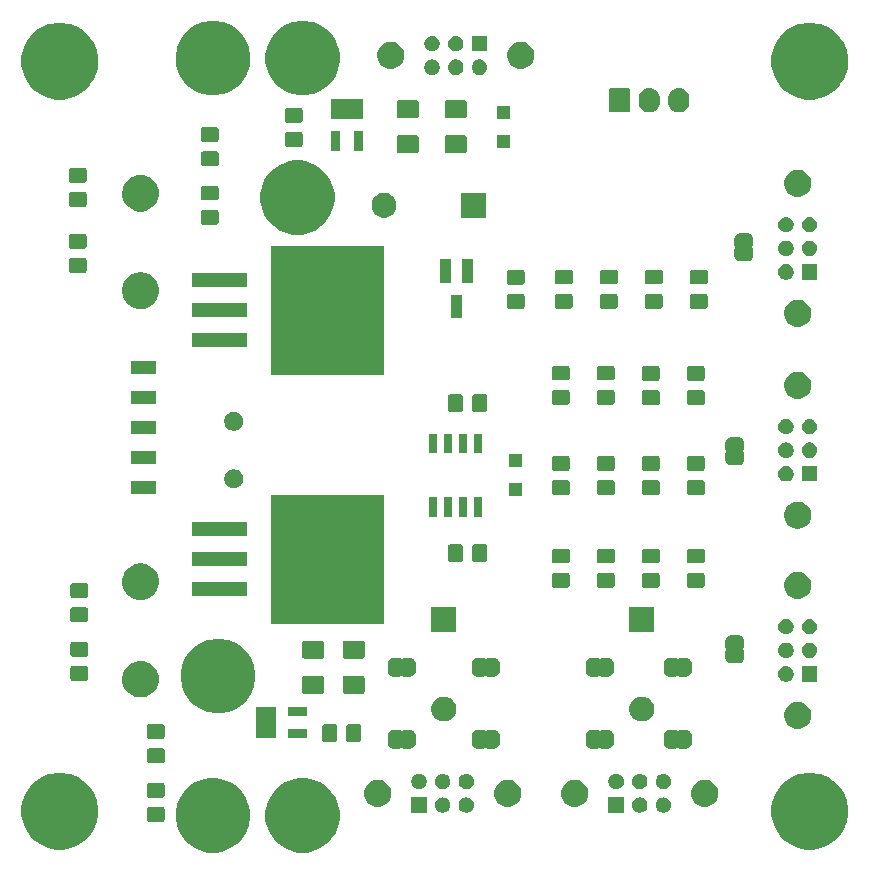
<source format=gbs>
G04 #@! TF.GenerationSoftware,KiCad,Pcbnew,(5.1.6)-1*
G04 #@! TF.CreationDate,2020-10-05T11:52:14-04:00*
G04 #@! TF.ProjectId,recovery_CAN,7265636f-7665-4727-995f-43414e2e6b69,rev?*
G04 #@! TF.SameCoordinates,Original*
G04 #@! TF.FileFunction,Soldermask,Bot*
G04 #@! TF.FilePolarity,Negative*
%FSLAX46Y46*%
G04 Gerber Fmt 4.6, Leading zero omitted, Abs format (unit mm)*
G04 Created by KiCad (PCBNEW (5.1.6)-1) date 2020-10-05 11:52:14*
%MOMM*%
%LPD*%
G01*
G04 APERTURE LIST*
%ADD10C,0.100000*%
G04 APERTURE END LIST*
D10*
G36*
X204157814Y-120730110D02*
G01*
X204362603Y-120770845D01*
X204935830Y-121008283D01*
X205451721Y-121352990D01*
X205890450Y-121791719D01*
X206235157Y-122307610D01*
X206462258Y-122855882D01*
X206472595Y-122880838D01*
X206593640Y-123489370D01*
X206593640Y-124109830D01*
X206512943Y-124515518D01*
X206472595Y-124718363D01*
X206235157Y-125291590D01*
X205890450Y-125807481D01*
X205451721Y-126246210D01*
X204935830Y-126590917D01*
X204362603Y-126828355D01*
X204159758Y-126868703D01*
X203754070Y-126949400D01*
X203133610Y-126949400D01*
X202727922Y-126868703D01*
X202525077Y-126828355D01*
X201951850Y-126590917D01*
X201435959Y-126246210D01*
X200997230Y-125807481D01*
X200652523Y-125291590D01*
X200415085Y-124718363D01*
X200374737Y-124515518D01*
X200294040Y-124109830D01*
X200294040Y-123489370D01*
X200415085Y-122880838D01*
X200425422Y-122855882D01*
X200652523Y-122307610D01*
X200997230Y-121791719D01*
X201435959Y-121352990D01*
X201951850Y-121008283D01*
X202525077Y-120770845D01*
X202729866Y-120730110D01*
X203133610Y-120649800D01*
X203754070Y-120649800D01*
X204157814Y-120730110D01*
G37*
G36*
X196558134Y-120730110D02*
G01*
X196762923Y-120770845D01*
X197336150Y-121008283D01*
X197852041Y-121352990D01*
X198290770Y-121791719D01*
X198635477Y-122307610D01*
X198862578Y-122855882D01*
X198872915Y-122880838D01*
X198993960Y-123489370D01*
X198993960Y-124109830D01*
X198913263Y-124515518D01*
X198872915Y-124718363D01*
X198635477Y-125291590D01*
X198290770Y-125807481D01*
X197852041Y-126246210D01*
X197336150Y-126590917D01*
X196762923Y-126828355D01*
X196560078Y-126868703D01*
X196154390Y-126949400D01*
X195533930Y-126949400D01*
X195128242Y-126868703D01*
X194925397Y-126828355D01*
X194352170Y-126590917D01*
X193836279Y-126246210D01*
X193397550Y-125807481D01*
X193052843Y-125291590D01*
X192815405Y-124718363D01*
X192775057Y-124515518D01*
X192694360Y-124109830D01*
X192694360Y-123489370D01*
X192815405Y-122880838D01*
X192825742Y-122855882D01*
X193052843Y-122307610D01*
X193397550Y-121791719D01*
X193836279Y-121352990D01*
X194352170Y-121008283D01*
X194925397Y-120770845D01*
X195130186Y-120730110D01*
X195533930Y-120649800D01*
X196154390Y-120649800D01*
X196558134Y-120730110D01*
G37*
G36*
X247014239Y-120255467D02*
G01*
X247328282Y-120317934D01*
X247919926Y-120563001D01*
X248346477Y-120848014D01*
X248424276Y-120899997D01*
X248452392Y-120918784D01*
X248905216Y-121371608D01*
X249260999Y-121904074D01*
X249506066Y-122495718D01*
X249552689Y-122730110D01*
X249628233Y-123109890D01*
X249631000Y-123123804D01*
X249631000Y-123764196D01*
X249506066Y-124392282D01*
X249260999Y-124983926D01*
X248905216Y-125516392D01*
X248452392Y-125969216D01*
X247919926Y-126324999D01*
X247328282Y-126570066D01*
X247014239Y-126632533D01*
X246700197Y-126695000D01*
X246059803Y-126695000D01*
X245745761Y-126632533D01*
X245431718Y-126570066D01*
X244840074Y-126324999D01*
X244307608Y-125969216D01*
X243854784Y-125516392D01*
X243499001Y-124983926D01*
X243253934Y-124392282D01*
X243129000Y-123764196D01*
X243129000Y-123123804D01*
X243131768Y-123109890D01*
X243207311Y-122730110D01*
X243253934Y-122495718D01*
X243499001Y-121904074D01*
X243854784Y-121371608D01*
X244307608Y-120918784D01*
X244335725Y-120899997D01*
X244413523Y-120848014D01*
X244840074Y-120563001D01*
X245431718Y-120317934D01*
X245745761Y-120255467D01*
X246059803Y-120193000D01*
X246700197Y-120193000D01*
X247014239Y-120255467D01*
G37*
G36*
X183514239Y-120255467D02*
G01*
X183828282Y-120317934D01*
X184419926Y-120563001D01*
X184846477Y-120848014D01*
X184924276Y-120899997D01*
X184952392Y-120918784D01*
X185405216Y-121371608D01*
X185760999Y-121904074D01*
X186006066Y-122495718D01*
X186052689Y-122730110D01*
X186128233Y-123109890D01*
X186131000Y-123123804D01*
X186131000Y-123764196D01*
X186006066Y-124392282D01*
X185760999Y-124983926D01*
X185405216Y-125516392D01*
X184952392Y-125969216D01*
X184419926Y-126324999D01*
X183828282Y-126570066D01*
X183514239Y-126632533D01*
X183200197Y-126695000D01*
X182559803Y-126695000D01*
X182245761Y-126632533D01*
X181931718Y-126570066D01*
X181340074Y-126324999D01*
X180807608Y-125969216D01*
X180354784Y-125516392D01*
X179999001Y-124983926D01*
X179753934Y-124392282D01*
X179629000Y-123764196D01*
X179629000Y-123123804D01*
X179631768Y-123109890D01*
X179707311Y-122730110D01*
X179753934Y-122495718D01*
X179999001Y-121904074D01*
X180354784Y-121371608D01*
X180807608Y-120918784D01*
X180835725Y-120899997D01*
X180913523Y-120848014D01*
X181340074Y-120563001D01*
X181931718Y-120317934D01*
X182245761Y-120255467D01*
X182559803Y-120193000D01*
X183200197Y-120193000D01*
X183514239Y-120255467D01*
G37*
G36*
X191596674Y-123094465D02*
G01*
X191634367Y-123105899D01*
X191669103Y-123124466D01*
X191699548Y-123149452D01*
X191724534Y-123179897D01*
X191743101Y-123214633D01*
X191754535Y-123252326D01*
X191759000Y-123297661D01*
X191759000Y-124134339D01*
X191754535Y-124179674D01*
X191743101Y-124217367D01*
X191724534Y-124252103D01*
X191699548Y-124282548D01*
X191669103Y-124307534D01*
X191634367Y-124326101D01*
X191596674Y-124337535D01*
X191551339Y-124342000D01*
X190464661Y-124342000D01*
X190419326Y-124337535D01*
X190381633Y-124326101D01*
X190346897Y-124307534D01*
X190316452Y-124282548D01*
X190291466Y-124252103D01*
X190272899Y-124217367D01*
X190261465Y-124179674D01*
X190257000Y-124134339D01*
X190257000Y-123297661D01*
X190261465Y-123252326D01*
X190272899Y-123214633D01*
X190291466Y-123179897D01*
X190316452Y-123149452D01*
X190346897Y-123124466D01*
X190381633Y-123105899D01*
X190419326Y-123094465D01*
X190464661Y-123090000D01*
X191551339Y-123090000D01*
X191596674Y-123094465D01*
G37*
G36*
X234143456Y-122286770D02*
G01*
X234179890Y-122294017D01*
X234298364Y-122343091D01*
X234404988Y-122414335D01*
X234495665Y-122505012D01*
X234566909Y-122611636D01*
X234615983Y-122730110D01*
X234641000Y-122855882D01*
X234641000Y-122984118D01*
X234615983Y-123109890D01*
X234566909Y-123228364D01*
X234495665Y-123334988D01*
X234404988Y-123425665D01*
X234298364Y-123496909D01*
X234298363Y-123496910D01*
X234298362Y-123496910D01*
X234179890Y-123545983D01*
X234054119Y-123571000D01*
X233925881Y-123571000D01*
X233800110Y-123545983D01*
X233681638Y-123496910D01*
X233681637Y-123496910D01*
X233681636Y-123496909D01*
X233575012Y-123425665D01*
X233484335Y-123334988D01*
X233413091Y-123228364D01*
X233364017Y-123109890D01*
X233339000Y-122984118D01*
X233339000Y-122855882D01*
X233364017Y-122730110D01*
X233413091Y-122611636D01*
X233484335Y-122505012D01*
X233575012Y-122414335D01*
X233681636Y-122343091D01*
X233800110Y-122294017D01*
X233836544Y-122286770D01*
X233925881Y-122269000D01*
X234054119Y-122269000D01*
X234143456Y-122286770D01*
G37*
G36*
X230641000Y-123571000D02*
G01*
X229339000Y-123571000D01*
X229339000Y-122269000D01*
X230641000Y-122269000D01*
X230641000Y-123571000D01*
G37*
G36*
X232143456Y-122286770D02*
G01*
X232179890Y-122294017D01*
X232298364Y-122343091D01*
X232404988Y-122414335D01*
X232495665Y-122505012D01*
X232566909Y-122611636D01*
X232615983Y-122730110D01*
X232641000Y-122855882D01*
X232641000Y-122984118D01*
X232615983Y-123109890D01*
X232566909Y-123228364D01*
X232495665Y-123334988D01*
X232404988Y-123425665D01*
X232298364Y-123496909D01*
X232298363Y-123496910D01*
X232298362Y-123496910D01*
X232179890Y-123545983D01*
X232054119Y-123571000D01*
X231925881Y-123571000D01*
X231800110Y-123545983D01*
X231681638Y-123496910D01*
X231681637Y-123496910D01*
X231681636Y-123496909D01*
X231575012Y-123425665D01*
X231484335Y-123334988D01*
X231413091Y-123228364D01*
X231364017Y-123109890D01*
X231339000Y-122984118D01*
X231339000Y-122855882D01*
X231364017Y-122730110D01*
X231413091Y-122611636D01*
X231484335Y-122505012D01*
X231575012Y-122414335D01*
X231681636Y-122343091D01*
X231800110Y-122294017D01*
X231836544Y-122286770D01*
X231925881Y-122269000D01*
X232054119Y-122269000D01*
X232143456Y-122286770D01*
G37*
G36*
X215457456Y-122286770D02*
G01*
X215493890Y-122294017D01*
X215612364Y-122343091D01*
X215718988Y-122414335D01*
X215809665Y-122505012D01*
X215880909Y-122611636D01*
X215929983Y-122730110D01*
X215955000Y-122855882D01*
X215955000Y-122984118D01*
X215929983Y-123109890D01*
X215880909Y-123228364D01*
X215809665Y-123334988D01*
X215718988Y-123425665D01*
X215612364Y-123496909D01*
X215612363Y-123496910D01*
X215612362Y-123496910D01*
X215493890Y-123545983D01*
X215368119Y-123571000D01*
X215239881Y-123571000D01*
X215114110Y-123545983D01*
X214995638Y-123496910D01*
X214995637Y-123496910D01*
X214995636Y-123496909D01*
X214889012Y-123425665D01*
X214798335Y-123334988D01*
X214727091Y-123228364D01*
X214678017Y-123109890D01*
X214653000Y-122984118D01*
X214653000Y-122855882D01*
X214678017Y-122730110D01*
X214727091Y-122611636D01*
X214798335Y-122505012D01*
X214889012Y-122414335D01*
X214995636Y-122343091D01*
X215114110Y-122294017D01*
X215150544Y-122286770D01*
X215239881Y-122269000D01*
X215368119Y-122269000D01*
X215457456Y-122286770D01*
G37*
G36*
X213955000Y-123571000D02*
G01*
X212653000Y-123571000D01*
X212653000Y-122269000D01*
X213955000Y-122269000D01*
X213955000Y-123571000D01*
G37*
G36*
X217457456Y-122286770D02*
G01*
X217493890Y-122294017D01*
X217612364Y-122343091D01*
X217718988Y-122414335D01*
X217809665Y-122505012D01*
X217880909Y-122611636D01*
X217929983Y-122730110D01*
X217955000Y-122855882D01*
X217955000Y-122984118D01*
X217929983Y-123109890D01*
X217880909Y-123228364D01*
X217809665Y-123334988D01*
X217718988Y-123425665D01*
X217612364Y-123496909D01*
X217612363Y-123496910D01*
X217612362Y-123496910D01*
X217493890Y-123545983D01*
X217368119Y-123571000D01*
X217239881Y-123571000D01*
X217114110Y-123545983D01*
X216995638Y-123496910D01*
X216995637Y-123496910D01*
X216995636Y-123496909D01*
X216889012Y-123425665D01*
X216798335Y-123334988D01*
X216727091Y-123228364D01*
X216678017Y-123109890D01*
X216653000Y-122984118D01*
X216653000Y-122855882D01*
X216678017Y-122730110D01*
X216727091Y-122611636D01*
X216798335Y-122505012D01*
X216889012Y-122414335D01*
X216995636Y-122343091D01*
X217114110Y-122294017D01*
X217150544Y-122286770D01*
X217239881Y-122269000D01*
X217368119Y-122269000D01*
X217457456Y-122286770D01*
G37*
G36*
X226714549Y-120791116D02*
G01*
X226825734Y-120813232D01*
X227035203Y-120899997D01*
X227223720Y-121025960D01*
X227384040Y-121186280D01*
X227510003Y-121374797D01*
X227580911Y-121545983D01*
X227596768Y-121584267D01*
X227641000Y-121806635D01*
X227641000Y-122033365D01*
X227622975Y-122123983D01*
X227596768Y-122255734D01*
X227510003Y-122465203D01*
X227384040Y-122653720D01*
X227223720Y-122814040D01*
X227035203Y-122940003D01*
X226825734Y-123026768D01*
X226714549Y-123048884D01*
X226603365Y-123071000D01*
X226376635Y-123071000D01*
X226265451Y-123048884D01*
X226154266Y-123026768D01*
X225944797Y-122940003D01*
X225756280Y-122814040D01*
X225595960Y-122653720D01*
X225469997Y-122465203D01*
X225383232Y-122255734D01*
X225357025Y-122123983D01*
X225339000Y-122033365D01*
X225339000Y-121806635D01*
X225383232Y-121584267D01*
X225399090Y-121545983D01*
X225469997Y-121374797D01*
X225595960Y-121186280D01*
X225756280Y-121025960D01*
X225944797Y-120899997D01*
X226154266Y-120813232D01*
X226265451Y-120791116D01*
X226376635Y-120769000D01*
X226603365Y-120769000D01*
X226714549Y-120791116D01*
G37*
G36*
X237714549Y-120791116D02*
G01*
X237825734Y-120813232D01*
X238035203Y-120899997D01*
X238223720Y-121025960D01*
X238384040Y-121186280D01*
X238510003Y-121374797D01*
X238580911Y-121545983D01*
X238596768Y-121584267D01*
X238641000Y-121806635D01*
X238641000Y-122033365D01*
X238622975Y-122123983D01*
X238596768Y-122255734D01*
X238510003Y-122465203D01*
X238384040Y-122653720D01*
X238223720Y-122814040D01*
X238035203Y-122940003D01*
X237825734Y-123026768D01*
X237714549Y-123048884D01*
X237603365Y-123071000D01*
X237376635Y-123071000D01*
X237265451Y-123048884D01*
X237154266Y-123026768D01*
X236944797Y-122940003D01*
X236756280Y-122814040D01*
X236595960Y-122653720D01*
X236469997Y-122465203D01*
X236383232Y-122255734D01*
X236357025Y-122123983D01*
X236339000Y-122033365D01*
X236339000Y-121806635D01*
X236383232Y-121584267D01*
X236399090Y-121545983D01*
X236469997Y-121374797D01*
X236595960Y-121186280D01*
X236756280Y-121025960D01*
X236944797Y-120899997D01*
X237154266Y-120813232D01*
X237265451Y-120791116D01*
X237376635Y-120769000D01*
X237603365Y-120769000D01*
X237714549Y-120791116D01*
G37*
G36*
X221028549Y-120791116D02*
G01*
X221139734Y-120813232D01*
X221349203Y-120899997D01*
X221537720Y-121025960D01*
X221698040Y-121186280D01*
X221824003Y-121374797D01*
X221894911Y-121545983D01*
X221910768Y-121584267D01*
X221955000Y-121806635D01*
X221955000Y-122033365D01*
X221936975Y-122123983D01*
X221910768Y-122255734D01*
X221824003Y-122465203D01*
X221698040Y-122653720D01*
X221537720Y-122814040D01*
X221349203Y-122940003D01*
X221139734Y-123026768D01*
X221028549Y-123048884D01*
X220917365Y-123071000D01*
X220690635Y-123071000D01*
X220579451Y-123048884D01*
X220468266Y-123026768D01*
X220258797Y-122940003D01*
X220070280Y-122814040D01*
X219909960Y-122653720D01*
X219783997Y-122465203D01*
X219697232Y-122255734D01*
X219671025Y-122123983D01*
X219653000Y-122033365D01*
X219653000Y-121806635D01*
X219697232Y-121584267D01*
X219713090Y-121545983D01*
X219783997Y-121374797D01*
X219909960Y-121186280D01*
X220070280Y-121025960D01*
X220258797Y-120899997D01*
X220468266Y-120813232D01*
X220579451Y-120791116D01*
X220690635Y-120769000D01*
X220917365Y-120769000D01*
X221028549Y-120791116D01*
G37*
G36*
X210028549Y-120791116D02*
G01*
X210139734Y-120813232D01*
X210349203Y-120899997D01*
X210537720Y-121025960D01*
X210698040Y-121186280D01*
X210824003Y-121374797D01*
X210894911Y-121545983D01*
X210910768Y-121584267D01*
X210955000Y-121806635D01*
X210955000Y-122033365D01*
X210936975Y-122123983D01*
X210910768Y-122255734D01*
X210824003Y-122465203D01*
X210698040Y-122653720D01*
X210537720Y-122814040D01*
X210349203Y-122940003D01*
X210139734Y-123026768D01*
X210028549Y-123048884D01*
X209917365Y-123071000D01*
X209690635Y-123071000D01*
X209579451Y-123048884D01*
X209468266Y-123026768D01*
X209258797Y-122940003D01*
X209070280Y-122814040D01*
X208909960Y-122653720D01*
X208783997Y-122465203D01*
X208697232Y-122255734D01*
X208671025Y-122123983D01*
X208653000Y-122033365D01*
X208653000Y-121806635D01*
X208697232Y-121584267D01*
X208713090Y-121545983D01*
X208783997Y-121374797D01*
X208909960Y-121186280D01*
X209070280Y-121025960D01*
X209258797Y-120899997D01*
X209468266Y-120813232D01*
X209579451Y-120791116D01*
X209690635Y-120769000D01*
X209917365Y-120769000D01*
X210028549Y-120791116D01*
G37*
G36*
X191596674Y-121044465D02*
G01*
X191634367Y-121055899D01*
X191669103Y-121074466D01*
X191699548Y-121099452D01*
X191724534Y-121129897D01*
X191743101Y-121164633D01*
X191754535Y-121202326D01*
X191759000Y-121247661D01*
X191759000Y-122084339D01*
X191754535Y-122129674D01*
X191743101Y-122167367D01*
X191724534Y-122202103D01*
X191699548Y-122232548D01*
X191669103Y-122257534D01*
X191634367Y-122276101D01*
X191596674Y-122287535D01*
X191551339Y-122292000D01*
X190464661Y-122292000D01*
X190419326Y-122287535D01*
X190381633Y-122276101D01*
X190346897Y-122257534D01*
X190316452Y-122232548D01*
X190291466Y-122202103D01*
X190272899Y-122167367D01*
X190261465Y-122129674D01*
X190257000Y-122084339D01*
X190257000Y-121247661D01*
X190261465Y-121202326D01*
X190272899Y-121164633D01*
X190291466Y-121129897D01*
X190316452Y-121099452D01*
X190346897Y-121074466D01*
X190381633Y-121055899D01*
X190419326Y-121044465D01*
X190464661Y-121040000D01*
X191551339Y-121040000D01*
X191596674Y-121044465D01*
G37*
G36*
X230179890Y-120294017D02*
G01*
X230298364Y-120343091D01*
X230404988Y-120414335D01*
X230495665Y-120505012D01*
X230566910Y-120611638D01*
X230615983Y-120730110D01*
X230641000Y-120855881D01*
X230641000Y-120984119D01*
X230615983Y-121109890D01*
X230577695Y-121202326D01*
X230566909Y-121228364D01*
X230495665Y-121334988D01*
X230404988Y-121425665D01*
X230298364Y-121496909D01*
X230298363Y-121496910D01*
X230298362Y-121496910D01*
X230179890Y-121545983D01*
X230054119Y-121571000D01*
X229925881Y-121571000D01*
X229800110Y-121545983D01*
X229681638Y-121496910D01*
X229681637Y-121496910D01*
X229681636Y-121496909D01*
X229575012Y-121425665D01*
X229484335Y-121334988D01*
X229413091Y-121228364D01*
X229402306Y-121202326D01*
X229364017Y-121109890D01*
X229339000Y-120984119D01*
X229339000Y-120855881D01*
X229364017Y-120730110D01*
X229413090Y-120611638D01*
X229484335Y-120505012D01*
X229575012Y-120414335D01*
X229681636Y-120343091D01*
X229800110Y-120294017D01*
X229925881Y-120269000D01*
X230054119Y-120269000D01*
X230179890Y-120294017D01*
G37*
G36*
X232179890Y-120294017D02*
G01*
X232298364Y-120343091D01*
X232404988Y-120414335D01*
X232495665Y-120505012D01*
X232566910Y-120611638D01*
X232615983Y-120730110D01*
X232641000Y-120855881D01*
X232641000Y-120984119D01*
X232615983Y-121109890D01*
X232577695Y-121202326D01*
X232566909Y-121228364D01*
X232495665Y-121334988D01*
X232404988Y-121425665D01*
X232298364Y-121496909D01*
X232298363Y-121496910D01*
X232298362Y-121496910D01*
X232179890Y-121545983D01*
X232054119Y-121571000D01*
X231925881Y-121571000D01*
X231800110Y-121545983D01*
X231681638Y-121496910D01*
X231681637Y-121496910D01*
X231681636Y-121496909D01*
X231575012Y-121425665D01*
X231484335Y-121334988D01*
X231413091Y-121228364D01*
X231402306Y-121202326D01*
X231364017Y-121109890D01*
X231339000Y-120984119D01*
X231339000Y-120855881D01*
X231364017Y-120730110D01*
X231413090Y-120611638D01*
X231484335Y-120505012D01*
X231575012Y-120414335D01*
X231681636Y-120343091D01*
X231800110Y-120294017D01*
X231925881Y-120269000D01*
X232054119Y-120269000D01*
X232179890Y-120294017D01*
G37*
G36*
X234179890Y-120294017D02*
G01*
X234298364Y-120343091D01*
X234404988Y-120414335D01*
X234495665Y-120505012D01*
X234566910Y-120611638D01*
X234615983Y-120730110D01*
X234641000Y-120855881D01*
X234641000Y-120984119D01*
X234615983Y-121109890D01*
X234577695Y-121202326D01*
X234566909Y-121228364D01*
X234495665Y-121334988D01*
X234404988Y-121425665D01*
X234298364Y-121496909D01*
X234298363Y-121496910D01*
X234298362Y-121496910D01*
X234179890Y-121545983D01*
X234054119Y-121571000D01*
X233925881Y-121571000D01*
X233800110Y-121545983D01*
X233681638Y-121496910D01*
X233681637Y-121496910D01*
X233681636Y-121496909D01*
X233575012Y-121425665D01*
X233484335Y-121334988D01*
X233413091Y-121228364D01*
X233402306Y-121202326D01*
X233364017Y-121109890D01*
X233339000Y-120984119D01*
X233339000Y-120855881D01*
X233364017Y-120730110D01*
X233413090Y-120611638D01*
X233484335Y-120505012D01*
X233575012Y-120414335D01*
X233681636Y-120343091D01*
X233800110Y-120294017D01*
X233925881Y-120269000D01*
X234054119Y-120269000D01*
X234179890Y-120294017D01*
G37*
G36*
X217493890Y-120294017D02*
G01*
X217612364Y-120343091D01*
X217718988Y-120414335D01*
X217809665Y-120505012D01*
X217880910Y-120611638D01*
X217929983Y-120730110D01*
X217955000Y-120855881D01*
X217955000Y-120984119D01*
X217929983Y-121109890D01*
X217891695Y-121202326D01*
X217880909Y-121228364D01*
X217809665Y-121334988D01*
X217718988Y-121425665D01*
X217612364Y-121496909D01*
X217612363Y-121496910D01*
X217612362Y-121496910D01*
X217493890Y-121545983D01*
X217368119Y-121571000D01*
X217239881Y-121571000D01*
X217114110Y-121545983D01*
X216995638Y-121496910D01*
X216995637Y-121496910D01*
X216995636Y-121496909D01*
X216889012Y-121425665D01*
X216798335Y-121334988D01*
X216727091Y-121228364D01*
X216716306Y-121202326D01*
X216678017Y-121109890D01*
X216653000Y-120984119D01*
X216653000Y-120855881D01*
X216678017Y-120730110D01*
X216727090Y-120611638D01*
X216798335Y-120505012D01*
X216889012Y-120414335D01*
X216995636Y-120343091D01*
X217114110Y-120294017D01*
X217239881Y-120269000D01*
X217368119Y-120269000D01*
X217493890Y-120294017D01*
G37*
G36*
X215493890Y-120294017D02*
G01*
X215612364Y-120343091D01*
X215718988Y-120414335D01*
X215809665Y-120505012D01*
X215880910Y-120611638D01*
X215929983Y-120730110D01*
X215955000Y-120855881D01*
X215955000Y-120984119D01*
X215929983Y-121109890D01*
X215891695Y-121202326D01*
X215880909Y-121228364D01*
X215809665Y-121334988D01*
X215718988Y-121425665D01*
X215612364Y-121496909D01*
X215612363Y-121496910D01*
X215612362Y-121496910D01*
X215493890Y-121545983D01*
X215368119Y-121571000D01*
X215239881Y-121571000D01*
X215114110Y-121545983D01*
X214995638Y-121496910D01*
X214995637Y-121496910D01*
X214995636Y-121496909D01*
X214889012Y-121425665D01*
X214798335Y-121334988D01*
X214727091Y-121228364D01*
X214716306Y-121202326D01*
X214678017Y-121109890D01*
X214653000Y-120984119D01*
X214653000Y-120855881D01*
X214678017Y-120730110D01*
X214727090Y-120611638D01*
X214798335Y-120505012D01*
X214889012Y-120414335D01*
X214995636Y-120343091D01*
X215114110Y-120294017D01*
X215239881Y-120269000D01*
X215368119Y-120269000D01*
X215493890Y-120294017D01*
G37*
G36*
X213493890Y-120294017D02*
G01*
X213612364Y-120343091D01*
X213718988Y-120414335D01*
X213809665Y-120505012D01*
X213880910Y-120611638D01*
X213929983Y-120730110D01*
X213955000Y-120855881D01*
X213955000Y-120984119D01*
X213929983Y-121109890D01*
X213891695Y-121202326D01*
X213880909Y-121228364D01*
X213809665Y-121334988D01*
X213718988Y-121425665D01*
X213612364Y-121496909D01*
X213612363Y-121496910D01*
X213612362Y-121496910D01*
X213493890Y-121545983D01*
X213368119Y-121571000D01*
X213239881Y-121571000D01*
X213114110Y-121545983D01*
X212995638Y-121496910D01*
X212995637Y-121496910D01*
X212995636Y-121496909D01*
X212889012Y-121425665D01*
X212798335Y-121334988D01*
X212727091Y-121228364D01*
X212716306Y-121202326D01*
X212678017Y-121109890D01*
X212653000Y-120984119D01*
X212653000Y-120855881D01*
X212678017Y-120730110D01*
X212727090Y-120611638D01*
X212798335Y-120505012D01*
X212889012Y-120414335D01*
X212995636Y-120343091D01*
X213114110Y-120294017D01*
X213239881Y-120269000D01*
X213368119Y-120269000D01*
X213493890Y-120294017D01*
G37*
G36*
X191596674Y-118132465D02*
G01*
X191634367Y-118143899D01*
X191669103Y-118162466D01*
X191699548Y-118187452D01*
X191724534Y-118217897D01*
X191743101Y-118252633D01*
X191754535Y-118290326D01*
X191759000Y-118335661D01*
X191759000Y-119172339D01*
X191754535Y-119217674D01*
X191743101Y-119255367D01*
X191724534Y-119290103D01*
X191699548Y-119320548D01*
X191669103Y-119345534D01*
X191634367Y-119364101D01*
X191596674Y-119375535D01*
X191551339Y-119380000D01*
X190464661Y-119380000D01*
X190419326Y-119375535D01*
X190381633Y-119364101D01*
X190346897Y-119345534D01*
X190316452Y-119320548D01*
X190291466Y-119290103D01*
X190272899Y-119255367D01*
X190261465Y-119217674D01*
X190257000Y-119172339D01*
X190257000Y-118335661D01*
X190261465Y-118290326D01*
X190272899Y-118252633D01*
X190291466Y-118217897D01*
X190316452Y-118187452D01*
X190346897Y-118162466D01*
X190381633Y-118143899D01*
X190419326Y-118132465D01*
X190464661Y-118128000D01*
X191551339Y-118128000D01*
X191596674Y-118132465D01*
G37*
G36*
X235063999Y-116547737D02*
G01*
X235073608Y-116550652D01*
X235082472Y-116555390D01*
X235090237Y-116561763D01*
X235100448Y-116574206D01*
X235107378Y-116584575D01*
X235124705Y-116601902D01*
X235145080Y-116615515D01*
X235167720Y-116624891D01*
X235191753Y-116629671D01*
X235216257Y-116629670D01*
X235240290Y-116624888D01*
X235262929Y-116615510D01*
X235283302Y-116601895D01*
X235300629Y-116584568D01*
X235307558Y-116574198D01*
X235317763Y-116561763D01*
X235325528Y-116555390D01*
X235334392Y-116550652D01*
X235344001Y-116547737D01*
X235360140Y-116546148D01*
X235847861Y-116546148D01*
X235866199Y-116547954D01*
X235878450Y-116548556D01*
X235896869Y-116548556D01*
X235919149Y-116550750D01*
X236003233Y-116567476D01*
X236024660Y-116573976D01*
X236103858Y-116606780D01*
X236109303Y-116609691D01*
X236109309Y-116609693D01*
X236118169Y-116614429D01*
X236118173Y-116614432D01*
X236123614Y-116617340D01*
X236194899Y-116664971D01*
X236212204Y-116679172D01*
X236272828Y-116739796D01*
X236287029Y-116757101D01*
X236334660Y-116828386D01*
X236337568Y-116833827D01*
X236337571Y-116833831D01*
X236342307Y-116842691D01*
X236342309Y-116842697D01*
X236345220Y-116848142D01*
X236378024Y-116927340D01*
X236384524Y-116948767D01*
X236401250Y-117032851D01*
X236403444Y-117055131D01*
X236403444Y-117073550D01*
X236404046Y-117085801D01*
X236405852Y-117104139D01*
X236405852Y-117591862D01*
X236404046Y-117610199D01*
X236403444Y-117622450D01*
X236403444Y-117640869D01*
X236401250Y-117663149D01*
X236384524Y-117747233D01*
X236378024Y-117768660D01*
X236345220Y-117847858D01*
X236342309Y-117853303D01*
X236342307Y-117853309D01*
X236337571Y-117862169D01*
X236337568Y-117862173D01*
X236334660Y-117867614D01*
X236287029Y-117938899D01*
X236272828Y-117956204D01*
X236212204Y-118016828D01*
X236194899Y-118031029D01*
X236123614Y-118078660D01*
X236118173Y-118081568D01*
X236118169Y-118081571D01*
X236109309Y-118086307D01*
X236109303Y-118086309D01*
X236103858Y-118089220D01*
X236024660Y-118122024D01*
X236003233Y-118128524D01*
X235919149Y-118145250D01*
X235896869Y-118147444D01*
X235878450Y-118147444D01*
X235866199Y-118148046D01*
X235847862Y-118149852D01*
X235360140Y-118149852D01*
X235344001Y-118148263D01*
X235334392Y-118145348D01*
X235325528Y-118140610D01*
X235317763Y-118134237D01*
X235307552Y-118121794D01*
X235300622Y-118111425D01*
X235283295Y-118094098D01*
X235262920Y-118080485D01*
X235240280Y-118071109D01*
X235216247Y-118066329D01*
X235191743Y-118066330D01*
X235167710Y-118071112D01*
X235145071Y-118080490D01*
X235124698Y-118094105D01*
X235107371Y-118111432D01*
X235100442Y-118121802D01*
X235090237Y-118134237D01*
X235082472Y-118140610D01*
X235073608Y-118145348D01*
X235063999Y-118148263D01*
X235047860Y-118149852D01*
X234560138Y-118149852D01*
X234541801Y-118148046D01*
X234529550Y-118147444D01*
X234511131Y-118147444D01*
X234488851Y-118145250D01*
X234404767Y-118128524D01*
X234383340Y-118122024D01*
X234304142Y-118089220D01*
X234298697Y-118086309D01*
X234298691Y-118086307D01*
X234289831Y-118081571D01*
X234289827Y-118081568D01*
X234284386Y-118078660D01*
X234213101Y-118031029D01*
X234195796Y-118016828D01*
X234135172Y-117956204D01*
X234120971Y-117938899D01*
X234073340Y-117867614D01*
X234070432Y-117862173D01*
X234070429Y-117862169D01*
X234065693Y-117853309D01*
X234065691Y-117853303D01*
X234062780Y-117847858D01*
X234029976Y-117768660D01*
X234023476Y-117747233D01*
X234006750Y-117663149D01*
X234004556Y-117640869D01*
X234004556Y-117622450D01*
X234003954Y-117610199D01*
X234002148Y-117591862D01*
X234002148Y-117104139D01*
X234003954Y-117085801D01*
X234004556Y-117073550D01*
X234004556Y-117055131D01*
X234006750Y-117032851D01*
X234023476Y-116948767D01*
X234029976Y-116927340D01*
X234062780Y-116848142D01*
X234065691Y-116842697D01*
X234065693Y-116842691D01*
X234070429Y-116833831D01*
X234070432Y-116833827D01*
X234073340Y-116828386D01*
X234120971Y-116757101D01*
X234135172Y-116739796D01*
X234195796Y-116679172D01*
X234213101Y-116664971D01*
X234284386Y-116617340D01*
X234289827Y-116614432D01*
X234289831Y-116614429D01*
X234298691Y-116609693D01*
X234298697Y-116609691D01*
X234304142Y-116606780D01*
X234383340Y-116573976D01*
X234404767Y-116567476D01*
X234488851Y-116550750D01*
X234511131Y-116548556D01*
X234529550Y-116548556D01*
X234541801Y-116547954D01*
X234560139Y-116546148D01*
X235047860Y-116546148D01*
X235063999Y-116547737D01*
G37*
G36*
X211695999Y-116547737D02*
G01*
X211705608Y-116550652D01*
X211714472Y-116555390D01*
X211722237Y-116561763D01*
X211732448Y-116574206D01*
X211739378Y-116584575D01*
X211756705Y-116601902D01*
X211777080Y-116615515D01*
X211799720Y-116624891D01*
X211823753Y-116629671D01*
X211848257Y-116629670D01*
X211872290Y-116624888D01*
X211894929Y-116615510D01*
X211915302Y-116601895D01*
X211932629Y-116584568D01*
X211939558Y-116574198D01*
X211949763Y-116561763D01*
X211957528Y-116555390D01*
X211966392Y-116550652D01*
X211976001Y-116547737D01*
X211992140Y-116546148D01*
X212479861Y-116546148D01*
X212498199Y-116547954D01*
X212510450Y-116548556D01*
X212528869Y-116548556D01*
X212551149Y-116550750D01*
X212635233Y-116567476D01*
X212656660Y-116573976D01*
X212735858Y-116606780D01*
X212741303Y-116609691D01*
X212741309Y-116609693D01*
X212750169Y-116614429D01*
X212750173Y-116614432D01*
X212755614Y-116617340D01*
X212826899Y-116664971D01*
X212844204Y-116679172D01*
X212904828Y-116739796D01*
X212919029Y-116757101D01*
X212966660Y-116828386D01*
X212969568Y-116833827D01*
X212969571Y-116833831D01*
X212974307Y-116842691D01*
X212974309Y-116842697D01*
X212977220Y-116848142D01*
X213010024Y-116927340D01*
X213016524Y-116948767D01*
X213033250Y-117032851D01*
X213035444Y-117055131D01*
X213035444Y-117073550D01*
X213036046Y-117085801D01*
X213037852Y-117104139D01*
X213037852Y-117591862D01*
X213036046Y-117610199D01*
X213035444Y-117622450D01*
X213035444Y-117640869D01*
X213033250Y-117663149D01*
X213016524Y-117747233D01*
X213010024Y-117768660D01*
X212977220Y-117847858D01*
X212974309Y-117853303D01*
X212974307Y-117853309D01*
X212969571Y-117862169D01*
X212969568Y-117862173D01*
X212966660Y-117867614D01*
X212919029Y-117938899D01*
X212904828Y-117956204D01*
X212844204Y-118016828D01*
X212826899Y-118031029D01*
X212755614Y-118078660D01*
X212750173Y-118081568D01*
X212750169Y-118081571D01*
X212741309Y-118086307D01*
X212741303Y-118086309D01*
X212735858Y-118089220D01*
X212656660Y-118122024D01*
X212635233Y-118128524D01*
X212551149Y-118145250D01*
X212528869Y-118147444D01*
X212510450Y-118147444D01*
X212498199Y-118148046D01*
X212479862Y-118149852D01*
X211992140Y-118149852D01*
X211976001Y-118148263D01*
X211966392Y-118145348D01*
X211957528Y-118140610D01*
X211949763Y-118134237D01*
X211939552Y-118121794D01*
X211932622Y-118111425D01*
X211915295Y-118094098D01*
X211894920Y-118080485D01*
X211872280Y-118071109D01*
X211848247Y-118066329D01*
X211823743Y-118066330D01*
X211799710Y-118071112D01*
X211777071Y-118080490D01*
X211756698Y-118094105D01*
X211739371Y-118111432D01*
X211732442Y-118121802D01*
X211722237Y-118134237D01*
X211714472Y-118140610D01*
X211705608Y-118145348D01*
X211695999Y-118148263D01*
X211679860Y-118149852D01*
X211192138Y-118149852D01*
X211173801Y-118148046D01*
X211161550Y-118147444D01*
X211143131Y-118147444D01*
X211120851Y-118145250D01*
X211036767Y-118128524D01*
X211015340Y-118122024D01*
X210936142Y-118089220D01*
X210930697Y-118086309D01*
X210930691Y-118086307D01*
X210921831Y-118081571D01*
X210921827Y-118081568D01*
X210916386Y-118078660D01*
X210845101Y-118031029D01*
X210827796Y-118016828D01*
X210767172Y-117956204D01*
X210752971Y-117938899D01*
X210705340Y-117867614D01*
X210702432Y-117862173D01*
X210702429Y-117862169D01*
X210697693Y-117853309D01*
X210697691Y-117853303D01*
X210694780Y-117847858D01*
X210661976Y-117768660D01*
X210655476Y-117747233D01*
X210638750Y-117663149D01*
X210636556Y-117640869D01*
X210636556Y-117622450D01*
X210635954Y-117610199D01*
X210634148Y-117591862D01*
X210634148Y-117104138D01*
X210635954Y-117085801D01*
X210636556Y-117073550D01*
X210636556Y-117055131D01*
X210638750Y-117032851D01*
X210655476Y-116948767D01*
X210661976Y-116927340D01*
X210694780Y-116848142D01*
X210697691Y-116842697D01*
X210697693Y-116842691D01*
X210702429Y-116833831D01*
X210702432Y-116833827D01*
X210705340Y-116828386D01*
X210752971Y-116757101D01*
X210767172Y-116739796D01*
X210827796Y-116679172D01*
X210845101Y-116664971D01*
X210916386Y-116617340D01*
X210921827Y-116614432D01*
X210921831Y-116614429D01*
X210930691Y-116609693D01*
X210930697Y-116609691D01*
X210936142Y-116606780D01*
X211015340Y-116573976D01*
X211036767Y-116567476D01*
X211120851Y-116550750D01*
X211143131Y-116548556D01*
X211161550Y-116548556D01*
X211173801Y-116547954D01*
X211192139Y-116546148D01*
X211679860Y-116546148D01*
X211695999Y-116547737D01*
G37*
G36*
X228459999Y-116547737D02*
G01*
X228469608Y-116550652D01*
X228478472Y-116555390D01*
X228486237Y-116561763D01*
X228496448Y-116574206D01*
X228503378Y-116584575D01*
X228520705Y-116601902D01*
X228541080Y-116615515D01*
X228563720Y-116624891D01*
X228587753Y-116629671D01*
X228612257Y-116629670D01*
X228636290Y-116624888D01*
X228658929Y-116615510D01*
X228679302Y-116601895D01*
X228696629Y-116584568D01*
X228703558Y-116574198D01*
X228713763Y-116561763D01*
X228721528Y-116555390D01*
X228730392Y-116550652D01*
X228740001Y-116547737D01*
X228756140Y-116546148D01*
X229243861Y-116546148D01*
X229262199Y-116547954D01*
X229274450Y-116548556D01*
X229292869Y-116548556D01*
X229315149Y-116550750D01*
X229399233Y-116567476D01*
X229420660Y-116573976D01*
X229499858Y-116606780D01*
X229505303Y-116609691D01*
X229505309Y-116609693D01*
X229514169Y-116614429D01*
X229514173Y-116614432D01*
X229519614Y-116617340D01*
X229590899Y-116664971D01*
X229608204Y-116679172D01*
X229668828Y-116739796D01*
X229683029Y-116757101D01*
X229730660Y-116828386D01*
X229733568Y-116833827D01*
X229733571Y-116833831D01*
X229738307Y-116842691D01*
X229738309Y-116842697D01*
X229741220Y-116848142D01*
X229774024Y-116927340D01*
X229780524Y-116948767D01*
X229797250Y-117032851D01*
X229799444Y-117055131D01*
X229799444Y-117073550D01*
X229800046Y-117085801D01*
X229801852Y-117104139D01*
X229801852Y-117591862D01*
X229800046Y-117610199D01*
X229799444Y-117622450D01*
X229799444Y-117640869D01*
X229797250Y-117663149D01*
X229780524Y-117747233D01*
X229774024Y-117768660D01*
X229741220Y-117847858D01*
X229738309Y-117853303D01*
X229738307Y-117853309D01*
X229733571Y-117862169D01*
X229733568Y-117862173D01*
X229730660Y-117867614D01*
X229683029Y-117938899D01*
X229668828Y-117956204D01*
X229608204Y-118016828D01*
X229590899Y-118031029D01*
X229519614Y-118078660D01*
X229514173Y-118081568D01*
X229514169Y-118081571D01*
X229505309Y-118086307D01*
X229505303Y-118086309D01*
X229499858Y-118089220D01*
X229420660Y-118122024D01*
X229399233Y-118128524D01*
X229315149Y-118145250D01*
X229292869Y-118147444D01*
X229274450Y-118147444D01*
X229262199Y-118148046D01*
X229243862Y-118149852D01*
X228756140Y-118149852D01*
X228740001Y-118148263D01*
X228730392Y-118145348D01*
X228721528Y-118140610D01*
X228713763Y-118134237D01*
X228703552Y-118121794D01*
X228696622Y-118111425D01*
X228679295Y-118094098D01*
X228658920Y-118080485D01*
X228636280Y-118071109D01*
X228612247Y-118066329D01*
X228587743Y-118066330D01*
X228563710Y-118071112D01*
X228541071Y-118080490D01*
X228520698Y-118094105D01*
X228503371Y-118111432D01*
X228496442Y-118121802D01*
X228486237Y-118134237D01*
X228478472Y-118140610D01*
X228469608Y-118145348D01*
X228459999Y-118148263D01*
X228443860Y-118149852D01*
X227956138Y-118149852D01*
X227937801Y-118148046D01*
X227925550Y-118147444D01*
X227907131Y-118147444D01*
X227884851Y-118145250D01*
X227800767Y-118128524D01*
X227779340Y-118122024D01*
X227700142Y-118089220D01*
X227694697Y-118086309D01*
X227694691Y-118086307D01*
X227685831Y-118081571D01*
X227685827Y-118081568D01*
X227680386Y-118078660D01*
X227609101Y-118031029D01*
X227591796Y-118016828D01*
X227531172Y-117956204D01*
X227516971Y-117938899D01*
X227469340Y-117867614D01*
X227466432Y-117862173D01*
X227466429Y-117862169D01*
X227461693Y-117853309D01*
X227461691Y-117853303D01*
X227458780Y-117847858D01*
X227425976Y-117768660D01*
X227419476Y-117747233D01*
X227402750Y-117663149D01*
X227400556Y-117640869D01*
X227400556Y-117622450D01*
X227399954Y-117610199D01*
X227398148Y-117591862D01*
X227398148Y-117104139D01*
X227399954Y-117085801D01*
X227400556Y-117073550D01*
X227400556Y-117055131D01*
X227402750Y-117032851D01*
X227419476Y-116948767D01*
X227425976Y-116927340D01*
X227458780Y-116848142D01*
X227461691Y-116842697D01*
X227461693Y-116842691D01*
X227466429Y-116833831D01*
X227466432Y-116833827D01*
X227469340Y-116828386D01*
X227516971Y-116757101D01*
X227531172Y-116739796D01*
X227591796Y-116679172D01*
X227609101Y-116664971D01*
X227680386Y-116617340D01*
X227685827Y-116614432D01*
X227685831Y-116614429D01*
X227694691Y-116609693D01*
X227694697Y-116609691D01*
X227700142Y-116606780D01*
X227779340Y-116573976D01*
X227800767Y-116567476D01*
X227884851Y-116550750D01*
X227907131Y-116548556D01*
X227925550Y-116548556D01*
X227937801Y-116547954D01*
X227956139Y-116546148D01*
X228443860Y-116546148D01*
X228459999Y-116547737D01*
G37*
G36*
X218807999Y-116547737D02*
G01*
X218817608Y-116550652D01*
X218826472Y-116555390D01*
X218834237Y-116561763D01*
X218844448Y-116574206D01*
X218851378Y-116584575D01*
X218868705Y-116601902D01*
X218889080Y-116615515D01*
X218911720Y-116624891D01*
X218935753Y-116629671D01*
X218960257Y-116629670D01*
X218984290Y-116624888D01*
X219006929Y-116615510D01*
X219027302Y-116601895D01*
X219044629Y-116584568D01*
X219051558Y-116574198D01*
X219061763Y-116561763D01*
X219069528Y-116555390D01*
X219078392Y-116550652D01*
X219088001Y-116547737D01*
X219104140Y-116546148D01*
X219591861Y-116546148D01*
X219610199Y-116547954D01*
X219622450Y-116548556D01*
X219640869Y-116548556D01*
X219663149Y-116550750D01*
X219747233Y-116567476D01*
X219768660Y-116573976D01*
X219847858Y-116606780D01*
X219853303Y-116609691D01*
X219853309Y-116609693D01*
X219862169Y-116614429D01*
X219862173Y-116614432D01*
X219867614Y-116617340D01*
X219938899Y-116664971D01*
X219956204Y-116679172D01*
X220016828Y-116739796D01*
X220031029Y-116757101D01*
X220078660Y-116828386D01*
X220081568Y-116833827D01*
X220081571Y-116833831D01*
X220086307Y-116842691D01*
X220086309Y-116842697D01*
X220089220Y-116848142D01*
X220122024Y-116927340D01*
X220128524Y-116948767D01*
X220145250Y-117032851D01*
X220147444Y-117055131D01*
X220147444Y-117073550D01*
X220148046Y-117085801D01*
X220149852Y-117104139D01*
X220149852Y-117591862D01*
X220148046Y-117610199D01*
X220147444Y-117622450D01*
X220147444Y-117640869D01*
X220145250Y-117663149D01*
X220128524Y-117747233D01*
X220122024Y-117768660D01*
X220089220Y-117847858D01*
X220086309Y-117853303D01*
X220086307Y-117853309D01*
X220081571Y-117862169D01*
X220081568Y-117862173D01*
X220078660Y-117867614D01*
X220031029Y-117938899D01*
X220016828Y-117956204D01*
X219956204Y-118016828D01*
X219938899Y-118031029D01*
X219867614Y-118078660D01*
X219862173Y-118081568D01*
X219862169Y-118081571D01*
X219853309Y-118086307D01*
X219853303Y-118086309D01*
X219847858Y-118089220D01*
X219768660Y-118122024D01*
X219747233Y-118128524D01*
X219663149Y-118145250D01*
X219640869Y-118147444D01*
X219622450Y-118147444D01*
X219610199Y-118148046D01*
X219591862Y-118149852D01*
X219104140Y-118149852D01*
X219088001Y-118148263D01*
X219078392Y-118145348D01*
X219069528Y-118140610D01*
X219061763Y-118134237D01*
X219051552Y-118121794D01*
X219044622Y-118111425D01*
X219027295Y-118094098D01*
X219006920Y-118080485D01*
X218984280Y-118071109D01*
X218960247Y-118066329D01*
X218935743Y-118066330D01*
X218911710Y-118071112D01*
X218889071Y-118080490D01*
X218868698Y-118094105D01*
X218851371Y-118111432D01*
X218844442Y-118121802D01*
X218834237Y-118134237D01*
X218826472Y-118140610D01*
X218817608Y-118145348D01*
X218807999Y-118148263D01*
X218791860Y-118149852D01*
X218304138Y-118149852D01*
X218285801Y-118148046D01*
X218273550Y-118147444D01*
X218255131Y-118147444D01*
X218232851Y-118145250D01*
X218148767Y-118128524D01*
X218127340Y-118122024D01*
X218048142Y-118089220D01*
X218042697Y-118086309D01*
X218042691Y-118086307D01*
X218033831Y-118081571D01*
X218033827Y-118081568D01*
X218028386Y-118078660D01*
X217957101Y-118031029D01*
X217939796Y-118016828D01*
X217879172Y-117956204D01*
X217864971Y-117938899D01*
X217817340Y-117867614D01*
X217814432Y-117862173D01*
X217814429Y-117862169D01*
X217809693Y-117853309D01*
X217809691Y-117853303D01*
X217806780Y-117847858D01*
X217773976Y-117768660D01*
X217767476Y-117747233D01*
X217750750Y-117663149D01*
X217748556Y-117640869D01*
X217748556Y-117622450D01*
X217747954Y-117610199D01*
X217746148Y-117591862D01*
X217746148Y-117104139D01*
X217747954Y-117085801D01*
X217748556Y-117073550D01*
X217748556Y-117055131D01*
X217750750Y-117032851D01*
X217767476Y-116948767D01*
X217773976Y-116927340D01*
X217806780Y-116848142D01*
X217809691Y-116842697D01*
X217809693Y-116842691D01*
X217814429Y-116833831D01*
X217814432Y-116833827D01*
X217817340Y-116828386D01*
X217864971Y-116757101D01*
X217879172Y-116739796D01*
X217939796Y-116679172D01*
X217957101Y-116664971D01*
X218028386Y-116617340D01*
X218033827Y-116614432D01*
X218033831Y-116614429D01*
X218042691Y-116609693D01*
X218042697Y-116609691D01*
X218048142Y-116606780D01*
X218127340Y-116573976D01*
X218148767Y-116567476D01*
X218232851Y-116550750D01*
X218255131Y-116548556D01*
X218273550Y-116548556D01*
X218285801Y-116547954D01*
X218304139Y-116546148D01*
X218791860Y-116546148D01*
X218807999Y-116547737D01*
G37*
G36*
X208244674Y-116093465D02*
G01*
X208282367Y-116104899D01*
X208317103Y-116123466D01*
X208347548Y-116148452D01*
X208372534Y-116178897D01*
X208391101Y-116213633D01*
X208402535Y-116251326D01*
X208407000Y-116296661D01*
X208407000Y-117383339D01*
X208402535Y-117428674D01*
X208391101Y-117466367D01*
X208372534Y-117501103D01*
X208347548Y-117531548D01*
X208317103Y-117556534D01*
X208282367Y-117575101D01*
X208244674Y-117586535D01*
X208199339Y-117591000D01*
X207362661Y-117591000D01*
X207317326Y-117586535D01*
X207279633Y-117575101D01*
X207244897Y-117556534D01*
X207214452Y-117531548D01*
X207189466Y-117501103D01*
X207170899Y-117466367D01*
X207159465Y-117428674D01*
X207155000Y-117383339D01*
X207155000Y-116296661D01*
X207159465Y-116251326D01*
X207170899Y-116213633D01*
X207189466Y-116178897D01*
X207214452Y-116148452D01*
X207244897Y-116123466D01*
X207279633Y-116104899D01*
X207317326Y-116093465D01*
X207362661Y-116089000D01*
X208199339Y-116089000D01*
X208244674Y-116093465D01*
G37*
G36*
X206194674Y-116093465D02*
G01*
X206232367Y-116104899D01*
X206267103Y-116123466D01*
X206297548Y-116148452D01*
X206322534Y-116178897D01*
X206341101Y-116213633D01*
X206352535Y-116251326D01*
X206357000Y-116296661D01*
X206357000Y-117383339D01*
X206352535Y-117428674D01*
X206341101Y-117466367D01*
X206322534Y-117501103D01*
X206297548Y-117531548D01*
X206267103Y-117556534D01*
X206232367Y-117575101D01*
X206194674Y-117586535D01*
X206149339Y-117591000D01*
X205312661Y-117591000D01*
X205267326Y-117586535D01*
X205229633Y-117575101D01*
X205194897Y-117556534D01*
X205164452Y-117531548D01*
X205139466Y-117501103D01*
X205120899Y-117466367D01*
X205109465Y-117428674D01*
X205105000Y-117383339D01*
X205105000Y-116296661D01*
X205109465Y-116251326D01*
X205120899Y-116213633D01*
X205139466Y-116178897D01*
X205164452Y-116148452D01*
X205194897Y-116123466D01*
X205229633Y-116104899D01*
X205267326Y-116093465D01*
X205312661Y-116089000D01*
X206149339Y-116089000D01*
X206194674Y-116093465D01*
G37*
G36*
X191596674Y-116082465D02*
G01*
X191634367Y-116093899D01*
X191669103Y-116112466D01*
X191699548Y-116137452D01*
X191724534Y-116167897D01*
X191743101Y-116202633D01*
X191754535Y-116240326D01*
X191759000Y-116285661D01*
X191759000Y-117122339D01*
X191754535Y-117167674D01*
X191743101Y-117205367D01*
X191724534Y-117240103D01*
X191699548Y-117270548D01*
X191669103Y-117295534D01*
X191634367Y-117314101D01*
X191596674Y-117325535D01*
X191551339Y-117330000D01*
X190464661Y-117330000D01*
X190419326Y-117325535D01*
X190381633Y-117314101D01*
X190346897Y-117295534D01*
X190316452Y-117270548D01*
X190291466Y-117240103D01*
X190272899Y-117205367D01*
X190261465Y-117167674D01*
X190257000Y-117122339D01*
X190257000Y-116285661D01*
X190261465Y-116240326D01*
X190272899Y-116202633D01*
X190291466Y-116167897D01*
X190316452Y-116137452D01*
X190346897Y-116112466D01*
X190381633Y-116093899D01*
X190419326Y-116082465D01*
X190464661Y-116078000D01*
X191551339Y-116078000D01*
X191596674Y-116082465D01*
G37*
G36*
X203857000Y-117277000D02*
G01*
X202195000Y-117277000D01*
X202195000Y-116525000D01*
X203857000Y-116525000D01*
X203857000Y-117277000D01*
G37*
G36*
X201157000Y-117277000D02*
G01*
X199495000Y-117277000D01*
X199495000Y-114625000D01*
X201157000Y-114625000D01*
X201157000Y-117277000D01*
G37*
G36*
X245588549Y-114187116D02*
G01*
X245699734Y-114209232D01*
X245847850Y-114270584D01*
X245895124Y-114290165D01*
X245909203Y-114295997D01*
X246097720Y-114421960D01*
X246258040Y-114582280D01*
X246384003Y-114770797D01*
X246470768Y-114980266D01*
X246515000Y-115202636D01*
X246515000Y-115429364D01*
X246470768Y-115651734D01*
X246384003Y-115861203D01*
X246258040Y-116049720D01*
X246097720Y-116210040D01*
X245909203Y-116336003D01*
X245699734Y-116422768D01*
X245588549Y-116444884D01*
X245477365Y-116467000D01*
X245250635Y-116467000D01*
X245139451Y-116444884D01*
X245028266Y-116422768D01*
X244818797Y-116336003D01*
X244630280Y-116210040D01*
X244469960Y-116049720D01*
X244343997Y-115861203D01*
X244257232Y-115651734D01*
X244213000Y-115429364D01*
X244213000Y-115202636D01*
X244257232Y-114980266D01*
X244343997Y-114770797D01*
X244469960Y-114582280D01*
X244630280Y-114421960D01*
X244818797Y-114295997D01*
X244832877Y-114290165D01*
X244880150Y-114270584D01*
X245028266Y-114209232D01*
X245139451Y-114187116D01*
X245250635Y-114165000D01*
X245477365Y-114165000D01*
X245588549Y-114187116D01*
G37*
G36*
X232462564Y-113777389D02*
G01*
X232653833Y-113856615D01*
X232653835Y-113856616D01*
X232825973Y-113971635D01*
X232972365Y-114118027D01*
X233087385Y-114290167D01*
X233166611Y-114481436D01*
X233207000Y-114684484D01*
X233207000Y-114891516D01*
X233166611Y-115094564D01*
X233121846Y-115202636D01*
X233087384Y-115285835D01*
X232972365Y-115457973D01*
X232825973Y-115604365D01*
X232653835Y-115719384D01*
X232653834Y-115719385D01*
X232653833Y-115719385D01*
X232462564Y-115798611D01*
X232259516Y-115839000D01*
X232052484Y-115839000D01*
X231849436Y-115798611D01*
X231658167Y-115719385D01*
X231658166Y-115719385D01*
X231658165Y-115719384D01*
X231486027Y-115604365D01*
X231339635Y-115457973D01*
X231224616Y-115285835D01*
X231190154Y-115202636D01*
X231145389Y-115094564D01*
X231105000Y-114891516D01*
X231105000Y-114684484D01*
X231145389Y-114481436D01*
X231224615Y-114290167D01*
X231339635Y-114118027D01*
X231486027Y-113971635D01*
X231658165Y-113856616D01*
X231658167Y-113856615D01*
X231849436Y-113777389D01*
X232052484Y-113737000D01*
X232259516Y-113737000D01*
X232462564Y-113777389D01*
G37*
G36*
X215698564Y-113777389D02*
G01*
X215889833Y-113856615D01*
X215889835Y-113856616D01*
X216061973Y-113971635D01*
X216208365Y-114118027D01*
X216323385Y-114290167D01*
X216402611Y-114481436D01*
X216443000Y-114684484D01*
X216443000Y-114891516D01*
X216402611Y-115094564D01*
X216357846Y-115202636D01*
X216323384Y-115285835D01*
X216208365Y-115457973D01*
X216061973Y-115604365D01*
X215889835Y-115719384D01*
X215889834Y-115719385D01*
X215889833Y-115719385D01*
X215698564Y-115798611D01*
X215495516Y-115839000D01*
X215288484Y-115839000D01*
X215085436Y-115798611D01*
X214894167Y-115719385D01*
X214894166Y-115719385D01*
X214894165Y-115719384D01*
X214722027Y-115604365D01*
X214575635Y-115457973D01*
X214460616Y-115285835D01*
X214426154Y-115202636D01*
X214381389Y-115094564D01*
X214341000Y-114891516D01*
X214341000Y-114684484D01*
X214381389Y-114481436D01*
X214460615Y-114290167D01*
X214575635Y-114118027D01*
X214722027Y-113971635D01*
X214894165Y-113856616D01*
X214894167Y-113856615D01*
X215085436Y-113777389D01*
X215288484Y-113737000D01*
X215495516Y-113737000D01*
X215698564Y-113777389D01*
G37*
G36*
X203857000Y-115377000D02*
G01*
X202195000Y-115377000D01*
X202195000Y-114625000D01*
X203857000Y-114625000D01*
X203857000Y-115377000D01*
G37*
G36*
X196927161Y-108913247D02*
G01*
X197212503Y-108970005D01*
X197785730Y-109207443D01*
X198301621Y-109552150D01*
X198740350Y-109990879D01*
X199085057Y-110506770D01*
X199322495Y-111079997D01*
X199354141Y-111239091D01*
X199443540Y-111688530D01*
X199443540Y-112308990D01*
X199362843Y-112714678D01*
X199322495Y-112917523D01*
X199085057Y-113490750D01*
X198740350Y-114006641D01*
X198301621Y-114445370D01*
X197785730Y-114790077D01*
X197212503Y-115027515D01*
X197009658Y-115067863D01*
X196603970Y-115148560D01*
X195983510Y-115148560D01*
X195577822Y-115067863D01*
X195374977Y-115027515D01*
X194801750Y-114790077D01*
X194285859Y-114445370D01*
X193847130Y-114006641D01*
X193502423Y-113490750D01*
X193264985Y-112917523D01*
X193224637Y-112714678D01*
X193143940Y-112308990D01*
X193143940Y-111688530D01*
X193233339Y-111239091D01*
X193264985Y-111079997D01*
X193502423Y-110506770D01*
X193847130Y-109990879D01*
X194285859Y-109552150D01*
X194801750Y-109207443D01*
X195374977Y-108970005D01*
X195660319Y-108913247D01*
X195983510Y-108848960D01*
X196603970Y-108848960D01*
X196927161Y-108913247D01*
G37*
G36*
X189995485Y-110737831D02*
G01*
X190190410Y-110776604D01*
X190472674Y-110893521D01*
X190726705Y-111063259D01*
X190942741Y-111279295D01*
X191112479Y-111533326D01*
X191229396Y-111815590D01*
X191250329Y-111920828D01*
X191289000Y-112115239D01*
X191289000Y-112420761D01*
X191279802Y-112467000D01*
X191229396Y-112720410D01*
X191112479Y-113002674D01*
X190942741Y-113256705D01*
X190726705Y-113472741D01*
X190472674Y-113642479D01*
X190190410Y-113759396D01*
X190099953Y-113777389D01*
X189890761Y-113819000D01*
X189585239Y-113819000D01*
X189376047Y-113777389D01*
X189285590Y-113759396D01*
X189003326Y-113642479D01*
X188749295Y-113472741D01*
X188533259Y-113256705D01*
X188363521Y-113002674D01*
X188246604Y-112720410D01*
X188196198Y-112467000D01*
X188187000Y-112420761D01*
X188187000Y-112115239D01*
X188225671Y-111920828D01*
X188246604Y-111815590D01*
X188363521Y-111533326D01*
X188533259Y-111279295D01*
X188749295Y-111063259D01*
X189003326Y-110893521D01*
X189285590Y-110776604D01*
X189480515Y-110737831D01*
X189585239Y-110717000D01*
X189890761Y-110717000D01*
X189995485Y-110737831D01*
G37*
G36*
X208547562Y-111980181D02*
G01*
X208582481Y-111990774D01*
X208614663Y-112007976D01*
X208642873Y-112031127D01*
X208666024Y-112059337D01*
X208683226Y-112091519D01*
X208693819Y-112126438D01*
X208698000Y-112168895D01*
X208698000Y-113310105D01*
X208693819Y-113352562D01*
X208683226Y-113387481D01*
X208666024Y-113419663D01*
X208642873Y-113447873D01*
X208614663Y-113471024D01*
X208582481Y-113488226D01*
X208547562Y-113498819D01*
X208505105Y-113503000D01*
X207038895Y-113503000D01*
X206996438Y-113498819D01*
X206961519Y-113488226D01*
X206929337Y-113471024D01*
X206901127Y-113447873D01*
X206877976Y-113419663D01*
X206860774Y-113387481D01*
X206850181Y-113352562D01*
X206846000Y-113310105D01*
X206846000Y-112168895D01*
X206850181Y-112126438D01*
X206860774Y-112091519D01*
X206877976Y-112059337D01*
X206901127Y-112031127D01*
X206929337Y-112007976D01*
X206961519Y-111990774D01*
X206996438Y-111980181D01*
X207038895Y-111976000D01*
X208505105Y-111976000D01*
X208547562Y-111980181D01*
G37*
G36*
X205118562Y-111980181D02*
G01*
X205153481Y-111990774D01*
X205185663Y-112007976D01*
X205213873Y-112031127D01*
X205237024Y-112059337D01*
X205254226Y-112091519D01*
X205264819Y-112126438D01*
X205269000Y-112168895D01*
X205269000Y-113310105D01*
X205264819Y-113352562D01*
X205254226Y-113387481D01*
X205237024Y-113419663D01*
X205213873Y-113447873D01*
X205185663Y-113471024D01*
X205153481Y-113488226D01*
X205118562Y-113498819D01*
X205076105Y-113503000D01*
X203609895Y-113503000D01*
X203567438Y-113498819D01*
X203532519Y-113488226D01*
X203500337Y-113471024D01*
X203472127Y-113447873D01*
X203448976Y-113419663D01*
X203431774Y-113387481D01*
X203421181Y-113352562D01*
X203417000Y-113310105D01*
X203417000Y-112168895D01*
X203421181Y-112126438D01*
X203431774Y-112091519D01*
X203448976Y-112059337D01*
X203472127Y-112031127D01*
X203500337Y-112007976D01*
X203532519Y-111990774D01*
X203567438Y-111980181D01*
X203609895Y-111976000D01*
X205076105Y-111976000D01*
X205118562Y-111980181D01*
G37*
G36*
X244553890Y-111190017D02*
G01*
X244654565Y-111231718D01*
X244672364Y-111239091D01*
X244676563Y-111241897D01*
X244778988Y-111310335D01*
X244869665Y-111401012D01*
X244940910Y-111507638D01*
X244989983Y-111626110D01*
X245015000Y-111751881D01*
X245015000Y-111880119D01*
X244989983Y-112005890D01*
X244970775Y-112052263D01*
X244940909Y-112124364D01*
X244869665Y-112230988D01*
X244778988Y-112321665D01*
X244672364Y-112392909D01*
X244672363Y-112392910D01*
X244672362Y-112392910D01*
X244553890Y-112441983D01*
X244428119Y-112467000D01*
X244299881Y-112467000D01*
X244174110Y-112441983D01*
X244055638Y-112392910D01*
X244055637Y-112392910D01*
X244055636Y-112392909D01*
X243949012Y-112321665D01*
X243858335Y-112230988D01*
X243787091Y-112124364D01*
X243757226Y-112052263D01*
X243738017Y-112005890D01*
X243713000Y-111880119D01*
X243713000Y-111751881D01*
X243738017Y-111626110D01*
X243787090Y-111507638D01*
X243858335Y-111401012D01*
X243949012Y-111310335D01*
X244051437Y-111241897D01*
X244055636Y-111239091D01*
X244073436Y-111231718D01*
X244174110Y-111190017D01*
X244299881Y-111165000D01*
X244428119Y-111165000D01*
X244553890Y-111190017D01*
G37*
G36*
X247015000Y-112467000D02*
G01*
X245713000Y-112467000D01*
X245713000Y-111165000D01*
X247015000Y-111165000D01*
X247015000Y-112467000D01*
G37*
G36*
X185119674Y-111156465D02*
G01*
X185157367Y-111167899D01*
X185192103Y-111186466D01*
X185222548Y-111211452D01*
X185247534Y-111241897D01*
X185266101Y-111276633D01*
X185277535Y-111314326D01*
X185282000Y-111359661D01*
X185282000Y-112196339D01*
X185277535Y-112241674D01*
X185266101Y-112279367D01*
X185247534Y-112314103D01*
X185222548Y-112344548D01*
X185192103Y-112369534D01*
X185157367Y-112388101D01*
X185119674Y-112399535D01*
X185074339Y-112404000D01*
X183987661Y-112404000D01*
X183942326Y-112399535D01*
X183904633Y-112388101D01*
X183869897Y-112369534D01*
X183839452Y-112344548D01*
X183814466Y-112314103D01*
X183795899Y-112279367D01*
X183784465Y-112241674D01*
X183780000Y-112196339D01*
X183780000Y-111359661D01*
X183784465Y-111314326D01*
X183795899Y-111276633D01*
X183814466Y-111241897D01*
X183839452Y-111211452D01*
X183869897Y-111186466D01*
X183904633Y-111167899D01*
X183942326Y-111156465D01*
X183987661Y-111152000D01*
X185074339Y-111152000D01*
X185119674Y-111156465D01*
G37*
G36*
X228459999Y-110451737D02*
G01*
X228469608Y-110454652D01*
X228478472Y-110459390D01*
X228486237Y-110465763D01*
X228496448Y-110478206D01*
X228503378Y-110488575D01*
X228520705Y-110505902D01*
X228541080Y-110519515D01*
X228563720Y-110528891D01*
X228587753Y-110533671D01*
X228612257Y-110533670D01*
X228636290Y-110528888D01*
X228658929Y-110519510D01*
X228679302Y-110505895D01*
X228696629Y-110488568D01*
X228703558Y-110478198D01*
X228713763Y-110465763D01*
X228721528Y-110459390D01*
X228730392Y-110454652D01*
X228740001Y-110451737D01*
X228756140Y-110450148D01*
X229243861Y-110450148D01*
X229262199Y-110451954D01*
X229274450Y-110452556D01*
X229292869Y-110452556D01*
X229315149Y-110454750D01*
X229399233Y-110471476D01*
X229420660Y-110477976D01*
X229499858Y-110510780D01*
X229505303Y-110513691D01*
X229505309Y-110513693D01*
X229514169Y-110518429D01*
X229514173Y-110518432D01*
X229519614Y-110521340D01*
X229590899Y-110568971D01*
X229608204Y-110583172D01*
X229668828Y-110643796D01*
X229683029Y-110661101D01*
X229730660Y-110732386D01*
X229733568Y-110737827D01*
X229733571Y-110737831D01*
X229738307Y-110746691D01*
X229738309Y-110746697D01*
X229741220Y-110752142D01*
X229774024Y-110831340D01*
X229780524Y-110852767D01*
X229797250Y-110936851D01*
X229799444Y-110959131D01*
X229799444Y-110977550D01*
X229800046Y-110989801D01*
X229801852Y-111008139D01*
X229801852Y-111495862D01*
X229800046Y-111514199D01*
X229799444Y-111526450D01*
X229799444Y-111544869D01*
X229797250Y-111567149D01*
X229780524Y-111651233D01*
X229774024Y-111672660D01*
X229741220Y-111751858D01*
X229738309Y-111757303D01*
X229738307Y-111757309D01*
X229733571Y-111766169D01*
X229733568Y-111766173D01*
X229730660Y-111771614D01*
X229683029Y-111842899D01*
X229668828Y-111860204D01*
X229608204Y-111920828D01*
X229590899Y-111935029D01*
X229519614Y-111982660D01*
X229514173Y-111985568D01*
X229514169Y-111985571D01*
X229505309Y-111990307D01*
X229505303Y-111990309D01*
X229499858Y-111993220D01*
X229420660Y-112026024D01*
X229399233Y-112032524D01*
X229315149Y-112049250D01*
X229292869Y-112051444D01*
X229274450Y-112051444D01*
X229262199Y-112052046D01*
X229243862Y-112053852D01*
X228756140Y-112053852D01*
X228740001Y-112052263D01*
X228730392Y-112049348D01*
X228721528Y-112044610D01*
X228713763Y-112038237D01*
X228703552Y-112025794D01*
X228696622Y-112015425D01*
X228679295Y-111998098D01*
X228658920Y-111984485D01*
X228636280Y-111975109D01*
X228612247Y-111970329D01*
X228587743Y-111970330D01*
X228563710Y-111975112D01*
X228541071Y-111984490D01*
X228520698Y-111998105D01*
X228503371Y-112015432D01*
X228496442Y-112025802D01*
X228486237Y-112038237D01*
X228478472Y-112044610D01*
X228469608Y-112049348D01*
X228459999Y-112052263D01*
X228443860Y-112053852D01*
X227956138Y-112053852D01*
X227937801Y-112052046D01*
X227925550Y-112051444D01*
X227907131Y-112051444D01*
X227884851Y-112049250D01*
X227800767Y-112032524D01*
X227779340Y-112026024D01*
X227700142Y-111993220D01*
X227694697Y-111990309D01*
X227694691Y-111990307D01*
X227685831Y-111985571D01*
X227685827Y-111985568D01*
X227680386Y-111982660D01*
X227609101Y-111935029D01*
X227591796Y-111920828D01*
X227531172Y-111860204D01*
X227516971Y-111842899D01*
X227469340Y-111771614D01*
X227466432Y-111766173D01*
X227466429Y-111766169D01*
X227461693Y-111757309D01*
X227461691Y-111757303D01*
X227458780Y-111751858D01*
X227425976Y-111672660D01*
X227419476Y-111651233D01*
X227402750Y-111567149D01*
X227400556Y-111544869D01*
X227400556Y-111526450D01*
X227399954Y-111514199D01*
X227398148Y-111495862D01*
X227398148Y-111008139D01*
X227399954Y-110989801D01*
X227400556Y-110977550D01*
X227400556Y-110959131D01*
X227402750Y-110936851D01*
X227419476Y-110852767D01*
X227425976Y-110831340D01*
X227458780Y-110752142D01*
X227461691Y-110746697D01*
X227461693Y-110746691D01*
X227466429Y-110737831D01*
X227466432Y-110737827D01*
X227469340Y-110732386D01*
X227516971Y-110661101D01*
X227531172Y-110643796D01*
X227591796Y-110583172D01*
X227609101Y-110568971D01*
X227680386Y-110521340D01*
X227685827Y-110518432D01*
X227685831Y-110518429D01*
X227694691Y-110513693D01*
X227694697Y-110513691D01*
X227700142Y-110510780D01*
X227779340Y-110477976D01*
X227800767Y-110471476D01*
X227884851Y-110454750D01*
X227907131Y-110452556D01*
X227925550Y-110452556D01*
X227937801Y-110451954D01*
X227956139Y-110450148D01*
X228443860Y-110450148D01*
X228459999Y-110451737D01*
G37*
G36*
X235063999Y-110451737D02*
G01*
X235073608Y-110454652D01*
X235082472Y-110459390D01*
X235090237Y-110465763D01*
X235100448Y-110478206D01*
X235107378Y-110488575D01*
X235124705Y-110505902D01*
X235145080Y-110519515D01*
X235167720Y-110528891D01*
X235191753Y-110533671D01*
X235216257Y-110533670D01*
X235240290Y-110528888D01*
X235262929Y-110519510D01*
X235283302Y-110505895D01*
X235300629Y-110488568D01*
X235307558Y-110478198D01*
X235317763Y-110465763D01*
X235325528Y-110459390D01*
X235334392Y-110454652D01*
X235344001Y-110451737D01*
X235360140Y-110450148D01*
X235847861Y-110450148D01*
X235866199Y-110451954D01*
X235878450Y-110452556D01*
X235896869Y-110452556D01*
X235919149Y-110454750D01*
X236003233Y-110471476D01*
X236024660Y-110477976D01*
X236103858Y-110510780D01*
X236109303Y-110513691D01*
X236109309Y-110513693D01*
X236118169Y-110518429D01*
X236118173Y-110518432D01*
X236123614Y-110521340D01*
X236194899Y-110568971D01*
X236212204Y-110583172D01*
X236272828Y-110643796D01*
X236287029Y-110661101D01*
X236334660Y-110732386D01*
X236337568Y-110737827D01*
X236337571Y-110737831D01*
X236342307Y-110746691D01*
X236342309Y-110746697D01*
X236345220Y-110752142D01*
X236378024Y-110831340D01*
X236384524Y-110852767D01*
X236401250Y-110936851D01*
X236403444Y-110959131D01*
X236403444Y-110977550D01*
X236404046Y-110989801D01*
X236405852Y-111008139D01*
X236405852Y-111495862D01*
X236404046Y-111514199D01*
X236403444Y-111526450D01*
X236403444Y-111544869D01*
X236401250Y-111567149D01*
X236384524Y-111651233D01*
X236378024Y-111672660D01*
X236345220Y-111751858D01*
X236342309Y-111757303D01*
X236342307Y-111757309D01*
X236337571Y-111766169D01*
X236337568Y-111766173D01*
X236334660Y-111771614D01*
X236287029Y-111842899D01*
X236272828Y-111860204D01*
X236212204Y-111920828D01*
X236194899Y-111935029D01*
X236123614Y-111982660D01*
X236118173Y-111985568D01*
X236118169Y-111985571D01*
X236109309Y-111990307D01*
X236109303Y-111990309D01*
X236103858Y-111993220D01*
X236024660Y-112026024D01*
X236003233Y-112032524D01*
X235919149Y-112049250D01*
X235896869Y-112051444D01*
X235878450Y-112051444D01*
X235866199Y-112052046D01*
X235847862Y-112053852D01*
X235360140Y-112053852D01*
X235344001Y-112052263D01*
X235334392Y-112049348D01*
X235325528Y-112044610D01*
X235317763Y-112038237D01*
X235307552Y-112025794D01*
X235300622Y-112015425D01*
X235283295Y-111998098D01*
X235262920Y-111984485D01*
X235240280Y-111975109D01*
X235216247Y-111970329D01*
X235191743Y-111970330D01*
X235167710Y-111975112D01*
X235145071Y-111984490D01*
X235124698Y-111998105D01*
X235107371Y-112015432D01*
X235100442Y-112025802D01*
X235090237Y-112038237D01*
X235082472Y-112044610D01*
X235073608Y-112049348D01*
X235063999Y-112052263D01*
X235047860Y-112053852D01*
X234560138Y-112053852D01*
X234541801Y-112052046D01*
X234529550Y-112051444D01*
X234511131Y-112051444D01*
X234488851Y-112049250D01*
X234404767Y-112032524D01*
X234383340Y-112026024D01*
X234304142Y-111993220D01*
X234298697Y-111990309D01*
X234298691Y-111990307D01*
X234289831Y-111985571D01*
X234289827Y-111985568D01*
X234284386Y-111982660D01*
X234213101Y-111935029D01*
X234195796Y-111920828D01*
X234135172Y-111860204D01*
X234120971Y-111842899D01*
X234073340Y-111771614D01*
X234070432Y-111766173D01*
X234070429Y-111766169D01*
X234065693Y-111757309D01*
X234065691Y-111757303D01*
X234062780Y-111751858D01*
X234029976Y-111672660D01*
X234023476Y-111651233D01*
X234006750Y-111567149D01*
X234004556Y-111544869D01*
X234004556Y-111526450D01*
X234003954Y-111514199D01*
X234002148Y-111495862D01*
X234002148Y-111008139D01*
X234003954Y-110989801D01*
X234004556Y-110977550D01*
X234004556Y-110959131D01*
X234006750Y-110936851D01*
X234023476Y-110852767D01*
X234029976Y-110831340D01*
X234062780Y-110752142D01*
X234065691Y-110746697D01*
X234065693Y-110746691D01*
X234070429Y-110737831D01*
X234070432Y-110737827D01*
X234073340Y-110732386D01*
X234120971Y-110661101D01*
X234135172Y-110643796D01*
X234195796Y-110583172D01*
X234213101Y-110568971D01*
X234284386Y-110521340D01*
X234289827Y-110518432D01*
X234289831Y-110518429D01*
X234298691Y-110513693D01*
X234298697Y-110513691D01*
X234304142Y-110510780D01*
X234383340Y-110477976D01*
X234404767Y-110471476D01*
X234488851Y-110454750D01*
X234511131Y-110452556D01*
X234529550Y-110452556D01*
X234541801Y-110451954D01*
X234560139Y-110450148D01*
X235047860Y-110450148D01*
X235063999Y-110451737D01*
G37*
G36*
X211695999Y-110451737D02*
G01*
X211705608Y-110454652D01*
X211714472Y-110459390D01*
X211722237Y-110465763D01*
X211732448Y-110478206D01*
X211739378Y-110488575D01*
X211756705Y-110505902D01*
X211777080Y-110519515D01*
X211799720Y-110528891D01*
X211823753Y-110533671D01*
X211848257Y-110533670D01*
X211872290Y-110528888D01*
X211894929Y-110519510D01*
X211915302Y-110505895D01*
X211932629Y-110488568D01*
X211939558Y-110478198D01*
X211949763Y-110465763D01*
X211957528Y-110459390D01*
X211966392Y-110454652D01*
X211976001Y-110451737D01*
X211992140Y-110450148D01*
X212479861Y-110450148D01*
X212498199Y-110451954D01*
X212510450Y-110452556D01*
X212528869Y-110452556D01*
X212551149Y-110454750D01*
X212635233Y-110471476D01*
X212656660Y-110477976D01*
X212735858Y-110510780D01*
X212741303Y-110513691D01*
X212741309Y-110513693D01*
X212750169Y-110518429D01*
X212750173Y-110518432D01*
X212755614Y-110521340D01*
X212826899Y-110568971D01*
X212844204Y-110583172D01*
X212904828Y-110643796D01*
X212919029Y-110661101D01*
X212966660Y-110732386D01*
X212969568Y-110737827D01*
X212969571Y-110737831D01*
X212974307Y-110746691D01*
X212974309Y-110746697D01*
X212977220Y-110752142D01*
X213010024Y-110831340D01*
X213016524Y-110852767D01*
X213033250Y-110936851D01*
X213035444Y-110959131D01*
X213035444Y-110977550D01*
X213036046Y-110989801D01*
X213037852Y-111008139D01*
X213037852Y-111495862D01*
X213036046Y-111514199D01*
X213035444Y-111526450D01*
X213035444Y-111544869D01*
X213033250Y-111567149D01*
X213016524Y-111651233D01*
X213010024Y-111672660D01*
X212977220Y-111751858D01*
X212974309Y-111757303D01*
X212974307Y-111757309D01*
X212969571Y-111766169D01*
X212969568Y-111766173D01*
X212966660Y-111771614D01*
X212919029Y-111842899D01*
X212904828Y-111860204D01*
X212844204Y-111920828D01*
X212826899Y-111935029D01*
X212755614Y-111982660D01*
X212750173Y-111985568D01*
X212750169Y-111985571D01*
X212741309Y-111990307D01*
X212741303Y-111990309D01*
X212735858Y-111993220D01*
X212656660Y-112026024D01*
X212635233Y-112032524D01*
X212551149Y-112049250D01*
X212528869Y-112051444D01*
X212510450Y-112051444D01*
X212498199Y-112052046D01*
X212479862Y-112053852D01*
X211992140Y-112053852D01*
X211976001Y-112052263D01*
X211966392Y-112049348D01*
X211957528Y-112044610D01*
X211949763Y-112038237D01*
X211939552Y-112025794D01*
X211932622Y-112015425D01*
X211915295Y-111998098D01*
X211894920Y-111984485D01*
X211872280Y-111975109D01*
X211848247Y-111970329D01*
X211823743Y-111970330D01*
X211799710Y-111975112D01*
X211777071Y-111984490D01*
X211756698Y-111998105D01*
X211739371Y-112015432D01*
X211732442Y-112025802D01*
X211722237Y-112038237D01*
X211714472Y-112044610D01*
X211705608Y-112049348D01*
X211695999Y-112052263D01*
X211679860Y-112053852D01*
X211192138Y-112053852D01*
X211173801Y-112052046D01*
X211161550Y-112051444D01*
X211143131Y-112051444D01*
X211120851Y-112049250D01*
X211036767Y-112032524D01*
X211015340Y-112026024D01*
X210936142Y-111993220D01*
X210930697Y-111990309D01*
X210930691Y-111990307D01*
X210921831Y-111985571D01*
X210921827Y-111985568D01*
X210916386Y-111982660D01*
X210845101Y-111935029D01*
X210827796Y-111920828D01*
X210767172Y-111860204D01*
X210752971Y-111842899D01*
X210705340Y-111771614D01*
X210702432Y-111766173D01*
X210702429Y-111766169D01*
X210697693Y-111757309D01*
X210697691Y-111757303D01*
X210694780Y-111751858D01*
X210661976Y-111672660D01*
X210655476Y-111651233D01*
X210638750Y-111567149D01*
X210636556Y-111544869D01*
X210636556Y-111526450D01*
X210635954Y-111514199D01*
X210634148Y-111495862D01*
X210634148Y-111008138D01*
X210635954Y-110989801D01*
X210636556Y-110977550D01*
X210636556Y-110959131D01*
X210638750Y-110936851D01*
X210655476Y-110852767D01*
X210661976Y-110831340D01*
X210694780Y-110752142D01*
X210697691Y-110746697D01*
X210697693Y-110746691D01*
X210702429Y-110737831D01*
X210702432Y-110737827D01*
X210705340Y-110732386D01*
X210752971Y-110661101D01*
X210767172Y-110643796D01*
X210827796Y-110583172D01*
X210845101Y-110568971D01*
X210916386Y-110521340D01*
X210921827Y-110518432D01*
X210921831Y-110518429D01*
X210930691Y-110513693D01*
X210930697Y-110513691D01*
X210936142Y-110510780D01*
X211015340Y-110477976D01*
X211036767Y-110471476D01*
X211120851Y-110454750D01*
X211143131Y-110452556D01*
X211161550Y-110452556D01*
X211173801Y-110451954D01*
X211192139Y-110450148D01*
X211679860Y-110450148D01*
X211695999Y-110451737D01*
G37*
G36*
X218807999Y-110451737D02*
G01*
X218817608Y-110454652D01*
X218826472Y-110459390D01*
X218834237Y-110465763D01*
X218844448Y-110478206D01*
X218851378Y-110488575D01*
X218868705Y-110505902D01*
X218889080Y-110519515D01*
X218911720Y-110528891D01*
X218935753Y-110533671D01*
X218960257Y-110533670D01*
X218984290Y-110528888D01*
X219006929Y-110519510D01*
X219027302Y-110505895D01*
X219044629Y-110488568D01*
X219051558Y-110478198D01*
X219061763Y-110465763D01*
X219069528Y-110459390D01*
X219078392Y-110454652D01*
X219088001Y-110451737D01*
X219104140Y-110450148D01*
X219591861Y-110450148D01*
X219610199Y-110451954D01*
X219622450Y-110452556D01*
X219640869Y-110452556D01*
X219663149Y-110454750D01*
X219747233Y-110471476D01*
X219768660Y-110477976D01*
X219847858Y-110510780D01*
X219853303Y-110513691D01*
X219853309Y-110513693D01*
X219862169Y-110518429D01*
X219862173Y-110518432D01*
X219867614Y-110521340D01*
X219938899Y-110568971D01*
X219956204Y-110583172D01*
X220016828Y-110643796D01*
X220031029Y-110661101D01*
X220078660Y-110732386D01*
X220081568Y-110737827D01*
X220081571Y-110737831D01*
X220086307Y-110746691D01*
X220086309Y-110746697D01*
X220089220Y-110752142D01*
X220122024Y-110831340D01*
X220128524Y-110852767D01*
X220145250Y-110936851D01*
X220147444Y-110959131D01*
X220147444Y-110977550D01*
X220148046Y-110989801D01*
X220149852Y-111008139D01*
X220149852Y-111495862D01*
X220148046Y-111514199D01*
X220147444Y-111526450D01*
X220147444Y-111544869D01*
X220145250Y-111567149D01*
X220128524Y-111651233D01*
X220122024Y-111672660D01*
X220089220Y-111751858D01*
X220086309Y-111757303D01*
X220086307Y-111757309D01*
X220081571Y-111766169D01*
X220081568Y-111766173D01*
X220078660Y-111771614D01*
X220031029Y-111842899D01*
X220016828Y-111860204D01*
X219956204Y-111920828D01*
X219938899Y-111935029D01*
X219867614Y-111982660D01*
X219862173Y-111985568D01*
X219862169Y-111985571D01*
X219853309Y-111990307D01*
X219853303Y-111990309D01*
X219847858Y-111993220D01*
X219768660Y-112026024D01*
X219747233Y-112032524D01*
X219663149Y-112049250D01*
X219640869Y-112051444D01*
X219622450Y-112051444D01*
X219610199Y-112052046D01*
X219591862Y-112053852D01*
X219104140Y-112053852D01*
X219088001Y-112052263D01*
X219078392Y-112049348D01*
X219069528Y-112044610D01*
X219061763Y-112038237D01*
X219051552Y-112025794D01*
X219044622Y-112015425D01*
X219027295Y-111998098D01*
X219006920Y-111984485D01*
X218984280Y-111975109D01*
X218960247Y-111970329D01*
X218935743Y-111970330D01*
X218911710Y-111975112D01*
X218889071Y-111984490D01*
X218868698Y-111998105D01*
X218851371Y-112015432D01*
X218844442Y-112025802D01*
X218834237Y-112038237D01*
X218826472Y-112044610D01*
X218817608Y-112049348D01*
X218807999Y-112052263D01*
X218791860Y-112053852D01*
X218304138Y-112053852D01*
X218285801Y-112052046D01*
X218273550Y-112051444D01*
X218255131Y-112051444D01*
X218232851Y-112049250D01*
X218148767Y-112032524D01*
X218127340Y-112026024D01*
X218048142Y-111993220D01*
X218042697Y-111990309D01*
X218042691Y-111990307D01*
X218033831Y-111985571D01*
X218033827Y-111985568D01*
X218028386Y-111982660D01*
X217957101Y-111935029D01*
X217939796Y-111920828D01*
X217879172Y-111860204D01*
X217864971Y-111842899D01*
X217817340Y-111771614D01*
X217814432Y-111766173D01*
X217814429Y-111766169D01*
X217809693Y-111757309D01*
X217809691Y-111757303D01*
X217806780Y-111751858D01*
X217773976Y-111672660D01*
X217767476Y-111651233D01*
X217750750Y-111567149D01*
X217748556Y-111544869D01*
X217748556Y-111526450D01*
X217747954Y-111514199D01*
X217746148Y-111495862D01*
X217746148Y-111008139D01*
X217747954Y-110989801D01*
X217748556Y-110977550D01*
X217748556Y-110959131D01*
X217750750Y-110936851D01*
X217767476Y-110852767D01*
X217773976Y-110831340D01*
X217806780Y-110752142D01*
X217809691Y-110746697D01*
X217809693Y-110746691D01*
X217814429Y-110737831D01*
X217814432Y-110737827D01*
X217817340Y-110732386D01*
X217864971Y-110661101D01*
X217879172Y-110643796D01*
X217939796Y-110583172D01*
X217957101Y-110568971D01*
X218028386Y-110521340D01*
X218033827Y-110518432D01*
X218033831Y-110518429D01*
X218042691Y-110513693D01*
X218042697Y-110513691D01*
X218048142Y-110510780D01*
X218127340Y-110477976D01*
X218148767Y-110471476D01*
X218232851Y-110454750D01*
X218255131Y-110452556D01*
X218273550Y-110452556D01*
X218285801Y-110451954D01*
X218304139Y-110450148D01*
X218791860Y-110450148D01*
X218807999Y-110451737D01*
G37*
G36*
X240292199Y-108527954D02*
G01*
X240304450Y-108528556D01*
X240322869Y-108528556D01*
X240345149Y-108530750D01*
X240429233Y-108547476D01*
X240450660Y-108553976D01*
X240529858Y-108586780D01*
X240535303Y-108589691D01*
X240535309Y-108589693D01*
X240544169Y-108594429D01*
X240544173Y-108594432D01*
X240549614Y-108597340D01*
X240620899Y-108644971D01*
X240638204Y-108659172D01*
X240698828Y-108719796D01*
X240713029Y-108737101D01*
X240760660Y-108808386D01*
X240763568Y-108813827D01*
X240763571Y-108813831D01*
X240768307Y-108822691D01*
X240768309Y-108822697D01*
X240771220Y-108828142D01*
X240804024Y-108907340D01*
X240810524Y-108928767D01*
X240827250Y-109012851D01*
X240829444Y-109035131D01*
X240829444Y-109053550D01*
X240830046Y-109065801D01*
X240831852Y-109084139D01*
X240831852Y-109571860D01*
X240830263Y-109587999D01*
X240827348Y-109597608D01*
X240822610Y-109606472D01*
X240816237Y-109614237D01*
X240803794Y-109624448D01*
X240793425Y-109631378D01*
X240776098Y-109648705D01*
X240762485Y-109669080D01*
X240753109Y-109691720D01*
X240748329Y-109715753D01*
X240748330Y-109740257D01*
X240753112Y-109764290D01*
X240762490Y-109786929D01*
X240776105Y-109807302D01*
X240793432Y-109824629D01*
X240803802Y-109831558D01*
X240816237Y-109841763D01*
X240822610Y-109849528D01*
X240827348Y-109858392D01*
X240830263Y-109868001D01*
X240831852Y-109884140D01*
X240831852Y-110371862D01*
X240830046Y-110390199D01*
X240829444Y-110402450D01*
X240829444Y-110420869D01*
X240827250Y-110443149D01*
X240810524Y-110527233D01*
X240804024Y-110548660D01*
X240771220Y-110627858D01*
X240768309Y-110633303D01*
X240768307Y-110633309D01*
X240763571Y-110642169D01*
X240763568Y-110642173D01*
X240760660Y-110647614D01*
X240713029Y-110718899D01*
X240698828Y-110736204D01*
X240638204Y-110796828D01*
X240620899Y-110811029D01*
X240549614Y-110858660D01*
X240544173Y-110861568D01*
X240544169Y-110861571D01*
X240535309Y-110866307D01*
X240535303Y-110866309D01*
X240529858Y-110869220D01*
X240450660Y-110902024D01*
X240429233Y-110908524D01*
X240345149Y-110925250D01*
X240322869Y-110927444D01*
X240304450Y-110927444D01*
X240292199Y-110928046D01*
X240273862Y-110929852D01*
X239786138Y-110929852D01*
X239767801Y-110928046D01*
X239755550Y-110927444D01*
X239737131Y-110927444D01*
X239714851Y-110925250D01*
X239630767Y-110908524D01*
X239609340Y-110902024D01*
X239530142Y-110869220D01*
X239524697Y-110866309D01*
X239524691Y-110866307D01*
X239515831Y-110861571D01*
X239515827Y-110861568D01*
X239510386Y-110858660D01*
X239439101Y-110811029D01*
X239421796Y-110796828D01*
X239361172Y-110736204D01*
X239346971Y-110718899D01*
X239299340Y-110647614D01*
X239296432Y-110642173D01*
X239296429Y-110642169D01*
X239291693Y-110633309D01*
X239291691Y-110633303D01*
X239288780Y-110627858D01*
X239255976Y-110548660D01*
X239249476Y-110527233D01*
X239232750Y-110443149D01*
X239230556Y-110420869D01*
X239230556Y-110402450D01*
X239229954Y-110390199D01*
X239228148Y-110371862D01*
X239228148Y-109884140D01*
X239229737Y-109868001D01*
X239232652Y-109858392D01*
X239237390Y-109849528D01*
X239243763Y-109841763D01*
X239256206Y-109831552D01*
X239266575Y-109824622D01*
X239283902Y-109807295D01*
X239297515Y-109786920D01*
X239306891Y-109764280D01*
X239311671Y-109740247D01*
X239311670Y-109715743D01*
X239306888Y-109691710D01*
X239297510Y-109669071D01*
X239283895Y-109648698D01*
X239266568Y-109631371D01*
X239256198Y-109624442D01*
X239243763Y-109614237D01*
X239237390Y-109606472D01*
X239232652Y-109597608D01*
X239229737Y-109587999D01*
X239228148Y-109571860D01*
X239228148Y-109084139D01*
X239229954Y-109065801D01*
X239230556Y-109053550D01*
X239230556Y-109035131D01*
X239232750Y-109012851D01*
X239249476Y-108928767D01*
X239255976Y-108907340D01*
X239288780Y-108828142D01*
X239291691Y-108822697D01*
X239291693Y-108822691D01*
X239296429Y-108813831D01*
X239296432Y-108813827D01*
X239299340Y-108808386D01*
X239346971Y-108737101D01*
X239361172Y-108719796D01*
X239421796Y-108659172D01*
X239439101Y-108644971D01*
X239510386Y-108597340D01*
X239515827Y-108594432D01*
X239515831Y-108594429D01*
X239524691Y-108589693D01*
X239524697Y-108589691D01*
X239530142Y-108586780D01*
X239609340Y-108553976D01*
X239630767Y-108547476D01*
X239714851Y-108530750D01*
X239737131Y-108528556D01*
X239755550Y-108528556D01*
X239767801Y-108527954D01*
X239786139Y-108526148D01*
X240273861Y-108526148D01*
X240292199Y-108527954D01*
G37*
G36*
X208547562Y-109005181D02*
G01*
X208582481Y-109015774D01*
X208614663Y-109032976D01*
X208642873Y-109056127D01*
X208666024Y-109084337D01*
X208683226Y-109116519D01*
X208693819Y-109151438D01*
X208698000Y-109193895D01*
X208698000Y-110335105D01*
X208693819Y-110377562D01*
X208683226Y-110412481D01*
X208666024Y-110444663D01*
X208642873Y-110472873D01*
X208614663Y-110496024D01*
X208582481Y-110513226D01*
X208547562Y-110523819D01*
X208505105Y-110528000D01*
X207038895Y-110528000D01*
X206996438Y-110523819D01*
X206961519Y-110513226D01*
X206929337Y-110496024D01*
X206901127Y-110472873D01*
X206877976Y-110444663D01*
X206860774Y-110412481D01*
X206850181Y-110377562D01*
X206846000Y-110335105D01*
X206846000Y-109193895D01*
X206850181Y-109151438D01*
X206860774Y-109116519D01*
X206877976Y-109084337D01*
X206901127Y-109056127D01*
X206929337Y-109032976D01*
X206961519Y-109015774D01*
X206996438Y-109005181D01*
X207038895Y-109001000D01*
X208505105Y-109001000D01*
X208547562Y-109005181D01*
G37*
G36*
X205118562Y-109005181D02*
G01*
X205153481Y-109015774D01*
X205185663Y-109032976D01*
X205213873Y-109056127D01*
X205237024Y-109084337D01*
X205254226Y-109116519D01*
X205264819Y-109151438D01*
X205269000Y-109193895D01*
X205269000Y-110335105D01*
X205264819Y-110377562D01*
X205254226Y-110412481D01*
X205237024Y-110444663D01*
X205213873Y-110472873D01*
X205185663Y-110496024D01*
X205153481Y-110513226D01*
X205118562Y-110523819D01*
X205076105Y-110528000D01*
X203609895Y-110528000D01*
X203567438Y-110523819D01*
X203532519Y-110513226D01*
X203500337Y-110496024D01*
X203472127Y-110472873D01*
X203448976Y-110444663D01*
X203431774Y-110412481D01*
X203421181Y-110377562D01*
X203417000Y-110335105D01*
X203417000Y-109193895D01*
X203421181Y-109151438D01*
X203431774Y-109116519D01*
X203448976Y-109084337D01*
X203472127Y-109056127D01*
X203500337Y-109032976D01*
X203532519Y-109015774D01*
X203567438Y-109005181D01*
X203609895Y-109001000D01*
X205076105Y-109001000D01*
X205118562Y-109005181D01*
G37*
G36*
X244512167Y-109181718D02*
G01*
X244553890Y-109190017D01*
X244672364Y-109239091D01*
X244718648Y-109270017D01*
X244778988Y-109310335D01*
X244869665Y-109401012D01*
X244940910Y-109507638D01*
X244959348Y-109552151D01*
X244989983Y-109626110D01*
X245015000Y-109751882D01*
X245015000Y-109880118D01*
X244989983Y-110005890D01*
X244940909Y-110124364D01*
X244869665Y-110230988D01*
X244778988Y-110321665D01*
X244672364Y-110392909D01*
X244672363Y-110392910D01*
X244672362Y-110392910D01*
X244553890Y-110441983D01*
X244428119Y-110467000D01*
X244299881Y-110467000D01*
X244174110Y-110441983D01*
X244055638Y-110392910D01*
X244055637Y-110392910D01*
X244055636Y-110392909D01*
X243949012Y-110321665D01*
X243858335Y-110230988D01*
X243787091Y-110124364D01*
X243738017Y-110005890D01*
X243713000Y-109880118D01*
X243713000Y-109751882D01*
X243738017Y-109626110D01*
X243768652Y-109552151D01*
X243787090Y-109507638D01*
X243858335Y-109401012D01*
X243949012Y-109310335D01*
X244009352Y-109270017D01*
X244055636Y-109239091D01*
X244174110Y-109190017D01*
X244215833Y-109181718D01*
X244299881Y-109165000D01*
X244428119Y-109165000D01*
X244512167Y-109181718D01*
G37*
G36*
X246512167Y-109181718D02*
G01*
X246553890Y-109190017D01*
X246672364Y-109239091D01*
X246718648Y-109270017D01*
X246778988Y-109310335D01*
X246869665Y-109401012D01*
X246940910Y-109507638D01*
X246959348Y-109552151D01*
X246989983Y-109626110D01*
X247015000Y-109751882D01*
X247015000Y-109880118D01*
X246989983Y-110005890D01*
X246940909Y-110124364D01*
X246869665Y-110230988D01*
X246778988Y-110321665D01*
X246672364Y-110392909D01*
X246672363Y-110392910D01*
X246672362Y-110392910D01*
X246553890Y-110441983D01*
X246428119Y-110467000D01*
X246299881Y-110467000D01*
X246174110Y-110441983D01*
X246055638Y-110392910D01*
X246055637Y-110392910D01*
X246055636Y-110392909D01*
X245949012Y-110321665D01*
X245858335Y-110230988D01*
X245787091Y-110124364D01*
X245738017Y-110005890D01*
X245713000Y-109880118D01*
X245713000Y-109751882D01*
X245738017Y-109626110D01*
X245768652Y-109552151D01*
X245787090Y-109507638D01*
X245858335Y-109401012D01*
X245949012Y-109310335D01*
X246009352Y-109270017D01*
X246055636Y-109239091D01*
X246174110Y-109190017D01*
X246215833Y-109181718D01*
X246299881Y-109165000D01*
X246428119Y-109165000D01*
X246512167Y-109181718D01*
G37*
G36*
X185119674Y-109106465D02*
G01*
X185157367Y-109117899D01*
X185192103Y-109136466D01*
X185222548Y-109161452D01*
X185247534Y-109191897D01*
X185266101Y-109226633D01*
X185277535Y-109264326D01*
X185282000Y-109309661D01*
X185282000Y-110146339D01*
X185277535Y-110191674D01*
X185266101Y-110229367D01*
X185247534Y-110264103D01*
X185222548Y-110294548D01*
X185192103Y-110319534D01*
X185157367Y-110338101D01*
X185119674Y-110349535D01*
X185074339Y-110354000D01*
X183987661Y-110354000D01*
X183942326Y-110349535D01*
X183904633Y-110338101D01*
X183869897Y-110319534D01*
X183839452Y-110294548D01*
X183814466Y-110264103D01*
X183795899Y-110229367D01*
X183784465Y-110191674D01*
X183780000Y-110146339D01*
X183780000Y-109309661D01*
X183784465Y-109264326D01*
X183795899Y-109226633D01*
X183814466Y-109191897D01*
X183839452Y-109161452D01*
X183869897Y-109136466D01*
X183904633Y-109117899D01*
X183942326Y-109106465D01*
X183987661Y-109102000D01*
X185074339Y-109102000D01*
X185119674Y-109106465D01*
G37*
G36*
X246452386Y-107169827D02*
G01*
X246553890Y-107190017D01*
X246672364Y-107239091D01*
X246778988Y-107310335D01*
X246869665Y-107401012D01*
X246940909Y-107507636D01*
X246989983Y-107626110D01*
X247015000Y-107751882D01*
X247015000Y-107880118D01*
X246989983Y-108005890D01*
X246940909Y-108124364D01*
X246869665Y-108230988D01*
X246778988Y-108321665D01*
X246672364Y-108392909D01*
X246672363Y-108392910D01*
X246672362Y-108392910D01*
X246553890Y-108441983D01*
X246428119Y-108467000D01*
X246299881Y-108467000D01*
X246174110Y-108441983D01*
X246055638Y-108392910D01*
X246055637Y-108392910D01*
X246055636Y-108392909D01*
X245949012Y-108321665D01*
X245858335Y-108230988D01*
X245787091Y-108124364D01*
X245738017Y-108005890D01*
X245713000Y-107880118D01*
X245713000Y-107751882D01*
X245738017Y-107626110D01*
X245787091Y-107507636D01*
X245858335Y-107401012D01*
X245949012Y-107310335D01*
X246055636Y-107239091D01*
X246174110Y-107190017D01*
X246275614Y-107169827D01*
X246299881Y-107165000D01*
X246428119Y-107165000D01*
X246452386Y-107169827D01*
G37*
G36*
X244452386Y-107169827D02*
G01*
X244553890Y-107190017D01*
X244672364Y-107239091D01*
X244778988Y-107310335D01*
X244869665Y-107401012D01*
X244940909Y-107507636D01*
X244989983Y-107626110D01*
X245015000Y-107751882D01*
X245015000Y-107880118D01*
X244989983Y-108005890D01*
X244940909Y-108124364D01*
X244869665Y-108230988D01*
X244778988Y-108321665D01*
X244672364Y-108392909D01*
X244672363Y-108392910D01*
X244672362Y-108392910D01*
X244553890Y-108441983D01*
X244428119Y-108467000D01*
X244299881Y-108467000D01*
X244174110Y-108441983D01*
X244055638Y-108392910D01*
X244055637Y-108392910D01*
X244055636Y-108392909D01*
X243949012Y-108321665D01*
X243858335Y-108230988D01*
X243787091Y-108124364D01*
X243738017Y-108005890D01*
X243713000Y-107880118D01*
X243713000Y-107751882D01*
X243738017Y-107626110D01*
X243787091Y-107507636D01*
X243858335Y-107401012D01*
X243949012Y-107310335D01*
X244055636Y-107239091D01*
X244174110Y-107190017D01*
X244275614Y-107169827D01*
X244299881Y-107165000D01*
X244428119Y-107165000D01*
X244452386Y-107169827D01*
G37*
G36*
X233207000Y-108239000D02*
G01*
X231105000Y-108239000D01*
X231105000Y-106137000D01*
X233207000Y-106137000D01*
X233207000Y-108239000D01*
G37*
G36*
X216443000Y-108239000D02*
G01*
X214341000Y-108239000D01*
X214341000Y-106137000D01*
X216443000Y-106137000D01*
X216443000Y-108239000D01*
G37*
G36*
X210310000Y-107559000D02*
G01*
X200808000Y-107559000D01*
X200808000Y-96657000D01*
X210310000Y-96657000D01*
X210310000Y-107559000D01*
G37*
G36*
X185119674Y-106194465D02*
G01*
X185157367Y-106205899D01*
X185192103Y-106224466D01*
X185222548Y-106249452D01*
X185247534Y-106279897D01*
X185266101Y-106314633D01*
X185277535Y-106352326D01*
X185282000Y-106397661D01*
X185282000Y-107234339D01*
X185277535Y-107279674D01*
X185266101Y-107317367D01*
X185247534Y-107352103D01*
X185222548Y-107382548D01*
X185192103Y-107407534D01*
X185157367Y-107426101D01*
X185119674Y-107437535D01*
X185074339Y-107442000D01*
X183987661Y-107442000D01*
X183942326Y-107437535D01*
X183904633Y-107426101D01*
X183869897Y-107407534D01*
X183839452Y-107382548D01*
X183814466Y-107352103D01*
X183795899Y-107317367D01*
X183784465Y-107279674D01*
X183780000Y-107234339D01*
X183780000Y-106397661D01*
X183784465Y-106352326D01*
X183795899Y-106314633D01*
X183814466Y-106279897D01*
X183839452Y-106249452D01*
X183869897Y-106224466D01*
X183904633Y-106205899D01*
X183942326Y-106194465D01*
X183987661Y-106190000D01*
X185074339Y-106190000D01*
X185119674Y-106194465D01*
G37*
G36*
X190040585Y-102496802D02*
G01*
X190190410Y-102526604D01*
X190472674Y-102643521D01*
X190726705Y-102813259D01*
X190942741Y-103029295D01*
X191112479Y-103283326D01*
X191193560Y-103479075D01*
X191229396Y-103565591D01*
X191289000Y-103865239D01*
X191289000Y-104170761D01*
X191279262Y-104219718D01*
X191229396Y-104470410D01*
X191112479Y-104752674D01*
X190942741Y-105006705D01*
X190726705Y-105222741D01*
X190472674Y-105392479D01*
X190190410Y-105509396D01*
X190040585Y-105539198D01*
X189890761Y-105569000D01*
X189585239Y-105569000D01*
X189435415Y-105539198D01*
X189285590Y-105509396D01*
X189003326Y-105392479D01*
X188749295Y-105222741D01*
X188533259Y-105006705D01*
X188363521Y-104752674D01*
X188246604Y-104470410D01*
X188196738Y-104219718D01*
X188187000Y-104170761D01*
X188187000Y-103865239D01*
X188246604Y-103565591D01*
X188282440Y-103479075D01*
X188363521Y-103283326D01*
X188533259Y-103029295D01*
X188749295Y-102813259D01*
X189003326Y-102643521D01*
X189285590Y-102526604D01*
X189435415Y-102496802D01*
X189585239Y-102467000D01*
X189890761Y-102467000D01*
X190040585Y-102496802D01*
G37*
G36*
X245588549Y-103187116D02*
G01*
X245699734Y-103209232D01*
X245833078Y-103264465D01*
X245878618Y-103283328D01*
X245909203Y-103295997D01*
X246097720Y-103421960D01*
X246258040Y-103582280D01*
X246384003Y-103770797D01*
X246384004Y-103770799D01*
X246470768Y-103980267D01*
X246515000Y-104202635D01*
X246515000Y-104429365D01*
X246502684Y-104491282D01*
X246470768Y-104651734D01*
X246384003Y-104861203D01*
X246258040Y-105049720D01*
X246097720Y-105210040D01*
X245909203Y-105336003D01*
X245699734Y-105422768D01*
X245588549Y-105444884D01*
X245477365Y-105467000D01*
X245250635Y-105467000D01*
X245139451Y-105444884D01*
X245028266Y-105422768D01*
X244818797Y-105336003D01*
X244630280Y-105210040D01*
X244469960Y-105049720D01*
X244343997Y-104861203D01*
X244257232Y-104651734D01*
X244225316Y-104491282D01*
X244213000Y-104429365D01*
X244213000Y-104202635D01*
X244257232Y-103980267D01*
X244343996Y-103770799D01*
X244343997Y-103770797D01*
X244469960Y-103582280D01*
X244630280Y-103421960D01*
X244818797Y-103295997D01*
X244849383Y-103283328D01*
X244894922Y-103264465D01*
X245028266Y-103209232D01*
X245139451Y-103187116D01*
X245250635Y-103165000D01*
X245477365Y-103165000D01*
X245588549Y-103187116D01*
G37*
G36*
X185119674Y-104144465D02*
G01*
X185157367Y-104155899D01*
X185192103Y-104174466D01*
X185222548Y-104199452D01*
X185247534Y-104229897D01*
X185266101Y-104264633D01*
X185277535Y-104302326D01*
X185282000Y-104347661D01*
X185282000Y-105184339D01*
X185277535Y-105229674D01*
X185266101Y-105267367D01*
X185247534Y-105302103D01*
X185222548Y-105332548D01*
X185192103Y-105357534D01*
X185157367Y-105376101D01*
X185119674Y-105387535D01*
X185074339Y-105392000D01*
X183987661Y-105392000D01*
X183942326Y-105387535D01*
X183904633Y-105376101D01*
X183869897Y-105357534D01*
X183839452Y-105332548D01*
X183814466Y-105302103D01*
X183795899Y-105267367D01*
X183784465Y-105229674D01*
X183780000Y-105184339D01*
X183780000Y-104347661D01*
X183784465Y-104302326D01*
X183795899Y-104264633D01*
X183814466Y-104229897D01*
X183839452Y-104199452D01*
X183869897Y-104174466D01*
X183904633Y-104155899D01*
X183942326Y-104144465D01*
X183987661Y-104140000D01*
X185074339Y-104140000D01*
X185119674Y-104144465D01*
G37*
G36*
X198760000Y-105249000D02*
G01*
X194058000Y-105249000D01*
X194058000Y-104047000D01*
X198760000Y-104047000D01*
X198760000Y-105249000D01*
G37*
G36*
X229696674Y-103264465D02*
G01*
X229734367Y-103275899D01*
X229769103Y-103294466D01*
X229799548Y-103319452D01*
X229824534Y-103349897D01*
X229843101Y-103384633D01*
X229854535Y-103422326D01*
X229859000Y-103467661D01*
X229859000Y-104304339D01*
X229854535Y-104349674D01*
X229843101Y-104387367D01*
X229824534Y-104422103D01*
X229799548Y-104452548D01*
X229769103Y-104477534D01*
X229734367Y-104496101D01*
X229696674Y-104507535D01*
X229651339Y-104512000D01*
X228564661Y-104512000D01*
X228519326Y-104507535D01*
X228481633Y-104496101D01*
X228446897Y-104477534D01*
X228416452Y-104452548D01*
X228391466Y-104422103D01*
X228372899Y-104387367D01*
X228361465Y-104349674D01*
X228357000Y-104304339D01*
X228357000Y-103467661D01*
X228361465Y-103422326D01*
X228372899Y-103384633D01*
X228391466Y-103349897D01*
X228416452Y-103319452D01*
X228446897Y-103294466D01*
X228481633Y-103275899D01*
X228519326Y-103264465D01*
X228564661Y-103260000D01*
X229651339Y-103260000D01*
X229696674Y-103264465D01*
G37*
G36*
X225886674Y-103264465D02*
G01*
X225924367Y-103275899D01*
X225959103Y-103294466D01*
X225989548Y-103319452D01*
X226014534Y-103349897D01*
X226033101Y-103384633D01*
X226044535Y-103422326D01*
X226049000Y-103467661D01*
X226049000Y-104304339D01*
X226044535Y-104349674D01*
X226033101Y-104387367D01*
X226014534Y-104422103D01*
X225989548Y-104452548D01*
X225959103Y-104477534D01*
X225924367Y-104496101D01*
X225886674Y-104507535D01*
X225841339Y-104512000D01*
X224754661Y-104512000D01*
X224709326Y-104507535D01*
X224671633Y-104496101D01*
X224636897Y-104477534D01*
X224606452Y-104452548D01*
X224581466Y-104422103D01*
X224562899Y-104387367D01*
X224551465Y-104349674D01*
X224547000Y-104304339D01*
X224547000Y-103467661D01*
X224551465Y-103422326D01*
X224562899Y-103384633D01*
X224581466Y-103349897D01*
X224606452Y-103319452D01*
X224636897Y-103294466D01*
X224671633Y-103275899D01*
X224709326Y-103264465D01*
X224754661Y-103260000D01*
X225841339Y-103260000D01*
X225886674Y-103264465D01*
G37*
G36*
X233506674Y-103264465D02*
G01*
X233544367Y-103275899D01*
X233579103Y-103294466D01*
X233609548Y-103319452D01*
X233634534Y-103349897D01*
X233653101Y-103384633D01*
X233664535Y-103422326D01*
X233669000Y-103467661D01*
X233669000Y-104304339D01*
X233664535Y-104349674D01*
X233653101Y-104387367D01*
X233634534Y-104422103D01*
X233609548Y-104452548D01*
X233579103Y-104477534D01*
X233544367Y-104496101D01*
X233506674Y-104507535D01*
X233461339Y-104512000D01*
X232374661Y-104512000D01*
X232329326Y-104507535D01*
X232291633Y-104496101D01*
X232256897Y-104477534D01*
X232226452Y-104452548D01*
X232201466Y-104422103D01*
X232182899Y-104387367D01*
X232171465Y-104349674D01*
X232167000Y-104304339D01*
X232167000Y-103467661D01*
X232171465Y-103422326D01*
X232182899Y-103384633D01*
X232201466Y-103349897D01*
X232226452Y-103319452D01*
X232256897Y-103294466D01*
X232291633Y-103275899D01*
X232329326Y-103264465D01*
X232374661Y-103260000D01*
X233461339Y-103260000D01*
X233506674Y-103264465D01*
G37*
G36*
X237316674Y-103264465D02*
G01*
X237354367Y-103275899D01*
X237389103Y-103294466D01*
X237419548Y-103319452D01*
X237444534Y-103349897D01*
X237463101Y-103384633D01*
X237474535Y-103422326D01*
X237479000Y-103467661D01*
X237479000Y-104304339D01*
X237474535Y-104349674D01*
X237463101Y-104387367D01*
X237444534Y-104422103D01*
X237419548Y-104452548D01*
X237389103Y-104477534D01*
X237354367Y-104496101D01*
X237316674Y-104507535D01*
X237271339Y-104512000D01*
X236184661Y-104512000D01*
X236139326Y-104507535D01*
X236101633Y-104496101D01*
X236066897Y-104477534D01*
X236036452Y-104452548D01*
X236011466Y-104422103D01*
X235992899Y-104387367D01*
X235981465Y-104349674D01*
X235977000Y-104304339D01*
X235977000Y-103467661D01*
X235981465Y-103422326D01*
X235992899Y-103384633D01*
X236011466Y-103349897D01*
X236036452Y-103319452D01*
X236066897Y-103294466D01*
X236101633Y-103275899D01*
X236139326Y-103264465D01*
X236184661Y-103260000D01*
X237271339Y-103260000D01*
X237316674Y-103264465D01*
G37*
G36*
X198760000Y-102709000D02*
G01*
X194058000Y-102709000D01*
X194058000Y-101507000D01*
X198760000Y-101507000D01*
X198760000Y-102709000D01*
G37*
G36*
X225886674Y-101214465D02*
G01*
X225924367Y-101225899D01*
X225959103Y-101244466D01*
X225989548Y-101269452D01*
X226014534Y-101299897D01*
X226033101Y-101334633D01*
X226044535Y-101372326D01*
X226049000Y-101417661D01*
X226049000Y-102254339D01*
X226044535Y-102299674D01*
X226033101Y-102337367D01*
X226014534Y-102372103D01*
X225989548Y-102402548D01*
X225959103Y-102427534D01*
X225924367Y-102446101D01*
X225886674Y-102457535D01*
X225841339Y-102462000D01*
X224754661Y-102462000D01*
X224709326Y-102457535D01*
X224671633Y-102446101D01*
X224636897Y-102427534D01*
X224606452Y-102402548D01*
X224581466Y-102372103D01*
X224562899Y-102337367D01*
X224551465Y-102299674D01*
X224547000Y-102254339D01*
X224547000Y-101417661D01*
X224551465Y-101372326D01*
X224562899Y-101334633D01*
X224581466Y-101299897D01*
X224606452Y-101269452D01*
X224636897Y-101244466D01*
X224671633Y-101225899D01*
X224709326Y-101214465D01*
X224754661Y-101210000D01*
X225841339Y-101210000D01*
X225886674Y-101214465D01*
G37*
G36*
X229696674Y-101214465D02*
G01*
X229734367Y-101225899D01*
X229769103Y-101244466D01*
X229799548Y-101269452D01*
X229824534Y-101299897D01*
X229843101Y-101334633D01*
X229854535Y-101372326D01*
X229859000Y-101417661D01*
X229859000Y-102254339D01*
X229854535Y-102299674D01*
X229843101Y-102337367D01*
X229824534Y-102372103D01*
X229799548Y-102402548D01*
X229769103Y-102427534D01*
X229734367Y-102446101D01*
X229696674Y-102457535D01*
X229651339Y-102462000D01*
X228564661Y-102462000D01*
X228519326Y-102457535D01*
X228481633Y-102446101D01*
X228446897Y-102427534D01*
X228416452Y-102402548D01*
X228391466Y-102372103D01*
X228372899Y-102337367D01*
X228361465Y-102299674D01*
X228357000Y-102254339D01*
X228357000Y-101417661D01*
X228361465Y-101372326D01*
X228372899Y-101334633D01*
X228391466Y-101299897D01*
X228416452Y-101269452D01*
X228446897Y-101244466D01*
X228481633Y-101225899D01*
X228519326Y-101214465D01*
X228564661Y-101210000D01*
X229651339Y-101210000D01*
X229696674Y-101214465D01*
G37*
G36*
X237316674Y-101214465D02*
G01*
X237354367Y-101225899D01*
X237389103Y-101244466D01*
X237419548Y-101269452D01*
X237444534Y-101299897D01*
X237463101Y-101334633D01*
X237474535Y-101372326D01*
X237479000Y-101417661D01*
X237479000Y-102254339D01*
X237474535Y-102299674D01*
X237463101Y-102337367D01*
X237444534Y-102372103D01*
X237419548Y-102402548D01*
X237389103Y-102427534D01*
X237354367Y-102446101D01*
X237316674Y-102457535D01*
X237271339Y-102462000D01*
X236184661Y-102462000D01*
X236139326Y-102457535D01*
X236101633Y-102446101D01*
X236066897Y-102427534D01*
X236036452Y-102402548D01*
X236011466Y-102372103D01*
X235992899Y-102337367D01*
X235981465Y-102299674D01*
X235977000Y-102254339D01*
X235977000Y-101417661D01*
X235981465Y-101372326D01*
X235992899Y-101334633D01*
X236011466Y-101299897D01*
X236036452Y-101269452D01*
X236066897Y-101244466D01*
X236101633Y-101225899D01*
X236139326Y-101214465D01*
X236184661Y-101210000D01*
X237271339Y-101210000D01*
X237316674Y-101214465D01*
G37*
G36*
X233506674Y-101214465D02*
G01*
X233544367Y-101225899D01*
X233579103Y-101244466D01*
X233609548Y-101269452D01*
X233634534Y-101299897D01*
X233653101Y-101334633D01*
X233664535Y-101372326D01*
X233669000Y-101417661D01*
X233669000Y-102254339D01*
X233664535Y-102299674D01*
X233653101Y-102337367D01*
X233634534Y-102372103D01*
X233609548Y-102402548D01*
X233579103Y-102427534D01*
X233544367Y-102446101D01*
X233506674Y-102457535D01*
X233461339Y-102462000D01*
X232374661Y-102462000D01*
X232329326Y-102457535D01*
X232291633Y-102446101D01*
X232256897Y-102427534D01*
X232226452Y-102402548D01*
X232201466Y-102372103D01*
X232182899Y-102337367D01*
X232171465Y-102299674D01*
X232167000Y-102254339D01*
X232167000Y-101417661D01*
X232171465Y-101372326D01*
X232182899Y-101334633D01*
X232201466Y-101299897D01*
X232226452Y-101269452D01*
X232256897Y-101244466D01*
X232291633Y-101225899D01*
X232329326Y-101214465D01*
X232374661Y-101210000D01*
X233461339Y-101210000D01*
X233506674Y-101214465D01*
G37*
G36*
X216853674Y-100853465D02*
G01*
X216891367Y-100864899D01*
X216926103Y-100883466D01*
X216956548Y-100908452D01*
X216981534Y-100938897D01*
X217000101Y-100973633D01*
X217011535Y-101011326D01*
X217016000Y-101056661D01*
X217016000Y-102143339D01*
X217011535Y-102188674D01*
X217000101Y-102226367D01*
X216981534Y-102261103D01*
X216956548Y-102291548D01*
X216926103Y-102316534D01*
X216891367Y-102335101D01*
X216853674Y-102346535D01*
X216808339Y-102351000D01*
X215971661Y-102351000D01*
X215926326Y-102346535D01*
X215888633Y-102335101D01*
X215853897Y-102316534D01*
X215823452Y-102291548D01*
X215798466Y-102261103D01*
X215779899Y-102226367D01*
X215768465Y-102188674D01*
X215764000Y-102143339D01*
X215764000Y-101056661D01*
X215768465Y-101011326D01*
X215779899Y-100973633D01*
X215798466Y-100938897D01*
X215823452Y-100908452D01*
X215853897Y-100883466D01*
X215888633Y-100864899D01*
X215926326Y-100853465D01*
X215971661Y-100849000D01*
X216808339Y-100849000D01*
X216853674Y-100853465D01*
G37*
G36*
X218903674Y-100853465D02*
G01*
X218941367Y-100864899D01*
X218976103Y-100883466D01*
X219006548Y-100908452D01*
X219031534Y-100938897D01*
X219050101Y-100973633D01*
X219061535Y-101011326D01*
X219066000Y-101056661D01*
X219066000Y-102143339D01*
X219061535Y-102188674D01*
X219050101Y-102226367D01*
X219031534Y-102261103D01*
X219006548Y-102291548D01*
X218976103Y-102316534D01*
X218941367Y-102335101D01*
X218903674Y-102346535D01*
X218858339Y-102351000D01*
X218021661Y-102351000D01*
X217976326Y-102346535D01*
X217938633Y-102335101D01*
X217903897Y-102316534D01*
X217873452Y-102291548D01*
X217848466Y-102261103D01*
X217829899Y-102226367D01*
X217818465Y-102188674D01*
X217814000Y-102143339D01*
X217814000Y-101056661D01*
X217818465Y-101011326D01*
X217829899Y-100973633D01*
X217848466Y-100938897D01*
X217873452Y-100908452D01*
X217903897Y-100883466D01*
X217938633Y-100864899D01*
X217976326Y-100853465D01*
X218021661Y-100849000D01*
X218858339Y-100849000D01*
X218903674Y-100853465D01*
G37*
G36*
X198760000Y-100169000D02*
G01*
X194058000Y-100169000D01*
X194058000Y-98967000D01*
X198760000Y-98967000D01*
X198760000Y-100169000D01*
G37*
G36*
X245588549Y-97247116D02*
G01*
X245699734Y-97269232D01*
X245909203Y-97355997D01*
X246097720Y-97481960D01*
X246258040Y-97642280D01*
X246384003Y-97830797D01*
X246470768Y-98040266D01*
X246515000Y-98262636D01*
X246515000Y-98489364D01*
X246470768Y-98711734D01*
X246384003Y-98921203D01*
X246258040Y-99109720D01*
X246097720Y-99270040D01*
X245909203Y-99396003D01*
X245699734Y-99482768D01*
X245588549Y-99504884D01*
X245477365Y-99527000D01*
X245250635Y-99527000D01*
X245139451Y-99504884D01*
X245028266Y-99482768D01*
X244818797Y-99396003D01*
X244630280Y-99270040D01*
X244469960Y-99109720D01*
X244343997Y-98921203D01*
X244257232Y-98711734D01*
X244213000Y-98489364D01*
X244213000Y-98262636D01*
X244257232Y-98040266D01*
X244343997Y-97830797D01*
X244469960Y-97642280D01*
X244630280Y-97481960D01*
X244818797Y-97355997D01*
X245028266Y-97269232D01*
X245139451Y-97247116D01*
X245250635Y-97225000D01*
X245477365Y-97225000D01*
X245588549Y-97247116D01*
G37*
G36*
X217394000Y-98522000D02*
G01*
X216692000Y-98522000D01*
X216692000Y-96870000D01*
X217394000Y-96870000D01*
X217394000Y-98522000D01*
G37*
G36*
X216124000Y-98522000D02*
G01*
X215422000Y-98522000D01*
X215422000Y-96870000D01*
X216124000Y-96870000D01*
X216124000Y-98522000D01*
G37*
G36*
X214854000Y-98522000D02*
G01*
X214152000Y-98522000D01*
X214152000Y-96870000D01*
X214854000Y-96870000D01*
X214854000Y-98522000D01*
G37*
G36*
X218664000Y-98522000D02*
G01*
X217962000Y-98522000D01*
X217962000Y-96870000D01*
X218664000Y-96870000D01*
X218664000Y-98522000D01*
G37*
G36*
X222039000Y-96797000D02*
G01*
X220937000Y-96797000D01*
X220937000Y-95695000D01*
X222039000Y-95695000D01*
X222039000Y-96797000D01*
G37*
G36*
X237316674Y-95426465D02*
G01*
X237354367Y-95437899D01*
X237389103Y-95456466D01*
X237419548Y-95481452D01*
X237444534Y-95511897D01*
X237463101Y-95546633D01*
X237474535Y-95584326D01*
X237479000Y-95629661D01*
X237479000Y-96466339D01*
X237474535Y-96511674D01*
X237463101Y-96549367D01*
X237444534Y-96584103D01*
X237419548Y-96614548D01*
X237389103Y-96639534D01*
X237354367Y-96658101D01*
X237316674Y-96669535D01*
X237271339Y-96674000D01*
X236184661Y-96674000D01*
X236139326Y-96669535D01*
X236101633Y-96658101D01*
X236066897Y-96639534D01*
X236036452Y-96614548D01*
X236011466Y-96584103D01*
X235992899Y-96549367D01*
X235981465Y-96511674D01*
X235977000Y-96466339D01*
X235977000Y-95629661D01*
X235981465Y-95584326D01*
X235992899Y-95546633D01*
X236011466Y-95511897D01*
X236036452Y-95481452D01*
X236066897Y-95456466D01*
X236101633Y-95437899D01*
X236139326Y-95426465D01*
X236184661Y-95422000D01*
X237271339Y-95422000D01*
X237316674Y-95426465D01*
G37*
G36*
X233506674Y-95426465D02*
G01*
X233544367Y-95437899D01*
X233579103Y-95456466D01*
X233609548Y-95481452D01*
X233634534Y-95511897D01*
X233653101Y-95546633D01*
X233664535Y-95584326D01*
X233669000Y-95629661D01*
X233669000Y-96466339D01*
X233664535Y-96511674D01*
X233653101Y-96549367D01*
X233634534Y-96584103D01*
X233609548Y-96614548D01*
X233579103Y-96639534D01*
X233544367Y-96658101D01*
X233506674Y-96669535D01*
X233461339Y-96674000D01*
X232374661Y-96674000D01*
X232329326Y-96669535D01*
X232291633Y-96658101D01*
X232256897Y-96639534D01*
X232226452Y-96614548D01*
X232201466Y-96584103D01*
X232182899Y-96549367D01*
X232171465Y-96511674D01*
X232167000Y-96466339D01*
X232167000Y-95629661D01*
X232171465Y-95584326D01*
X232182899Y-95546633D01*
X232201466Y-95511897D01*
X232226452Y-95481452D01*
X232256897Y-95456466D01*
X232291633Y-95437899D01*
X232329326Y-95426465D01*
X232374661Y-95422000D01*
X233461339Y-95422000D01*
X233506674Y-95426465D01*
G37*
G36*
X225886674Y-95426465D02*
G01*
X225924367Y-95437899D01*
X225959103Y-95456466D01*
X225989548Y-95481452D01*
X226014534Y-95511897D01*
X226033101Y-95546633D01*
X226044535Y-95584326D01*
X226049000Y-95629661D01*
X226049000Y-96466339D01*
X226044535Y-96511674D01*
X226033101Y-96549367D01*
X226014534Y-96584103D01*
X225989548Y-96614548D01*
X225959103Y-96639534D01*
X225924367Y-96658101D01*
X225886674Y-96669535D01*
X225841339Y-96674000D01*
X224754661Y-96674000D01*
X224709326Y-96669535D01*
X224671633Y-96658101D01*
X224636897Y-96639534D01*
X224606452Y-96614548D01*
X224581466Y-96584103D01*
X224562899Y-96549367D01*
X224551465Y-96511674D01*
X224547000Y-96466339D01*
X224547000Y-95629661D01*
X224551465Y-95584326D01*
X224562899Y-95546633D01*
X224581466Y-95511897D01*
X224606452Y-95481452D01*
X224636897Y-95456466D01*
X224671633Y-95437899D01*
X224709326Y-95426465D01*
X224754661Y-95422000D01*
X225841339Y-95422000D01*
X225886674Y-95426465D01*
G37*
G36*
X229696674Y-95426465D02*
G01*
X229734367Y-95437899D01*
X229769103Y-95456466D01*
X229799548Y-95481452D01*
X229824534Y-95511897D01*
X229843101Y-95546633D01*
X229854535Y-95584326D01*
X229859000Y-95629661D01*
X229859000Y-96466339D01*
X229854535Y-96511674D01*
X229843101Y-96549367D01*
X229824534Y-96584103D01*
X229799548Y-96614548D01*
X229769103Y-96639534D01*
X229734367Y-96658101D01*
X229696674Y-96669535D01*
X229651339Y-96674000D01*
X228564661Y-96674000D01*
X228519326Y-96669535D01*
X228481633Y-96658101D01*
X228446897Y-96639534D01*
X228416452Y-96614548D01*
X228391466Y-96584103D01*
X228372899Y-96549367D01*
X228361465Y-96511674D01*
X228357000Y-96466339D01*
X228357000Y-95629661D01*
X228361465Y-95584326D01*
X228372899Y-95546633D01*
X228391466Y-95511897D01*
X228416452Y-95481452D01*
X228446897Y-95456466D01*
X228481633Y-95437899D01*
X228519326Y-95426465D01*
X228564661Y-95422000D01*
X229651339Y-95422000D01*
X229696674Y-95426465D01*
G37*
G36*
X191043000Y-96563000D02*
G01*
X188941000Y-96563000D01*
X188941000Y-95461000D01*
X191043000Y-95461000D01*
X191043000Y-96563000D01*
G37*
G36*
X197845642Y-94533781D02*
G01*
X197980241Y-94589534D01*
X197991416Y-94594163D01*
X198122608Y-94681822D01*
X198234178Y-94793392D01*
X198321837Y-94924584D01*
X198321838Y-94924586D01*
X198382219Y-95070358D01*
X198413000Y-95225107D01*
X198413000Y-95382893D01*
X198382219Y-95537642D01*
X198360524Y-95590017D01*
X198321837Y-95683416D01*
X198234178Y-95814608D01*
X198122608Y-95926178D01*
X197991416Y-96013837D01*
X197991415Y-96013838D01*
X197991414Y-96013838D01*
X197845642Y-96074219D01*
X197690893Y-96105000D01*
X197533107Y-96105000D01*
X197378358Y-96074219D01*
X197232586Y-96013838D01*
X197232585Y-96013838D01*
X197232584Y-96013837D01*
X197101392Y-95926178D01*
X196989822Y-95814608D01*
X196902163Y-95683416D01*
X196863476Y-95590017D01*
X196841781Y-95537642D01*
X196811000Y-95382893D01*
X196811000Y-95225107D01*
X196841781Y-95070358D01*
X196902162Y-94924586D01*
X196902163Y-94924584D01*
X196989822Y-94793392D01*
X197101392Y-94681822D01*
X197232584Y-94594163D01*
X197243759Y-94589534D01*
X197378358Y-94533781D01*
X197533107Y-94503000D01*
X197690893Y-94503000D01*
X197845642Y-94533781D01*
G37*
G36*
X244553890Y-94250017D02*
G01*
X244672364Y-94299091D01*
X244778988Y-94370335D01*
X244869665Y-94461012D01*
X244938846Y-94564548D01*
X244940910Y-94567638D01*
X244989983Y-94686110D01*
X245011323Y-94793393D01*
X245015000Y-94811882D01*
X245015000Y-94940118D01*
X244989983Y-95065890D01*
X244940909Y-95184364D01*
X244869665Y-95290988D01*
X244778988Y-95381665D01*
X244672364Y-95452909D01*
X244672363Y-95452910D01*
X244672362Y-95452910D01*
X244553890Y-95501983D01*
X244428119Y-95527000D01*
X244299881Y-95527000D01*
X244174110Y-95501983D01*
X244055638Y-95452910D01*
X244055637Y-95452910D01*
X244055636Y-95452909D01*
X243949012Y-95381665D01*
X243858335Y-95290988D01*
X243787091Y-95184364D01*
X243738017Y-95065890D01*
X243713000Y-94940118D01*
X243713000Y-94811882D01*
X243716678Y-94793393D01*
X243738017Y-94686110D01*
X243787090Y-94567638D01*
X243789155Y-94564548D01*
X243858335Y-94461012D01*
X243949012Y-94370335D01*
X244055636Y-94299091D01*
X244174110Y-94250017D01*
X244299881Y-94225000D01*
X244428119Y-94225000D01*
X244553890Y-94250017D01*
G37*
G36*
X247015000Y-95527000D02*
G01*
X245713000Y-95527000D01*
X245713000Y-94225000D01*
X247015000Y-94225000D01*
X247015000Y-95527000D01*
G37*
G36*
X225886674Y-93376465D02*
G01*
X225924367Y-93387899D01*
X225959103Y-93406466D01*
X225989548Y-93431452D01*
X226014534Y-93461897D01*
X226033101Y-93496633D01*
X226044535Y-93534326D01*
X226049000Y-93579661D01*
X226049000Y-94416339D01*
X226044535Y-94461674D01*
X226033101Y-94499367D01*
X226014534Y-94534103D01*
X225989548Y-94564548D01*
X225959103Y-94589534D01*
X225924367Y-94608101D01*
X225886674Y-94619535D01*
X225841339Y-94624000D01*
X224754661Y-94624000D01*
X224709326Y-94619535D01*
X224671633Y-94608101D01*
X224636897Y-94589534D01*
X224606452Y-94564548D01*
X224581466Y-94534103D01*
X224562899Y-94499367D01*
X224551465Y-94461674D01*
X224547000Y-94416339D01*
X224547000Y-93579661D01*
X224551465Y-93534326D01*
X224562899Y-93496633D01*
X224581466Y-93461897D01*
X224606452Y-93431452D01*
X224636897Y-93406466D01*
X224671633Y-93387899D01*
X224709326Y-93376465D01*
X224754661Y-93372000D01*
X225841339Y-93372000D01*
X225886674Y-93376465D01*
G37*
G36*
X229696674Y-93376465D02*
G01*
X229734367Y-93387899D01*
X229769103Y-93406466D01*
X229799548Y-93431452D01*
X229824534Y-93461897D01*
X229843101Y-93496633D01*
X229854535Y-93534326D01*
X229859000Y-93579661D01*
X229859000Y-94416339D01*
X229854535Y-94461674D01*
X229843101Y-94499367D01*
X229824534Y-94534103D01*
X229799548Y-94564548D01*
X229769103Y-94589534D01*
X229734367Y-94608101D01*
X229696674Y-94619535D01*
X229651339Y-94624000D01*
X228564661Y-94624000D01*
X228519326Y-94619535D01*
X228481633Y-94608101D01*
X228446897Y-94589534D01*
X228416452Y-94564548D01*
X228391466Y-94534103D01*
X228372899Y-94499367D01*
X228361465Y-94461674D01*
X228357000Y-94416339D01*
X228357000Y-93579661D01*
X228361465Y-93534326D01*
X228372899Y-93496633D01*
X228391466Y-93461897D01*
X228416452Y-93431452D01*
X228446897Y-93406466D01*
X228481633Y-93387899D01*
X228519326Y-93376465D01*
X228564661Y-93372000D01*
X229651339Y-93372000D01*
X229696674Y-93376465D01*
G37*
G36*
X237316674Y-93376465D02*
G01*
X237354367Y-93387899D01*
X237389103Y-93406466D01*
X237419548Y-93431452D01*
X237444534Y-93461897D01*
X237463101Y-93496633D01*
X237474535Y-93534326D01*
X237479000Y-93579661D01*
X237479000Y-94416339D01*
X237474535Y-94461674D01*
X237463101Y-94499367D01*
X237444534Y-94534103D01*
X237419548Y-94564548D01*
X237389103Y-94589534D01*
X237354367Y-94608101D01*
X237316674Y-94619535D01*
X237271339Y-94624000D01*
X236184661Y-94624000D01*
X236139326Y-94619535D01*
X236101633Y-94608101D01*
X236066897Y-94589534D01*
X236036452Y-94564548D01*
X236011466Y-94534103D01*
X235992899Y-94499367D01*
X235981465Y-94461674D01*
X235977000Y-94416339D01*
X235977000Y-93579661D01*
X235981465Y-93534326D01*
X235992899Y-93496633D01*
X236011466Y-93461897D01*
X236036452Y-93431452D01*
X236066897Y-93406466D01*
X236101633Y-93387899D01*
X236139326Y-93376465D01*
X236184661Y-93372000D01*
X237271339Y-93372000D01*
X237316674Y-93376465D01*
G37*
G36*
X233506674Y-93376465D02*
G01*
X233544367Y-93387899D01*
X233579103Y-93406466D01*
X233609548Y-93431452D01*
X233634534Y-93461897D01*
X233653101Y-93496633D01*
X233664535Y-93534326D01*
X233669000Y-93579661D01*
X233669000Y-94416339D01*
X233664535Y-94461674D01*
X233653101Y-94499367D01*
X233634534Y-94534103D01*
X233609548Y-94564548D01*
X233579103Y-94589534D01*
X233544367Y-94608101D01*
X233506674Y-94619535D01*
X233461339Y-94624000D01*
X232374661Y-94624000D01*
X232329326Y-94619535D01*
X232291633Y-94608101D01*
X232256897Y-94589534D01*
X232226452Y-94564548D01*
X232201466Y-94534103D01*
X232182899Y-94499367D01*
X232171465Y-94461674D01*
X232167000Y-94416339D01*
X232167000Y-93579661D01*
X232171465Y-93534326D01*
X232182899Y-93496633D01*
X232201466Y-93461897D01*
X232226452Y-93431452D01*
X232256897Y-93406466D01*
X232291633Y-93387899D01*
X232329326Y-93376465D01*
X232374661Y-93372000D01*
X233461339Y-93372000D01*
X233506674Y-93376465D01*
G37*
G36*
X222039000Y-94297000D02*
G01*
X220937000Y-94297000D01*
X220937000Y-93195000D01*
X222039000Y-93195000D01*
X222039000Y-94297000D01*
G37*
G36*
X240292199Y-91763954D02*
G01*
X240304450Y-91764556D01*
X240322869Y-91764556D01*
X240345149Y-91766750D01*
X240429233Y-91783476D01*
X240450660Y-91789976D01*
X240529858Y-91822780D01*
X240535303Y-91825691D01*
X240535309Y-91825693D01*
X240544169Y-91830429D01*
X240544173Y-91830432D01*
X240549614Y-91833340D01*
X240620899Y-91880971D01*
X240638204Y-91895172D01*
X240698828Y-91955796D01*
X240713029Y-91973101D01*
X240760660Y-92044386D01*
X240763568Y-92049827D01*
X240763571Y-92049831D01*
X240768307Y-92058691D01*
X240768309Y-92058697D01*
X240771220Y-92064142D01*
X240804024Y-92143340D01*
X240810524Y-92164767D01*
X240827250Y-92248851D01*
X240829444Y-92271131D01*
X240829444Y-92289550D01*
X240830046Y-92301801D01*
X240831852Y-92320139D01*
X240831852Y-92807860D01*
X240830263Y-92823999D01*
X240827348Y-92833608D01*
X240822610Y-92842472D01*
X240816237Y-92850237D01*
X240803794Y-92860448D01*
X240793425Y-92867378D01*
X240776098Y-92884705D01*
X240762485Y-92905080D01*
X240753109Y-92927720D01*
X240748329Y-92951753D01*
X240748330Y-92976257D01*
X240753112Y-93000290D01*
X240762490Y-93022929D01*
X240776105Y-93043302D01*
X240793432Y-93060629D01*
X240803802Y-93067558D01*
X240816237Y-93077763D01*
X240822610Y-93085528D01*
X240827348Y-93094392D01*
X240830263Y-93104001D01*
X240831852Y-93120140D01*
X240831852Y-93607862D01*
X240830046Y-93626199D01*
X240829444Y-93638450D01*
X240829444Y-93656869D01*
X240827250Y-93679149D01*
X240810524Y-93763233D01*
X240804024Y-93784660D01*
X240771220Y-93863858D01*
X240768309Y-93869303D01*
X240768307Y-93869309D01*
X240763571Y-93878169D01*
X240763568Y-93878173D01*
X240760660Y-93883614D01*
X240713029Y-93954899D01*
X240698828Y-93972204D01*
X240638204Y-94032828D01*
X240620899Y-94047029D01*
X240549614Y-94094660D01*
X240544173Y-94097568D01*
X240544169Y-94097571D01*
X240535309Y-94102307D01*
X240535303Y-94102309D01*
X240529858Y-94105220D01*
X240450660Y-94138024D01*
X240429233Y-94144524D01*
X240345149Y-94161250D01*
X240322869Y-94163444D01*
X240304450Y-94163444D01*
X240292199Y-94164046D01*
X240273862Y-94165852D01*
X239786138Y-94165852D01*
X239767801Y-94164046D01*
X239755550Y-94163444D01*
X239737131Y-94163444D01*
X239714851Y-94161250D01*
X239630767Y-94144524D01*
X239609340Y-94138024D01*
X239530142Y-94105220D01*
X239524697Y-94102309D01*
X239524691Y-94102307D01*
X239515831Y-94097571D01*
X239515827Y-94097568D01*
X239510386Y-94094660D01*
X239439101Y-94047029D01*
X239421796Y-94032828D01*
X239361172Y-93972204D01*
X239346971Y-93954899D01*
X239299340Y-93883614D01*
X239296432Y-93878173D01*
X239296429Y-93878169D01*
X239291693Y-93869309D01*
X239291691Y-93869303D01*
X239288780Y-93863858D01*
X239255976Y-93784660D01*
X239249476Y-93763233D01*
X239232750Y-93679149D01*
X239230556Y-93656869D01*
X239230556Y-93638450D01*
X239229954Y-93626199D01*
X239228148Y-93607862D01*
X239228148Y-93120140D01*
X239229737Y-93104001D01*
X239232652Y-93094392D01*
X239237390Y-93085528D01*
X239243763Y-93077763D01*
X239256206Y-93067552D01*
X239266575Y-93060622D01*
X239283902Y-93043295D01*
X239297515Y-93022920D01*
X239306891Y-93000280D01*
X239311671Y-92976247D01*
X239311670Y-92951743D01*
X239306888Y-92927710D01*
X239297510Y-92905071D01*
X239283895Y-92884698D01*
X239266568Y-92867371D01*
X239256198Y-92860442D01*
X239243763Y-92850237D01*
X239237390Y-92842472D01*
X239232652Y-92833608D01*
X239229737Y-92823999D01*
X239228148Y-92807860D01*
X239228148Y-92320139D01*
X239229954Y-92301801D01*
X239230556Y-92289550D01*
X239230556Y-92271131D01*
X239232750Y-92248851D01*
X239249476Y-92164767D01*
X239255976Y-92143340D01*
X239288780Y-92064142D01*
X239291691Y-92058697D01*
X239291693Y-92058691D01*
X239296429Y-92049831D01*
X239296432Y-92049827D01*
X239299340Y-92044386D01*
X239346971Y-91973101D01*
X239361172Y-91955796D01*
X239421796Y-91895172D01*
X239439101Y-91880971D01*
X239510386Y-91833340D01*
X239515827Y-91830432D01*
X239515831Y-91830429D01*
X239524691Y-91825693D01*
X239524697Y-91825691D01*
X239530142Y-91822780D01*
X239609340Y-91789976D01*
X239630767Y-91783476D01*
X239714851Y-91766750D01*
X239737131Y-91764556D01*
X239755550Y-91764556D01*
X239767801Y-91763954D01*
X239786139Y-91762148D01*
X240273861Y-91762148D01*
X240292199Y-91763954D01*
G37*
G36*
X191043000Y-94023000D02*
G01*
X188941000Y-94023000D01*
X188941000Y-92921000D01*
X191043000Y-92921000D01*
X191043000Y-94023000D01*
G37*
G36*
X246553890Y-92250017D02*
G01*
X246649331Y-92289550D01*
X246672364Y-92299091D01*
X246778988Y-92370335D01*
X246869665Y-92461012D01*
X246940909Y-92567636D01*
X246989983Y-92686110D01*
X247015000Y-92811882D01*
X247015000Y-92940118D01*
X246989983Y-93065890D01*
X246940909Y-93184364D01*
X246869665Y-93290988D01*
X246778988Y-93381665D01*
X246672364Y-93452909D01*
X246672363Y-93452910D01*
X246672362Y-93452910D01*
X246553890Y-93501983D01*
X246428119Y-93527000D01*
X246299881Y-93527000D01*
X246174110Y-93501983D01*
X246055638Y-93452910D01*
X246055637Y-93452910D01*
X246055636Y-93452909D01*
X245949012Y-93381665D01*
X245858335Y-93290988D01*
X245787091Y-93184364D01*
X245738017Y-93065890D01*
X245713000Y-92940118D01*
X245713000Y-92811882D01*
X245738017Y-92686110D01*
X245787091Y-92567636D01*
X245858335Y-92461012D01*
X245949012Y-92370335D01*
X246055636Y-92299091D01*
X246078670Y-92289550D01*
X246174110Y-92250017D01*
X246299881Y-92225000D01*
X246428119Y-92225000D01*
X246553890Y-92250017D01*
G37*
G36*
X244553890Y-92250017D02*
G01*
X244649331Y-92289550D01*
X244672364Y-92299091D01*
X244778988Y-92370335D01*
X244869665Y-92461012D01*
X244940909Y-92567636D01*
X244989983Y-92686110D01*
X245015000Y-92811882D01*
X245015000Y-92940118D01*
X244989983Y-93065890D01*
X244940909Y-93184364D01*
X244869665Y-93290988D01*
X244778988Y-93381665D01*
X244672364Y-93452909D01*
X244672363Y-93452910D01*
X244672362Y-93452910D01*
X244553890Y-93501983D01*
X244428119Y-93527000D01*
X244299881Y-93527000D01*
X244174110Y-93501983D01*
X244055638Y-93452910D01*
X244055637Y-93452910D01*
X244055636Y-93452909D01*
X243949012Y-93381665D01*
X243858335Y-93290988D01*
X243787091Y-93184364D01*
X243738017Y-93065890D01*
X243713000Y-92940118D01*
X243713000Y-92811882D01*
X243738017Y-92686110D01*
X243787091Y-92567636D01*
X243858335Y-92461012D01*
X243949012Y-92370335D01*
X244055636Y-92299091D01*
X244078670Y-92289550D01*
X244174110Y-92250017D01*
X244299881Y-92225000D01*
X244428119Y-92225000D01*
X244553890Y-92250017D01*
G37*
G36*
X216124000Y-93122000D02*
G01*
X215422000Y-93122000D01*
X215422000Y-91470000D01*
X216124000Y-91470000D01*
X216124000Y-93122000D01*
G37*
G36*
X214854000Y-93122000D02*
G01*
X214152000Y-93122000D01*
X214152000Y-91470000D01*
X214854000Y-91470000D01*
X214854000Y-93122000D01*
G37*
G36*
X217394000Y-93122000D02*
G01*
X216692000Y-93122000D01*
X216692000Y-91470000D01*
X217394000Y-91470000D01*
X217394000Y-93122000D01*
G37*
G36*
X218664000Y-93122000D02*
G01*
X217962000Y-93122000D01*
X217962000Y-91470000D01*
X218664000Y-91470000D01*
X218664000Y-93122000D01*
G37*
G36*
X246553890Y-90250017D02*
G01*
X246672364Y-90299091D01*
X246741232Y-90345107D01*
X246778988Y-90370335D01*
X246869665Y-90461012D01*
X246940910Y-90567638D01*
X246989983Y-90686110D01*
X247015000Y-90811882D01*
X247015000Y-90940118D01*
X246989983Y-91065890D01*
X246940909Y-91184364D01*
X246869665Y-91290988D01*
X246778988Y-91381665D01*
X246672364Y-91452909D01*
X246672363Y-91452910D01*
X246672362Y-91452910D01*
X246553890Y-91501983D01*
X246428119Y-91527000D01*
X246299881Y-91527000D01*
X246174110Y-91501983D01*
X246055638Y-91452910D01*
X246055637Y-91452910D01*
X246055636Y-91452909D01*
X245949012Y-91381665D01*
X245858335Y-91290988D01*
X245787091Y-91184364D01*
X245738017Y-91065890D01*
X245713000Y-90940118D01*
X245713000Y-90811882D01*
X245738017Y-90686110D01*
X245787090Y-90567638D01*
X245858335Y-90461012D01*
X245949012Y-90370335D01*
X245986768Y-90345107D01*
X246055636Y-90299091D01*
X246174110Y-90250017D01*
X246299881Y-90225000D01*
X246428119Y-90225000D01*
X246553890Y-90250017D01*
G37*
G36*
X244553890Y-90250017D02*
G01*
X244672364Y-90299091D01*
X244741232Y-90345107D01*
X244778988Y-90370335D01*
X244869665Y-90461012D01*
X244940910Y-90567638D01*
X244989983Y-90686110D01*
X245015000Y-90811882D01*
X245015000Y-90940118D01*
X244989983Y-91065890D01*
X244940909Y-91184364D01*
X244869665Y-91290988D01*
X244778988Y-91381665D01*
X244672364Y-91452909D01*
X244672363Y-91452910D01*
X244672362Y-91452910D01*
X244553890Y-91501983D01*
X244428119Y-91527000D01*
X244299881Y-91527000D01*
X244174110Y-91501983D01*
X244055638Y-91452910D01*
X244055637Y-91452910D01*
X244055636Y-91452909D01*
X243949012Y-91381665D01*
X243858335Y-91290988D01*
X243787091Y-91184364D01*
X243738017Y-91065890D01*
X243713000Y-90940118D01*
X243713000Y-90811882D01*
X243738017Y-90686110D01*
X243787090Y-90567638D01*
X243858335Y-90461012D01*
X243949012Y-90370335D01*
X243986768Y-90345107D01*
X244055636Y-90299091D01*
X244174110Y-90250017D01*
X244299881Y-90225000D01*
X244428119Y-90225000D01*
X244553890Y-90250017D01*
G37*
G36*
X191043000Y-91483000D02*
G01*
X188941000Y-91483000D01*
X188941000Y-90381000D01*
X191043000Y-90381000D01*
X191043000Y-91483000D01*
G37*
G36*
X197845642Y-89653781D02*
G01*
X197991414Y-89714162D01*
X197991416Y-89714163D01*
X198122608Y-89801822D01*
X198234178Y-89913392D01*
X198321837Y-90044584D01*
X198321838Y-90044586D01*
X198382219Y-90190358D01*
X198413000Y-90345107D01*
X198413000Y-90502893D01*
X198382219Y-90657642D01*
X198370427Y-90686110D01*
X198321837Y-90803416D01*
X198234178Y-90934608D01*
X198122608Y-91046178D01*
X197991416Y-91133837D01*
X197991415Y-91133838D01*
X197991414Y-91133838D01*
X197845642Y-91194219D01*
X197690893Y-91225000D01*
X197533107Y-91225000D01*
X197378358Y-91194219D01*
X197232586Y-91133838D01*
X197232585Y-91133838D01*
X197232584Y-91133837D01*
X197101392Y-91046178D01*
X196989822Y-90934608D01*
X196902163Y-90803416D01*
X196853573Y-90686110D01*
X196841781Y-90657642D01*
X196811000Y-90502893D01*
X196811000Y-90345107D01*
X196841781Y-90190358D01*
X196902162Y-90044586D01*
X196902163Y-90044584D01*
X196989822Y-89913392D01*
X197101392Y-89801822D01*
X197232584Y-89714163D01*
X197232586Y-89714162D01*
X197378358Y-89653781D01*
X197533107Y-89623000D01*
X197690893Y-89623000D01*
X197845642Y-89653781D01*
G37*
G36*
X216853674Y-88153465D02*
G01*
X216891367Y-88164899D01*
X216926103Y-88183466D01*
X216956548Y-88208452D01*
X216981534Y-88238897D01*
X217000101Y-88273633D01*
X217011535Y-88311326D01*
X217016000Y-88356661D01*
X217016000Y-89443339D01*
X217011535Y-89488674D01*
X217000101Y-89526367D01*
X216981534Y-89561103D01*
X216956548Y-89591548D01*
X216926103Y-89616534D01*
X216891367Y-89635101D01*
X216853674Y-89646535D01*
X216808339Y-89651000D01*
X215971661Y-89651000D01*
X215926326Y-89646535D01*
X215888633Y-89635101D01*
X215853897Y-89616534D01*
X215823452Y-89591548D01*
X215798466Y-89561103D01*
X215779899Y-89526367D01*
X215768465Y-89488674D01*
X215764000Y-89443339D01*
X215764000Y-88356661D01*
X215768465Y-88311326D01*
X215779899Y-88273633D01*
X215798466Y-88238897D01*
X215823452Y-88208452D01*
X215853897Y-88183466D01*
X215888633Y-88164899D01*
X215926326Y-88153465D01*
X215971661Y-88149000D01*
X216808339Y-88149000D01*
X216853674Y-88153465D01*
G37*
G36*
X218903674Y-88153465D02*
G01*
X218941367Y-88164899D01*
X218976103Y-88183466D01*
X219006548Y-88208452D01*
X219031534Y-88238897D01*
X219050101Y-88273633D01*
X219061535Y-88311326D01*
X219066000Y-88356661D01*
X219066000Y-89443339D01*
X219061535Y-89488674D01*
X219050101Y-89526367D01*
X219031534Y-89561103D01*
X219006548Y-89591548D01*
X218976103Y-89616534D01*
X218941367Y-89635101D01*
X218903674Y-89646535D01*
X218858339Y-89651000D01*
X218021661Y-89651000D01*
X217976326Y-89646535D01*
X217938633Y-89635101D01*
X217903897Y-89616534D01*
X217873452Y-89591548D01*
X217848466Y-89561103D01*
X217829899Y-89526367D01*
X217818465Y-89488674D01*
X217814000Y-89443339D01*
X217814000Y-88356661D01*
X217818465Y-88311326D01*
X217829899Y-88273633D01*
X217848466Y-88238897D01*
X217873452Y-88208452D01*
X217903897Y-88183466D01*
X217938633Y-88164899D01*
X217976326Y-88153465D01*
X218021661Y-88149000D01*
X218858339Y-88149000D01*
X218903674Y-88153465D01*
G37*
G36*
X237316674Y-87806465D02*
G01*
X237354367Y-87817899D01*
X237389103Y-87836466D01*
X237419548Y-87861452D01*
X237444534Y-87891897D01*
X237463101Y-87926633D01*
X237474535Y-87964326D01*
X237479000Y-88009661D01*
X237479000Y-88846339D01*
X237474535Y-88891674D01*
X237463101Y-88929367D01*
X237444534Y-88964103D01*
X237419548Y-88994548D01*
X237389103Y-89019534D01*
X237354367Y-89038101D01*
X237316674Y-89049535D01*
X237271339Y-89054000D01*
X236184661Y-89054000D01*
X236139326Y-89049535D01*
X236101633Y-89038101D01*
X236066897Y-89019534D01*
X236036452Y-88994548D01*
X236011466Y-88964103D01*
X235992899Y-88929367D01*
X235981465Y-88891674D01*
X235977000Y-88846339D01*
X235977000Y-88009661D01*
X235981465Y-87964326D01*
X235992899Y-87926633D01*
X236011466Y-87891897D01*
X236036452Y-87861452D01*
X236066897Y-87836466D01*
X236101633Y-87817899D01*
X236139326Y-87806465D01*
X236184661Y-87802000D01*
X237271339Y-87802000D01*
X237316674Y-87806465D01*
G37*
G36*
X233506674Y-87806465D02*
G01*
X233544367Y-87817899D01*
X233579103Y-87836466D01*
X233609548Y-87861452D01*
X233634534Y-87891897D01*
X233653101Y-87926633D01*
X233664535Y-87964326D01*
X233669000Y-88009661D01*
X233669000Y-88846339D01*
X233664535Y-88891674D01*
X233653101Y-88929367D01*
X233634534Y-88964103D01*
X233609548Y-88994548D01*
X233579103Y-89019534D01*
X233544367Y-89038101D01*
X233506674Y-89049535D01*
X233461339Y-89054000D01*
X232374661Y-89054000D01*
X232329326Y-89049535D01*
X232291633Y-89038101D01*
X232256897Y-89019534D01*
X232226452Y-88994548D01*
X232201466Y-88964103D01*
X232182899Y-88929367D01*
X232171465Y-88891674D01*
X232167000Y-88846339D01*
X232167000Y-88009661D01*
X232171465Y-87964326D01*
X232182899Y-87926633D01*
X232201466Y-87891897D01*
X232226452Y-87861452D01*
X232256897Y-87836466D01*
X232291633Y-87817899D01*
X232329326Y-87806465D01*
X232374661Y-87802000D01*
X233461339Y-87802000D01*
X233506674Y-87806465D01*
G37*
G36*
X225886674Y-87779465D02*
G01*
X225924367Y-87790899D01*
X225959103Y-87809466D01*
X225989548Y-87834452D01*
X226014534Y-87864897D01*
X226033101Y-87899633D01*
X226044535Y-87937326D01*
X226049000Y-87982661D01*
X226049000Y-88819339D01*
X226044535Y-88864674D01*
X226033101Y-88902367D01*
X226014534Y-88937103D01*
X225989548Y-88967548D01*
X225959103Y-88992534D01*
X225924367Y-89011101D01*
X225886674Y-89022535D01*
X225841339Y-89027000D01*
X224754661Y-89027000D01*
X224709326Y-89022535D01*
X224671633Y-89011101D01*
X224636897Y-88992534D01*
X224606452Y-88967548D01*
X224581466Y-88937103D01*
X224562899Y-88902367D01*
X224551465Y-88864674D01*
X224547000Y-88819339D01*
X224547000Y-87982661D01*
X224551465Y-87937326D01*
X224562899Y-87899633D01*
X224581466Y-87864897D01*
X224606452Y-87834452D01*
X224636897Y-87809466D01*
X224671633Y-87790899D01*
X224709326Y-87779465D01*
X224754661Y-87775000D01*
X225841339Y-87775000D01*
X225886674Y-87779465D01*
G37*
G36*
X229696674Y-87779465D02*
G01*
X229734367Y-87790899D01*
X229769103Y-87809466D01*
X229799548Y-87834452D01*
X229824534Y-87864897D01*
X229843101Y-87899633D01*
X229854535Y-87937326D01*
X229859000Y-87982661D01*
X229859000Y-88819339D01*
X229854535Y-88864674D01*
X229843101Y-88902367D01*
X229824534Y-88937103D01*
X229799548Y-88967548D01*
X229769103Y-88992534D01*
X229734367Y-89011101D01*
X229696674Y-89022535D01*
X229651339Y-89027000D01*
X228564661Y-89027000D01*
X228519326Y-89022535D01*
X228481633Y-89011101D01*
X228446897Y-88992534D01*
X228416452Y-88967548D01*
X228391466Y-88937103D01*
X228372899Y-88902367D01*
X228361465Y-88864674D01*
X228357000Y-88819339D01*
X228357000Y-87982661D01*
X228361465Y-87937326D01*
X228372899Y-87899633D01*
X228391466Y-87864897D01*
X228416452Y-87834452D01*
X228446897Y-87809466D01*
X228481633Y-87790899D01*
X228519326Y-87779465D01*
X228564661Y-87775000D01*
X229651339Y-87775000D01*
X229696674Y-87779465D01*
G37*
G36*
X191043000Y-88943000D02*
G01*
X188941000Y-88943000D01*
X188941000Y-87841000D01*
X191043000Y-87841000D01*
X191043000Y-88943000D01*
G37*
G36*
X245588549Y-86247116D02*
G01*
X245699734Y-86269232D01*
X245909203Y-86355997D01*
X246097720Y-86481960D01*
X246258040Y-86642280D01*
X246317873Y-86731827D01*
X246384004Y-86830799D01*
X246392938Y-86852367D01*
X246470768Y-87040266D01*
X246515000Y-87262636D01*
X246515000Y-87489364D01*
X246470768Y-87711734D01*
X246384003Y-87921203D01*
X246258040Y-88109720D01*
X246097720Y-88270040D01*
X245909203Y-88396003D01*
X245699734Y-88482768D01*
X245588549Y-88504884D01*
X245477365Y-88527000D01*
X245250635Y-88527000D01*
X245139451Y-88504884D01*
X245028266Y-88482768D01*
X244818797Y-88396003D01*
X244630280Y-88270040D01*
X244469960Y-88109720D01*
X244343997Y-87921203D01*
X244257232Y-87711734D01*
X244213000Y-87489364D01*
X244213000Y-87262636D01*
X244257232Y-87040266D01*
X244335062Y-86852367D01*
X244343996Y-86830799D01*
X244410127Y-86731827D01*
X244469960Y-86642280D01*
X244630280Y-86481960D01*
X244818797Y-86355997D01*
X245028266Y-86269232D01*
X245139451Y-86247116D01*
X245250635Y-86225000D01*
X245477365Y-86225000D01*
X245588549Y-86247116D01*
G37*
G36*
X233506674Y-85756465D02*
G01*
X233544367Y-85767899D01*
X233579103Y-85786466D01*
X233609548Y-85811452D01*
X233634534Y-85841897D01*
X233653101Y-85876633D01*
X233664535Y-85914326D01*
X233669000Y-85959661D01*
X233669000Y-86796339D01*
X233664535Y-86841674D01*
X233653101Y-86879367D01*
X233634534Y-86914103D01*
X233609548Y-86944548D01*
X233579103Y-86969534D01*
X233544367Y-86988101D01*
X233506674Y-86999535D01*
X233461339Y-87004000D01*
X232374661Y-87004000D01*
X232329326Y-86999535D01*
X232291633Y-86988101D01*
X232256897Y-86969534D01*
X232226452Y-86944548D01*
X232201466Y-86914103D01*
X232182899Y-86879367D01*
X232171465Y-86841674D01*
X232167000Y-86796339D01*
X232167000Y-85959661D01*
X232171465Y-85914326D01*
X232182899Y-85876633D01*
X232201466Y-85841897D01*
X232226452Y-85811452D01*
X232256897Y-85786466D01*
X232291633Y-85767899D01*
X232329326Y-85756465D01*
X232374661Y-85752000D01*
X233461339Y-85752000D01*
X233506674Y-85756465D01*
G37*
G36*
X237316674Y-85756465D02*
G01*
X237354367Y-85767899D01*
X237389103Y-85786466D01*
X237419548Y-85811452D01*
X237444534Y-85841897D01*
X237463101Y-85876633D01*
X237474535Y-85914326D01*
X237479000Y-85959661D01*
X237479000Y-86796339D01*
X237474535Y-86841674D01*
X237463101Y-86879367D01*
X237444534Y-86914103D01*
X237419548Y-86944548D01*
X237389103Y-86969534D01*
X237354367Y-86988101D01*
X237316674Y-86999535D01*
X237271339Y-87004000D01*
X236184661Y-87004000D01*
X236139326Y-86999535D01*
X236101633Y-86988101D01*
X236066897Y-86969534D01*
X236036452Y-86944548D01*
X236011466Y-86914103D01*
X235992899Y-86879367D01*
X235981465Y-86841674D01*
X235977000Y-86796339D01*
X235977000Y-85959661D01*
X235981465Y-85914326D01*
X235992899Y-85876633D01*
X236011466Y-85841897D01*
X236036452Y-85811452D01*
X236066897Y-85786466D01*
X236101633Y-85767899D01*
X236139326Y-85756465D01*
X236184661Y-85752000D01*
X237271339Y-85752000D01*
X237316674Y-85756465D01*
G37*
G36*
X225886674Y-85729465D02*
G01*
X225924367Y-85740899D01*
X225959103Y-85759466D01*
X225989548Y-85784452D01*
X226014534Y-85814897D01*
X226033101Y-85849633D01*
X226044535Y-85887326D01*
X226049000Y-85932661D01*
X226049000Y-86769339D01*
X226044535Y-86814674D01*
X226033101Y-86852367D01*
X226014534Y-86887103D01*
X225989548Y-86917548D01*
X225959103Y-86942534D01*
X225924367Y-86961101D01*
X225886674Y-86972535D01*
X225841339Y-86977000D01*
X224754661Y-86977000D01*
X224709326Y-86972535D01*
X224671633Y-86961101D01*
X224636897Y-86942534D01*
X224606452Y-86917548D01*
X224581466Y-86887103D01*
X224562899Y-86852367D01*
X224551465Y-86814674D01*
X224547000Y-86769339D01*
X224547000Y-85932661D01*
X224551465Y-85887326D01*
X224562899Y-85849633D01*
X224581466Y-85814897D01*
X224606452Y-85784452D01*
X224636897Y-85759466D01*
X224671633Y-85740899D01*
X224709326Y-85729465D01*
X224754661Y-85725000D01*
X225841339Y-85725000D01*
X225886674Y-85729465D01*
G37*
G36*
X229696674Y-85729465D02*
G01*
X229734367Y-85740899D01*
X229769103Y-85759466D01*
X229799548Y-85784452D01*
X229824534Y-85814897D01*
X229843101Y-85849633D01*
X229854535Y-85887326D01*
X229859000Y-85932661D01*
X229859000Y-86769339D01*
X229854535Y-86814674D01*
X229843101Y-86852367D01*
X229824534Y-86887103D01*
X229799548Y-86917548D01*
X229769103Y-86942534D01*
X229734367Y-86961101D01*
X229696674Y-86972535D01*
X229651339Y-86977000D01*
X228564661Y-86977000D01*
X228519326Y-86972535D01*
X228481633Y-86961101D01*
X228446897Y-86942534D01*
X228416452Y-86917548D01*
X228391466Y-86887103D01*
X228372899Y-86852367D01*
X228361465Y-86814674D01*
X228357000Y-86769339D01*
X228357000Y-85932661D01*
X228361465Y-85887326D01*
X228372899Y-85849633D01*
X228391466Y-85814897D01*
X228416452Y-85784452D01*
X228446897Y-85759466D01*
X228481633Y-85740899D01*
X228519326Y-85729465D01*
X228564661Y-85725000D01*
X229651339Y-85725000D01*
X229696674Y-85729465D01*
G37*
G36*
X210310000Y-86477000D02*
G01*
X200808000Y-86477000D01*
X200808000Y-75575000D01*
X210310000Y-75575000D01*
X210310000Y-86477000D01*
G37*
G36*
X191043000Y-86403000D02*
G01*
X188941000Y-86403000D01*
X188941000Y-85301000D01*
X191043000Y-85301000D01*
X191043000Y-86403000D01*
G37*
G36*
X198760000Y-84167000D02*
G01*
X194058000Y-84167000D01*
X194058000Y-82965000D01*
X198760000Y-82965000D01*
X198760000Y-84167000D01*
G37*
G36*
X245588549Y-80151116D02*
G01*
X245699734Y-80173232D01*
X245909203Y-80259997D01*
X246097720Y-80385960D01*
X246258040Y-80546280D01*
X246384003Y-80734797D01*
X246384004Y-80734799D01*
X246396666Y-80765367D01*
X246470768Y-80944266D01*
X246515000Y-81166636D01*
X246515000Y-81393364D01*
X246470768Y-81615734D01*
X246384003Y-81825203D01*
X246258040Y-82013720D01*
X246097720Y-82174040D01*
X245909203Y-82300003D01*
X245699734Y-82386768D01*
X245588549Y-82408884D01*
X245477365Y-82431000D01*
X245250635Y-82431000D01*
X245139451Y-82408884D01*
X245028266Y-82386768D01*
X244818797Y-82300003D01*
X244630280Y-82174040D01*
X244469960Y-82013720D01*
X244343997Y-81825203D01*
X244257232Y-81615734D01*
X244213000Y-81393364D01*
X244213000Y-81166636D01*
X244257232Y-80944266D01*
X244331334Y-80765367D01*
X244343996Y-80734799D01*
X244343997Y-80734797D01*
X244469960Y-80546280D01*
X244630280Y-80385960D01*
X244818797Y-80259997D01*
X245028266Y-80173232D01*
X245139451Y-80151116D01*
X245250635Y-80129000D01*
X245477365Y-80129000D01*
X245588549Y-80151116D01*
G37*
G36*
X216925000Y-81725000D02*
G01*
X216023000Y-81725000D01*
X216023000Y-79723000D01*
X216925000Y-79723000D01*
X216925000Y-81725000D01*
G37*
G36*
X198760000Y-81627000D02*
G01*
X194058000Y-81627000D01*
X194058000Y-80425000D01*
X198760000Y-80425000D01*
X198760000Y-81627000D01*
G37*
G36*
X190040585Y-77853802D02*
G01*
X190190410Y-77883604D01*
X190472674Y-78000521D01*
X190726705Y-78170259D01*
X190942741Y-78386295D01*
X191112479Y-78640326D01*
X191229396Y-78922590D01*
X191289000Y-79222240D01*
X191289000Y-79527760D01*
X191229396Y-79827410D01*
X191112479Y-80109674D01*
X190942741Y-80363705D01*
X190726705Y-80579741D01*
X190472674Y-80749479D01*
X190190410Y-80866396D01*
X190085409Y-80887282D01*
X189890761Y-80926000D01*
X189585239Y-80926000D01*
X189390591Y-80887282D01*
X189285590Y-80866396D01*
X189003326Y-80749479D01*
X188749295Y-80579741D01*
X188533259Y-80363705D01*
X188363521Y-80109674D01*
X188246604Y-79827410D01*
X188187000Y-79527760D01*
X188187000Y-79222240D01*
X188246604Y-78922590D01*
X188363521Y-78640326D01*
X188533259Y-78386295D01*
X188749295Y-78170259D01*
X189003326Y-78000521D01*
X189285590Y-77883604D01*
X189435415Y-77853802D01*
X189585239Y-77824000D01*
X189890761Y-77824000D01*
X190040585Y-77853802D01*
G37*
G36*
X222076674Y-79660465D02*
G01*
X222114367Y-79671899D01*
X222149103Y-79690466D01*
X222179548Y-79715452D01*
X222204534Y-79745897D01*
X222223101Y-79780633D01*
X222234535Y-79818326D01*
X222239000Y-79863661D01*
X222239000Y-80700339D01*
X222234535Y-80745674D01*
X222223101Y-80783367D01*
X222204534Y-80818103D01*
X222179548Y-80848548D01*
X222149103Y-80873534D01*
X222114367Y-80892101D01*
X222076674Y-80903535D01*
X222031339Y-80908000D01*
X220944661Y-80908000D01*
X220899326Y-80903535D01*
X220861633Y-80892101D01*
X220826897Y-80873534D01*
X220796452Y-80848548D01*
X220771466Y-80818103D01*
X220752899Y-80783367D01*
X220741465Y-80745674D01*
X220737000Y-80700339D01*
X220737000Y-79863661D01*
X220741465Y-79818326D01*
X220752899Y-79780633D01*
X220771466Y-79745897D01*
X220796452Y-79715452D01*
X220826897Y-79690466D01*
X220861633Y-79671899D01*
X220899326Y-79660465D01*
X220944661Y-79656000D01*
X222031339Y-79656000D01*
X222076674Y-79660465D01*
G37*
G36*
X237570674Y-79642465D02*
G01*
X237608367Y-79653899D01*
X237643103Y-79672466D01*
X237673548Y-79697452D01*
X237698534Y-79727897D01*
X237717101Y-79762633D01*
X237728535Y-79800326D01*
X237733000Y-79845661D01*
X237733000Y-80682339D01*
X237728535Y-80727674D01*
X237717101Y-80765367D01*
X237698534Y-80800103D01*
X237673548Y-80830548D01*
X237643103Y-80855534D01*
X237608367Y-80874101D01*
X237570674Y-80885535D01*
X237525339Y-80890000D01*
X236438661Y-80890000D01*
X236393326Y-80885535D01*
X236355633Y-80874101D01*
X236320897Y-80855534D01*
X236290452Y-80830548D01*
X236265466Y-80800103D01*
X236246899Y-80765367D01*
X236235465Y-80727674D01*
X236231000Y-80682339D01*
X236231000Y-79845661D01*
X236235465Y-79800326D01*
X236246899Y-79762633D01*
X236265466Y-79727897D01*
X236290452Y-79697452D01*
X236320897Y-79672466D01*
X236355633Y-79653899D01*
X236393326Y-79642465D01*
X236438661Y-79638000D01*
X237525339Y-79638000D01*
X237570674Y-79642465D01*
G37*
G36*
X226140674Y-79642465D02*
G01*
X226178367Y-79653899D01*
X226213103Y-79672466D01*
X226243548Y-79697452D01*
X226268534Y-79727897D01*
X226287101Y-79762633D01*
X226298535Y-79800326D01*
X226303000Y-79845661D01*
X226303000Y-80682339D01*
X226298535Y-80727674D01*
X226287101Y-80765367D01*
X226268534Y-80800103D01*
X226243548Y-80830548D01*
X226213103Y-80855534D01*
X226178367Y-80874101D01*
X226140674Y-80885535D01*
X226095339Y-80890000D01*
X225008661Y-80890000D01*
X224963326Y-80885535D01*
X224925633Y-80874101D01*
X224890897Y-80855534D01*
X224860452Y-80830548D01*
X224835466Y-80800103D01*
X224816899Y-80765367D01*
X224805465Y-80727674D01*
X224801000Y-80682339D01*
X224801000Y-79845661D01*
X224805465Y-79800326D01*
X224816899Y-79762633D01*
X224835466Y-79727897D01*
X224860452Y-79697452D01*
X224890897Y-79672466D01*
X224925633Y-79653899D01*
X224963326Y-79642465D01*
X225008661Y-79638000D01*
X226095339Y-79638000D01*
X226140674Y-79642465D01*
G37*
G36*
X229950674Y-79642465D02*
G01*
X229988367Y-79653899D01*
X230023103Y-79672466D01*
X230053548Y-79697452D01*
X230078534Y-79727897D01*
X230097101Y-79762633D01*
X230108535Y-79800326D01*
X230113000Y-79845661D01*
X230113000Y-80682339D01*
X230108535Y-80727674D01*
X230097101Y-80765367D01*
X230078534Y-80800103D01*
X230053548Y-80830548D01*
X230023103Y-80855534D01*
X229988367Y-80874101D01*
X229950674Y-80885535D01*
X229905339Y-80890000D01*
X228818661Y-80890000D01*
X228773326Y-80885535D01*
X228735633Y-80874101D01*
X228700897Y-80855534D01*
X228670452Y-80830548D01*
X228645466Y-80800103D01*
X228626899Y-80765367D01*
X228615465Y-80727674D01*
X228611000Y-80682339D01*
X228611000Y-79845661D01*
X228615465Y-79800326D01*
X228626899Y-79762633D01*
X228645466Y-79727897D01*
X228670452Y-79697452D01*
X228700897Y-79672466D01*
X228735633Y-79653899D01*
X228773326Y-79642465D01*
X228818661Y-79638000D01*
X229905339Y-79638000D01*
X229950674Y-79642465D01*
G37*
G36*
X233760674Y-79642465D02*
G01*
X233798367Y-79653899D01*
X233833103Y-79672466D01*
X233863548Y-79697452D01*
X233888534Y-79727897D01*
X233907101Y-79762633D01*
X233918535Y-79800326D01*
X233923000Y-79845661D01*
X233923000Y-80682339D01*
X233918535Y-80727674D01*
X233907101Y-80765367D01*
X233888534Y-80800103D01*
X233863548Y-80830548D01*
X233833103Y-80855534D01*
X233798367Y-80874101D01*
X233760674Y-80885535D01*
X233715339Y-80890000D01*
X232628661Y-80890000D01*
X232583326Y-80885535D01*
X232545633Y-80874101D01*
X232510897Y-80855534D01*
X232480452Y-80830548D01*
X232455466Y-80800103D01*
X232436899Y-80765367D01*
X232425465Y-80727674D01*
X232421000Y-80682339D01*
X232421000Y-79845661D01*
X232425465Y-79800326D01*
X232436899Y-79762633D01*
X232455466Y-79727897D01*
X232480452Y-79697452D01*
X232510897Y-79672466D01*
X232545633Y-79653899D01*
X232583326Y-79642465D01*
X232628661Y-79638000D01*
X233715339Y-79638000D01*
X233760674Y-79642465D01*
G37*
G36*
X198760000Y-79087000D02*
G01*
X194058000Y-79087000D01*
X194058000Y-77885000D01*
X198760000Y-77885000D01*
X198760000Y-79087000D01*
G37*
G36*
X222076674Y-77610465D02*
G01*
X222114367Y-77621899D01*
X222149103Y-77640466D01*
X222179548Y-77665452D01*
X222204534Y-77695897D01*
X222223101Y-77730633D01*
X222234535Y-77768326D01*
X222239000Y-77813661D01*
X222239000Y-78650339D01*
X222234535Y-78695674D01*
X222223101Y-78733367D01*
X222204534Y-78768103D01*
X222179548Y-78798548D01*
X222149103Y-78823534D01*
X222114367Y-78842101D01*
X222076674Y-78853535D01*
X222031339Y-78858000D01*
X220944661Y-78858000D01*
X220899326Y-78853535D01*
X220861633Y-78842101D01*
X220826897Y-78823534D01*
X220796452Y-78798548D01*
X220771466Y-78768103D01*
X220752899Y-78733367D01*
X220741465Y-78695674D01*
X220737000Y-78650339D01*
X220737000Y-77813661D01*
X220741465Y-77768326D01*
X220752899Y-77730633D01*
X220771466Y-77695897D01*
X220796452Y-77665452D01*
X220826897Y-77640466D01*
X220861633Y-77621899D01*
X220899326Y-77610465D01*
X220944661Y-77606000D01*
X222031339Y-77606000D01*
X222076674Y-77610465D01*
G37*
G36*
X233760674Y-77592465D02*
G01*
X233798367Y-77603899D01*
X233833103Y-77622466D01*
X233863548Y-77647452D01*
X233888534Y-77677897D01*
X233907101Y-77712633D01*
X233918535Y-77750326D01*
X233923000Y-77795661D01*
X233923000Y-78632339D01*
X233918535Y-78677674D01*
X233907101Y-78715367D01*
X233888534Y-78750103D01*
X233863548Y-78780548D01*
X233833103Y-78805534D01*
X233798367Y-78824101D01*
X233760674Y-78835535D01*
X233715339Y-78840000D01*
X232628661Y-78840000D01*
X232583326Y-78835535D01*
X232545633Y-78824101D01*
X232510897Y-78805534D01*
X232480452Y-78780548D01*
X232455466Y-78750103D01*
X232436899Y-78715367D01*
X232425465Y-78677674D01*
X232421000Y-78632339D01*
X232421000Y-77795661D01*
X232425465Y-77750326D01*
X232436899Y-77712633D01*
X232455466Y-77677897D01*
X232480452Y-77647452D01*
X232510897Y-77622466D01*
X232545633Y-77603899D01*
X232583326Y-77592465D01*
X232628661Y-77588000D01*
X233715339Y-77588000D01*
X233760674Y-77592465D01*
G37*
G36*
X229950674Y-77592465D02*
G01*
X229988367Y-77603899D01*
X230023103Y-77622466D01*
X230053548Y-77647452D01*
X230078534Y-77677897D01*
X230097101Y-77712633D01*
X230108535Y-77750326D01*
X230113000Y-77795661D01*
X230113000Y-78632339D01*
X230108535Y-78677674D01*
X230097101Y-78715367D01*
X230078534Y-78750103D01*
X230053548Y-78780548D01*
X230023103Y-78805534D01*
X229988367Y-78824101D01*
X229950674Y-78835535D01*
X229905339Y-78840000D01*
X228818661Y-78840000D01*
X228773326Y-78835535D01*
X228735633Y-78824101D01*
X228700897Y-78805534D01*
X228670452Y-78780548D01*
X228645466Y-78750103D01*
X228626899Y-78715367D01*
X228615465Y-78677674D01*
X228611000Y-78632339D01*
X228611000Y-77795661D01*
X228615465Y-77750326D01*
X228626899Y-77712633D01*
X228645466Y-77677897D01*
X228670452Y-77647452D01*
X228700897Y-77622466D01*
X228735633Y-77603899D01*
X228773326Y-77592465D01*
X228818661Y-77588000D01*
X229905339Y-77588000D01*
X229950674Y-77592465D01*
G37*
G36*
X237570674Y-77592465D02*
G01*
X237608367Y-77603899D01*
X237643103Y-77622466D01*
X237673548Y-77647452D01*
X237698534Y-77677897D01*
X237717101Y-77712633D01*
X237728535Y-77750326D01*
X237733000Y-77795661D01*
X237733000Y-78632339D01*
X237728535Y-78677674D01*
X237717101Y-78715367D01*
X237698534Y-78750103D01*
X237673548Y-78780548D01*
X237643103Y-78805534D01*
X237608367Y-78824101D01*
X237570674Y-78835535D01*
X237525339Y-78840000D01*
X236438661Y-78840000D01*
X236393326Y-78835535D01*
X236355633Y-78824101D01*
X236320897Y-78805534D01*
X236290452Y-78780548D01*
X236265466Y-78750103D01*
X236246899Y-78715367D01*
X236235465Y-78677674D01*
X236231000Y-78632339D01*
X236231000Y-77795661D01*
X236235465Y-77750326D01*
X236246899Y-77712633D01*
X236265466Y-77677897D01*
X236290452Y-77647452D01*
X236320897Y-77622466D01*
X236355633Y-77603899D01*
X236393326Y-77592465D01*
X236438661Y-77588000D01*
X237525339Y-77588000D01*
X237570674Y-77592465D01*
G37*
G36*
X226140674Y-77592465D02*
G01*
X226178367Y-77603899D01*
X226213103Y-77622466D01*
X226243548Y-77647452D01*
X226268534Y-77677897D01*
X226287101Y-77712633D01*
X226298535Y-77750326D01*
X226303000Y-77795661D01*
X226303000Y-78632339D01*
X226298535Y-78677674D01*
X226287101Y-78715367D01*
X226268534Y-78750103D01*
X226243548Y-78780548D01*
X226213103Y-78805534D01*
X226178367Y-78824101D01*
X226140674Y-78835535D01*
X226095339Y-78840000D01*
X225008661Y-78840000D01*
X224963326Y-78835535D01*
X224925633Y-78824101D01*
X224890897Y-78805534D01*
X224860452Y-78780548D01*
X224835466Y-78750103D01*
X224816899Y-78715367D01*
X224805465Y-78677674D01*
X224801000Y-78632339D01*
X224801000Y-77795661D01*
X224805465Y-77750326D01*
X224816899Y-77712633D01*
X224835466Y-77677897D01*
X224860452Y-77647452D01*
X224890897Y-77622466D01*
X224925633Y-77603899D01*
X224963326Y-77592465D01*
X225008661Y-77588000D01*
X226095339Y-77588000D01*
X226140674Y-77592465D01*
G37*
G36*
X215975000Y-78725000D02*
G01*
X215073000Y-78725000D01*
X215073000Y-76723000D01*
X215975000Y-76723000D01*
X215975000Y-78725000D01*
G37*
G36*
X217875000Y-78725000D02*
G01*
X216973000Y-78725000D01*
X216973000Y-76723000D01*
X217875000Y-76723000D01*
X217875000Y-78725000D01*
G37*
G36*
X247015000Y-78431000D02*
G01*
X245713000Y-78431000D01*
X245713000Y-77129000D01*
X247015000Y-77129000D01*
X247015000Y-78431000D01*
G37*
G36*
X244553890Y-77154017D02*
G01*
X244672364Y-77203091D01*
X244778988Y-77274335D01*
X244869665Y-77365012D01*
X244940910Y-77471638D01*
X244989983Y-77590110D01*
X245007445Y-77677897D01*
X245015000Y-77715882D01*
X245015000Y-77844118D01*
X244989983Y-77969890D01*
X244940909Y-78088364D01*
X244869665Y-78194988D01*
X244778988Y-78285665D01*
X244672364Y-78356909D01*
X244672363Y-78356910D01*
X244672362Y-78356910D01*
X244553890Y-78405983D01*
X244428119Y-78431000D01*
X244299881Y-78431000D01*
X244174110Y-78405983D01*
X244055638Y-78356910D01*
X244055637Y-78356910D01*
X244055636Y-78356909D01*
X243949012Y-78285665D01*
X243858335Y-78194988D01*
X243787091Y-78088364D01*
X243738017Y-77969890D01*
X243713000Y-77844118D01*
X243713000Y-77715882D01*
X243720556Y-77677897D01*
X243738017Y-77590110D01*
X243787090Y-77471638D01*
X243858335Y-77365012D01*
X243949012Y-77274335D01*
X244055636Y-77203091D01*
X244174110Y-77154017D01*
X244299881Y-77129000D01*
X244428119Y-77129000D01*
X244553890Y-77154017D01*
G37*
G36*
X184992674Y-76612465D02*
G01*
X185030367Y-76623899D01*
X185065103Y-76642466D01*
X185095548Y-76667452D01*
X185120534Y-76697897D01*
X185139101Y-76732633D01*
X185150535Y-76770326D01*
X185155000Y-76815661D01*
X185155000Y-77652339D01*
X185150535Y-77697674D01*
X185139101Y-77735367D01*
X185120534Y-77770103D01*
X185095548Y-77800548D01*
X185065103Y-77825534D01*
X185030367Y-77844101D01*
X184992674Y-77855535D01*
X184947339Y-77860000D01*
X183860661Y-77860000D01*
X183815326Y-77855535D01*
X183777633Y-77844101D01*
X183742897Y-77825534D01*
X183712452Y-77800548D01*
X183687466Y-77770103D01*
X183668899Y-77735367D01*
X183657465Y-77697674D01*
X183653000Y-77652339D01*
X183653000Y-76815661D01*
X183657465Y-76770326D01*
X183668899Y-76732633D01*
X183687466Y-76697897D01*
X183712452Y-76667452D01*
X183742897Y-76642466D01*
X183777633Y-76623899D01*
X183815326Y-76612465D01*
X183860661Y-76608000D01*
X184947339Y-76608000D01*
X184992674Y-76612465D01*
G37*
G36*
X241054199Y-74491954D02*
G01*
X241066450Y-74492556D01*
X241084869Y-74492556D01*
X241107149Y-74494750D01*
X241191233Y-74511476D01*
X241212660Y-74517976D01*
X241291858Y-74550780D01*
X241297303Y-74553691D01*
X241297309Y-74553693D01*
X241306169Y-74558429D01*
X241306173Y-74558432D01*
X241311614Y-74561340D01*
X241382899Y-74608971D01*
X241400204Y-74623172D01*
X241460828Y-74683796D01*
X241475029Y-74701101D01*
X241522660Y-74772386D01*
X241525568Y-74777827D01*
X241525571Y-74777831D01*
X241530307Y-74786691D01*
X241530309Y-74786697D01*
X241533220Y-74792142D01*
X241566024Y-74871340D01*
X241572524Y-74892767D01*
X241589250Y-74976851D01*
X241591444Y-74999131D01*
X241591444Y-75017550D01*
X241592046Y-75029801D01*
X241593852Y-75048139D01*
X241593852Y-75535860D01*
X241592263Y-75551999D01*
X241589348Y-75561608D01*
X241584610Y-75570472D01*
X241578237Y-75578237D01*
X241565794Y-75588448D01*
X241555425Y-75595378D01*
X241538098Y-75612705D01*
X241524485Y-75633080D01*
X241515109Y-75655720D01*
X241510329Y-75679753D01*
X241510330Y-75704257D01*
X241515112Y-75728290D01*
X241524490Y-75750929D01*
X241538105Y-75771302D01*
X241555432Y-75788629D01*
X241565802Y-75795558D01*
X241578237Y-75805763D01*
X241584610Y-75813528D01*
X241589348Y-75822392D01*
X241592263Y-75832001D01*
X241593852Y-75848140D01*
X241593852Y-76335862D01*
X241592046Y-76354199D01*
X241591444Y-76366450D01*
X241591444Y-76384869D01*
X241589250Y-76407149D01*
X241572524Y-76491233D01*
X241566024Y-76512660D01*
X241533220Y-76591858D01*
X241530309Y-76597303D01*
X241530307Y-76597309D01*
X241525571Y-76606169D01*
X241525568Y-76606173D01*
X241522660Y-76611614D01*
X241475029Y-76682899D01*
X241460828Y-76700204D01*
X241400204Y-76760828D01*
X241382899Y-76775029D01*
X241311614Y-76822660D01*
X241306173Y-76825568D01*
X241306169Y-76825571D01*
X241297309Y-76830307D01*
X241297303Y-76830309D01*
X241291858Y-76833220D01*
X241212660Y-76866024D01*
X241191233Y-76872524D01*
X241107149Y-76889250D01*
X241084869Y-76891444D01*
X241066450Y-76891444D01*
X241054199Y-76892046D01*
X241035862Y-76893852D01*
X240548138Y-76893852D01*
X240529801Y-76892046D01*
X240517550Y-76891444D01*
X240499131Y-76891444D01*
X240476851Y-76889250D01*
X240392767Y-76872524D01*
X240371340Y-76866024D01*
X240292142Y-76833220D01*
X240286697Y-76830309D01*
X240286691Y-76830307D01*
X240277831Y-76825571D01*
X240277827Y-76825568D01*
X240272386Y-76822660D01*
X240201101Y-76775029D01*
X240183796Y-76760828D01*
X240123172Y-76700204D01*
X240108971Y-76682899D01*
X240061340Y-76611614D01*
X240058432Y-76606173D01*
X240058429Y-76606169D01*
X240053693Y-76597309D01*
X240053691Y-76597303D01*
X240050780Y-76591858D01*
X240017976Y-76512660D01*
X240011476Y-76491233D01*
X239994750Y-76407149D01*
X239992556Y-76384869D01*
X239992556Y-76366450D01*
X239991954Y-76354199D01*
X239990148Y-76335862D01*
X239990148Y-75848140D01*
X239991737Y-75832001D01*
X239994652Y-75822392D01*
X239999390Y-75813528D01*
X240005763Y-75805763D01*
X240018206Y-75795552D01*
X240028575Y-75788622D01*
X240045902Y-75771295D01*
X240059515Y-75750920D01*
X240068891Y-75728280D01*
X240073671Y-75704247D01*
X240073670Y-75679743D01*
X240068888Y-75655710D01*
X240059510Y-75633071D01*
X240045895Y-75612698D01*
X240028568Y-75595371D01*
X240018198Y-75588442D01*
X240005763Y-75578237D01*
X239999390Y-75570472D01*
X239994652Y-75561608D01*
X239991737Y-75551999D01*
X239990148Y-75535860D01*
X239990148Y-75048139D01*
X239991954Y-75029801D01*
X239992556Y-75017550D01*
X239992556Y-74999131D01*
X239994750Y-74976851D01*
X240011476Y-74892767D01*
X240017976Y-74871340D01*
X240050780Y-74792142D01*
X240053691Y-74786697D01*
X240053693Y-74786691D01*
X240058429Y-74777831D01*
X240058432Y-74777827D01*
X240061340Y-74772386D01*
X240108971Y-74701101D01*
X240123172Y-74683796D01*
X240183796Y-74623172D01*
X240201101Y-74608971D01*
X240272386Y-74561340D01*
X240277827Y-74558432D01*
X240277831Y-74558429D01*
X240286691Y-74553693D01*
X240286697Y-74553691D01*
X240292142Y-74550780D01*
X240371340Y-74517976D01*
X240392767Y-74511476D01*
X240476851Y-74494750D01*
X240499131Y-74492556D01*
X240517550Y-74492556D01*
X240529801Y-74491954D01*
X240548139Y-74490148D01*
X241035861Y-74490148D01*
X241054199Y-74491954D01*
G37*
G36*
X244553890Y-75154017D02*
G01*
X244672364Y-75203091D01*
X244778988Y-75274335D01*
X244869665Y-75365012D01*
X244940910Y-75471638D01*
X244970055Y-75542000D01*
X244989983Y-75590110D01*
X245015000Y-75715882D01*
X245015000Y-75844118D01*
X244989983Y-75969890D01*
X244940909Y-76088364D01*
X244869665Y-76194988D01*
X244778988Y-76285665D01*
X244672364Y-76356909D01*
X244672363Y-76356910D01*
X244672362Y-76356910D01*
X244553890Y-76405983D01*
X244428119Y-76431000D01*
X244299881Y-76431000D01*
X244174110Y-76405983D01*
X244055638Y-76356910D01*
X244055637Y-76356910D01*
X244055636Y-76356909D01*
X243949012Y-76285665D01*
X243858335Y-76194988D01*
X243787091Y-76088364D01*
X243738017Y-75969890D01*
X243713000Y-75844118D01*
X243713000Y-75715882D01*
X243738017Y-75590110D01*
X243757945Y-75542000D01*
X243787090Y-75471638D01*
X243858335Y-75365012D01*
X243949012Y-75274335D01*
X244055636Y-75203091D01*
X244174110Y-75154017D01*
X244299881Y-75129000D01*
X244428119Y-75129000D01*
X244553890Y-75154017D01*
G37*
G36*
X246553890Y-75154017D02*
G01*
X246672364Y-75203091D01*
X246778988Y-75274335D01*
X246869665Y-75365012D01*
X246940910Y-75471638D01*
X246970055Y-75542000D01*
X246989983Y-75590110D01*
X247015000Y-75715882D01*
X247015000Y-75844118D01*
X246989983Y-75969890D01*
X246940909Y-76088364D01*
X246869665Y-76194988D01*
X246778988Y-76285665D01*
X246672364Y-76356909D01*
X246672363Y-76356910D01*
X246672362Y-76356910D01*
X246553890Y-76405983D01*
X246428119Y-76431000D01*
X246299881Y-76431000D01*
X246174110Y-76405983D01*
X246055638Y-76356910D01*
X246055637Y-76356910D01*
X246055636Y-76356909D01*
X245949012Y-76285665D01*
X245858335Y-76194988D01*
X245787091Y-76088364D01*
X245738017Y-75969890D01*
X245713000Y-75844118D01*
X245713000Y-75715882D01*
X245738017Y-75590110D01*
X245757945Y-75542000D01*
X245787090Y-75471638D01*
X245858335Y-75365012D01*
X245949012Y-75274335D01*
X246055636Y-75203091D01*
X246174110Y-75154017D01*
X246299881Y-75129000D01*
X246428119Y-75129000D01*
X246553890Y-75154017D01*
G37*
G36*
X184992674Y-74562465D02*
G01*
X185030367Y-74573899D01*
X185065103Y-74592466D01*
X185095548Y-74617452D01*
X185120534Y-74647897D01*
X185139101Y-74682633D01*
X185150535Y-74720326D01*
X185155000Y-74765661D01*
X185155000Y-75602339D01*
X185150535Y-75647674D01*
X185139101Y-75685367D01*
X185120534Y-75720103D01*
X185095548Y-75750548D01*
X185065103Y-75775534D01*
X185030367Y-75794101D01*
X184992674Y-75805535D01*
X184947339Y-75810000D01*
X183860661Y-75810000D01*
X183815326Y-75805535D01*
X183777633Y-75794101D01*
X183742897Y-75775534D01*
X183712452Y-75750548D01*
X183687466Y-75720103D01*
X183668899Y-75685367D01*
X183657465Y-75647674D01*
X183653000Y-75602339D01*
X183653000Y-74765661D01*
X183657465Y-74720326D01*
X183668899Y-74682633D01*
X183687466Y-74647897D01*
X183712452Y-74617452D01*
X183742897Y-74592466D01*
X183777633Y-74573899D01*
X183815326Y-74562465D01*
X183860661Y-74558000D01*
X184947339Y-74558000D01*
X184992674Y-74562465D01*
G37*
G36*
X203720338Y-68421737D02*
G01*
X203923183Y-68462085D01*
X204496410Y-68699523D01*
X205012301Y-69044230D01*
X205451030Y-69482959D01*
X205795737Y-69998850D01*
X206033175Y-70572077D01*
X206033175Y-70572078D01*
X206154220Y-71180610D01*
X206154220Y-71801070D01*
X206108189Y-72032484D01*
X206033175Y-72409603D01*
X205795737Y-72982830D01*
X205451030Y-73498721D01*
X205012301Y-73937450D01*
X204496410Y-74282157D01*
X203923183Y-74519595D01*
X203730108Y-74558000D01*
X203314650Y-74640640D01*
X202694190Y-74640640D01*
X202278732Y-74558000D01*
X202085657Y-74519595D01*
X201512430Y-74282157D01*
X200996539Y-73937450D01*
X200557810Y-73498721D01*
X200213103Y-72982830D01*
X199975665Y-72409603D01*
X199900651Y-72032484D01*
X199854620Y-71801070D01*
X199854620Y-71180610D01*
X199975665Y-70572078D01*
X199975665Y-70572077D01*
X200213103Y-69998850D01*
X200557810Y-69482959D01*
X200996539Y-69044230D01*
X201512430Y-68699523D01*
X202085657Y-68462085D01*
X202288502Y-68421737D01*
X202694190Y-68341040D01*
X203314650Y-68341040D01*
X203720338Y-68421737D01*
G37*
G36*
X244553890Y-73154017D02*
G01*
X244633518Y-73187000D01*
X244672364Y-73203091D01*
X244778988Y-73274335D01*
X244869665Y-73365012D01*
X244940910Y-73471638D01*
X244989983Y-73590110D01*
X245013290Y-73707282D01*
X245015000Y-73715882D01*
X245015000Y-73844118D01*
X244989983Y-73969890D01*
X244940909Y-74088364D01*
X244869665Y-74194988D01*
X244778988Y-74285665D01*
X244672364Y-74356909D01*
X244672363Y-74356910D01*
X244672362Y-74356910D01*
X244553890Y-74405983D01*
X244428119Y-74431000D01*
X244299881Y-74431000D01*
X244174110Y-74405983D01*
X244055638Y-74356910D01*
X244055637Y-74356910D01*
X244055636Y-74356909D01*
X243949012Y-74285665D01*
X243858335Y-74194988D01*
X243787091Y-74088364D01*
X243738017Y-73969890D01*
X243713000Y-73844118D01*
X243713000Y-73715882D01*
X243714711Y-73707282D01*
X243738017Y-73590110D01*
X243787090Y-73471638D01*
X243858335Y-73365012D01*
X243949012Y-73274335D01*
X244055636Y-73203091D01*
X244094483Y-73187000D01*
X244174110Y-73154017D01*
X244299881Y-73129000D01*
X244428119Y-73129000D01*
X244553890Y-73154017D01*
G37*
G36*
X246553890Y-73154017D02*
G01*
X246633518Y-73187000D01*
X246672364Y-73203091D01*
X246778988Y-73274335D01*
X246869665Y-73365012D01*
X246940910Y-73471638D01*
X246989983Y-73590110D01*
X247013290Y-73707282D01*
X247015000Y-73715882D01*
X247015000Y-73844118D01*
X246989983Y-73969890D01*
X246940909Y-74088364D01*
X246869665Y-74194988D01*
X246778988Y-74285665D01*
X246672364Y-74356909D01*
X246672363Y-74356910D01*
X246672362Y-74356910D01*
X246553890Y-74405983D01*
X246428119Y-74431000D01*
X246299881Y-74431000D01*
X246174110Y-74405983D01*
X246055638Y-74356910D01*
X246055637Y-74356910D01*
X246055636Y-74356909D01*
X245949012Y-74285665D01*
X245858335Y-74194988D01*
X245787091Y-74088364D01*
X245738017Y-73969890D01*
X245713000Y-73844118D01*
X245713000Y-73715882D01*
X245714711Y-73707282D01*
X245738017Y-73590110D01*
X245787090Y-73471638D01*
X245858335Y-73365012D01*
X245949012Y-73274335D01*
X246055636Y-73203091D01*
X246094483Y-73187000D01*
X246174110Y-73154017D01*
X246299881Y-73129000D01*
X246428119Y-73129000D01*
X246553890Y-73154017D01*
G37*
G36*
X196168674Y-72539465D02*
G01*
X196206367Y-72550899D01*
X196241103Y-72569466D01*
X196271548Y-72594452D01*
X196296534Y-72624897D01*
X196315101Y-72659633D01*
X196326535Y-72697326D01*
X196331000Y-72742661D01*
X196331000Y-73579339D01*
X196326535Y-73624674D01*
X196315101Y-73662367D01*
X196296534Y-73697103D01*
X196271548Y-73727548D01*
X196241103Y-73752534D01*
X196206367Y-73771101D01*
X196168674Y-73782535D01*
X196123339Y-73787000D01*
X195036661Y-73787000D01*
X194991326Y-73782535D01*
X194953633Y-73771101D01*
X194918897Y-73752534D01*
X194888452Y-73727548D01*
X194863466Y-73697103D01*
X194844899Y-73662367D01*
X194833465Y-73624674D01*
X194829000Y-73579339D01*
X194829000Y-72742661D01*
X194833465Y-72697326D01*
X194844899Y-72659633D01*
X194863466Y-72624897D01*
X194888452Y-72594452D01*
X194918897Y-72569466D01*
X194953633Y-72550899D01*
X194991326Y-72539465D01*
X195036661Y-72535000D01*
X196123339Y-72535000D01*
X196168674Y-72539465D01*
G37*
G36*
X218983000Y-73187000D02*
G01*
X216881000Y-73187000D01*
X216881000Y-71085000D01*
X218983000Y-71085000D01*
X218983000Y-73187000D01*
G37*
G36*
X210638564Y-71125389D02*
G01*
X210829833Y-71204615D01*
X210829835Y-71204616D01*
X211001973Y-71319635D01*
X211148365Y-71466027D01*
X211220961Y-71574674D01*
X211263385Y-71638167D01*
X211342611Y-71829436D01*
X211383000Y-72032484D01*
X211383000Y-72239516D01*
X211342611Y-72442564D01*
X211267086Y-72624897D01*
X211263384Y-72633835D01*
X211148365Y-72805973D01*
X211001973Y-72952365D01*
X210829835Y-73067384D01*
X210829834Y-73067385D01*
X210829833Y-73067385D01*
X210638564Y-73146611D01*
X210435516Y-73187000D01*
X210228484Y-73187000D01*
X210025436Y-73146611D01*
X209834167Y-73067385D01*
X209834166Y-73067385D01*
X209834165Y-73067384D01*
X209662027Y-72952365D01*
X209515635Y-72805973D01*
X209400616Y-72633835D01*
X209396914Y-72624897D01*
X209321389Y-72442564D01*
X209281000Y-72239516D01*
X209281000Y-72032484D01*
X209321389Y-71829436D01*
X209400615Y-71638167D01*
X209443040Y-71574674D01*
X209515635Y-71466027D01*
X209662027Y-71319635D01*
X209834165Y-71204616D01*
X209834167Y-71204615D01*
X210025436Y-71125389D01*
X210228484Y-71085000D01*
X210435516Y-71085000D01*
X210638564Y-71125389D01*
G37*
G36*
X190040585Y-69603802D02*
G01*
X190190410Y-69633604D01*
X190472674Y-69750521D01*
X190726705Y-69920259D01*
X190942741Y-70136295D01*
X191112479Y-70390326D01*
X191229396Y-70672590D01*
X191259198Y-70822415D01*
X191289000Y-70972239D01*
X191289000Y-71277761D01*
X191280671Y-71319635D01*
X191229396Y-71577410D01*
X191112479Y-71859674D01*
X190942741Y-72113705D01*
X190726705Y-72329741D01*
X190472674Y-72499479D01*
X190190410Y-72616396D01*
X190102748Y-72633833D01*
X189890761Y-72676000D01*
X189585239Y-72676000D01*
X189373252Y-72633833D01*
X189285590Y-72616396D01*
X189003326Y-72499479D01*
X188749295Y-72329741D01*
X188533259Y-72113705D01*
X188363521Y-71859674D01*
X188246604Y-71577410D01*
X188195329Y-71319635D01*
X188187000Y-71277761D01*
X188187000Y-70972239D01*
X188216802Y-70822415D01*
X188246604Y-70672590D01*
X188363521Y-70390326D01*
X188533259Y-70136295D01*
X188749295Y-69920259D01*
X189003326Y-69750521D01*
X189285590Y-69633604D01*
X189435415Y-69603802D01*
X189585239Y-69574000D01*
X189890761Y-69574000D01*
X190040585Y-69603802D01*
G37*
G36*
X184992674Y-71024465D02*
G01*
X185030367Y-71035899D01*
X185065103Y-71054466D01*
X185095548Y-71079452D01*
X185120534Y-71109897D01*
X185139101Y-71144633D01*
X185150535Y-71182326D01*
X185155000Y-71227661D01*
X185155000Y-72064339D01*
X185150535Y-72109674D01*
X185139101Y-72147367D01*
X185120534Y-72182103D01*
X185095548Y-72212548D01*
X185065103Y-72237534D01*
X185030367Y-72256101D01*
X184992674Y-72267535D01*
X184947339Y-72272000D01*
X183860661Y-72272000D01*
X183815326Y-72267535D01*
X183777633Y-72256101D01*
X183742897Y-72237534D01*
X183712452Y-72212548D01*
X183687466Y-72182103D01*
X183668899Y-72147367D01*
X183657465Y-72109674D01*
X183653000Y-72064339D01*
X183653000Y-71227661D01*
X183657465Y-71182326D01*
X183668899Y-71144633D01*
X183687466Y-71109897D01*
X183712452Y-71079452D01*
X183742897Y-71054466D01*
X183777633Y-71035899D01*
X183815326Y-71024465D01*
X183860661Y-71020000D01*
X184947339Y-71020000D01*
X184992674Y-71024465D01*
G37*
G36*
X196168674Y-70489465D02*
G01*
X196206367Y-70500899D01*
X196241103Y-70519466D01*
X196271548Y-70544452D01*
X196296534Y-70574897D01*
X196315101Y-70609633D01*
X196326535Y-70647326D01*
X196331000Y-70692661D01*
X196331000Y-71529339D01*
X196326535Y-71574674D01*
X196315101Y-71612367D01*
X196296534Y-71647103D01*
X196271548Y-71677548D01*
X196241103Y-71702534D01*
X196206367Y-71721101D01*
X196168674Y-71732535D01*
X196123339Y-71737000D01*
X195036661Y-71737000D01*
X194991326Y-71732535D01*
X194953633Y-71721101D01*
X194918897Y-71702534D01*
X194888452Y-71677548D01*
X194863466Y-71647103D01*
X194844899Y-71612367D01*
X194833465Y-71574674D01*
X194829000Y-71529339D01*
X194829000Y-70692661D01*
X194833465Y-70647326D01*
X194844899Y-70609633D01*
X194863466Y-70574897D01*
X194888452Y-70544452D01*
X194918897Y-70519466D01*
X194953633Y-70500899D01*
X194991326Y-70489465D01*
X195036661Y-70485000D01*
X196123339Y-70485000D01*
X196168674Y-70489465D01*
G37*
G36*
X245522696Y-69138017D02*
G01*
X245699734Y-69173232D01*
X245909203Y-69259997D01*
X246097720Y-69385960D01*
X246258040Y-69546280D01*
X246384003Y-69734797D01*
X246470768Y-69944266D01*
X246515000Y-70166636D01*
X246515000Y-70393364D01*
X246470768Y-70615734D01*
X246384003Y-70825203D01*
X246258040Y-71013720D01*
X246097720Y-71174040D01*
X245909203Y-71300003D01*
X245699734Y-71386768D01*
X245588549Y-71408884D01*
X245477365Y-71431000D01*
X245250635Y-71431000D01*
X245139451Y-71408884D01*
X245028266Y-71386768D01*
X244818797Y-71300003D01*
X244630280Y-71174040D01*
X244469960Y-71013720D01*
X244343997Y-70825203D01*
X244257232Y-70615734D01*
X244213000Y-70393364D01*
X244213000Y-70166636D01*
X244257232Y-69944266D01*
X244343997Y-69734797D01*
X244469960Y-69546280D01*
X244630280Y-69385960D01*
X244818797Y-69259997D01*
X245028266Y-69173232D01*
X245205304Y-69138017D01*
X245250635Y-69129000D01*
X245477365Y-69129000D01*
X245522696Y-69138017D01*
G37*
G36*
X184992674Y-68974465D02*
G01*
X185030367Y-68985899D01*
X185065103Y-69004466D01*
X185095548Y-69029452D01*
X185120534Y-69059897D01*
X185139101Y-69094633D01*
X185150535Y-69132326D01*
X185155000Y-69177661D01*
X185155000Y-70014339D01*
X185150535Y-70059674D01*
X185139101Y-70097367D01*
X185120534Y-70132103D01*
X185095548Y-70162548D01*
X185065103Y-70187534D01*
X185030367Y-70206101D01*
X184992674Y-70217535D01*
X184947339Y-70222000D01*
X183860661Y-70222000D01*
X183815326Y-70217535D01*
X183777633Y-70206101D01*
X183742897Y-70187534D01*
X183712452Y-70162548D01*
X183687466Y-70132103D01*
X183668899Y-70097367D01*
X183657465Y-70059674D01*
X183653000Y-70014339D01*
X183653000Y-69177661D01*
X183657465Y-69132326D01*
X183668899Y-69094633D01*
X183687466Y-69059897D01*
X183712452Y-69029452D01*
X183742897Y-69004466D01*
X183777633Y-68985899D01*
X183815326Y-68974465D01*
X183860661Y-68970000D01*
X184947339Y-68970000D01*
X184992674Y-68974465D01*
G37*
G36*
X196168674Y-67586465D02*
G01*
X196206367Y-67597899D01*
X196241103Y-67616466D01*
X196271548Y-67641452D01*
X196296534Y-67671897D01*
X196315101Y-67706633D01*
X196326535Y-67744326D01*
X196331000Y-67789661D01*
X196331000Y-68626339D01*
X196326535Y-68671674D01*
X196315101Y-68709367D01*
X196296534Y-68744103D01*
X196271548Y-68774548D01*
X196241103Y-68799534D01*
X196206367Y-68818101D01*
X196168674Y-68829535D01*
X196123339Y-68834000D01*
X195036661Y-68834000D01*
X194991326Y-68829535D01*
X194953633Y-68818101D01*
X194918897Y-68799534D01*
X194888452Y-68774548D01*
X194863466Y-68744103D01*
X194844899Y-68709367D01*
X194833465Y-68671674D01*
X194829000Y-68626339D01*
X194829000Y-67789661D01*
X194833465Y-67744326D01*
X194844899Y-67706633D01*
X194863466Y-67671897D01*
X194888452Y-67641452D01*
X194918897Y-67616466D01*
X194953633Y-67597899D01*
X194991326Y-67586465D01*
X195036661Y-67582000D01*
X196123339Y-67582000D01*
X196168674Y-67586465D01*
G37*
G36*
X217183562Y-66223681D02*
G01*
X217218481Y-66234274D01*
X217250663Y-66251476D01*
X217278873Y-66274627D01*
X217302024Y-66302837D01*
X217319226Y-66335019D01*
X217329819Y-66369938D01*
X217334000Y-66412395D01*
X217334000Y-67553605D01*
X217329819Y-67596062D01*
X217319226Y-67630981D01*
X217302024Y-67663163D01*
X217278873Y-67691373D01*
X217250663Y-67714524D01*
X217218481Y-67731726D01*
X217183562Y-67742319D01*
X217141105Y-67746500D01*
X215674895Y-67746500D01*
X215632438Y-67742319D01*
X215597519Y-67731726D01*
X215565337Y-67714524D01*
X215537127Y-67691373D01*
X215513976Y-67663163D01*
X215496774Y-67630981D01*
X215486181Y-67596062D01*
X215482000Y-67553605D01*
X215482000Y-66412395D01*
X215486181Y-66369938D01*
X215496774Y-66335019D01*
X215513976Y-66302837D01*
X215537127Y-66274627D01*
X215565337Y-66251476D01*
X215597519Y-66234274D01*
X215632438Y-66223681D01*
X215674895Y-66219500D01*
X217141105Y-66219500D01*
X217183562Y-66223681D01*
G37*
G36*
X213119562Y-66223681D02*
G01*
X213154481Y-66234274D01*
X213186663Y-66251476D01*
X213214873Y-66274627D01*
X213238024Y-66302837D01*
X213255226Y-66335019D01*
X213265819Y-66369938D01*
X213270000Y-66412395D01*
X213270000Y-67553605D01*
X213265819Y-67596062D01*
X213255226Y-67630981D01*
X213238024Y-67663163D01*
X213214873Y-67691373D01*
X213186663Y-67714524D01*
X213154481Y-67731726D01*
X213119562Y-67742319D01*
X213077105Y-67746500D01*
X211610895Y-67746500D01*
X211568438Y-67742319D01*
X211533519Y-67731726D01*
X211501337Y-67714524D01*
X211473127Y-67691373D01*
X211449976Y-67663163D01*
X211432774Y-67630981D01*
X211422181Y-67596062D01*
X211418000Y-67553605D01*
X211418000Y-66412395D01*
X211422181Y-66369938D01*
X211432774Y-66335019D01*
X211449976Y-66302837D01*
X211473127Y-66274627D01*
X211501337Y-66251476D01*
X211533519Y-66234274D01*
X211568438Y-66223681D01*
X211610895Y-66219500D01*
X213077105Y-66219500D01*
X213119562Y-66223681D01*
G37*
G36*
X208524000Y-67539000D02*
G01*
X207772000Y-67539000D01*
X207772000Y-65877000D01*
X208524000Y-65877000D01*
X208524000Y-67539000D01*
G37*
G36*
X206624000Y-67539000D02*
G01*
X205872000Y-67539000D01*
X205872000Y-65877000D01*
X206624000Y-65877000D01*
X206624000Y-67539000D01*
G37*
G36*
X221023000Y-67333000D02*
G01*
X219921000Y-67333000D01*
X219921000Y-66231000D01*
X221023000Y-66231000D01*
X221023000Y-67333000D01*
G37*
G36*
X203280674Y-65944465D02*
G01*
X203318367Y-65955899D01*
X203353103Y-65974466D01*
X203383548Y-65999452D01*
X203408534Y-66029897D01*
X203427101Y-66064633D01*
X203438535Y-66102326D01*
X203443000Y-66147661D01*
X203443000Y-66984339D01*
X203438535Y-67029674D01*
X203427101Y-67067367D01*
X203408534Y-67102103D01*
X203383548Y-67132548D01*
X203353103Y-67157534D01*
X203318367Y-67176101D01*
X203280674Y-67187535D01*
X203235339Y-67192000D01*
X202148661Y-67192000D01*
X202103326Y-67187535D01*
X202065633Y-67176101D01*
X202030897Y-67157534D01*
X202000452Y-67132548D01*
X201975466Y-67102103D01*
X201956899Y-67067367D01*
X201945465Y-67029674D01*
X201941000Y-66984339D01*
X201941000Y-66147661D01*
X201945465Y-66102326D01*
X201956899Y-66064633D01*
X201975466Y-66029897D01*
X202000452Y-65999452D01*
X202030897Y-65974466D01*
X202065633Y-65955899D01*
X202103326Y-65944465D01*
X202148661Y-65940000D01*
X203235339Y-65940000D01*
X203280674Y-65944465D01*
G37*
G36*
X196168674Y-65536465D02*
G01*
X196206367Y-65547899D01*
X196241103Y-65566466D01*
X196271548Y-65591452D01*
X196296534Y-65621897D01*
X196315101Y-65656633D01*
X196326535Y-65694326D01*
X196331000Y-65739661D01*
X196331000Y-66576339D01*
X196326535Y-66621674D01*
X196315101Y-66659367D01*
X196296534Y-66694103D01*
X196271548Y-66724548D01*
X196241103Y-66749534D01*
X196206367Y-66768101D01*
X196168674Y-66779535D01*
X196123339Y-66784000D01*
X195036661Y-66784000D01*
X194991326Y-66779535D01*
X194953633Y-66768101D01*
X194918897Y-66749534D01*
X194888452Y-66724548D01*
X194863466Y-66694103D01*
X194844899Y-66659367D01*
X194833465Y-66621674D01*
X194829000Y-66576339D01*
X194829000Y-65739661D01*
X194833465Y-65694326D01*
X194844899Y-65656633D01*
X194863466Y-65621897D01*
X194888452Y-65591452D01*
X194918897Y-65566466D01*
X194953633Y-65547899D01*
X194991326Y-65536465D01*
X195036661Y-65532000D01*
X196123339Y-65532000D01*
X196168674Y-65536465D01*
G37*
G36*
X203280674Y-63894465D02*
G01*
X203318367Y-63905899D01*
X203353103Y-63924466D01*
X203383548Y-63949452D01*
X203408534Y-63979897D01*
X203427101Y-64014633D01*
X203438535Y-64052326D01*
X203443000Y-64097661D01*
X203443000Y-64934339D01*
X203438535Y-64979674D01*
X203427101Y-65017367D01*
X203408534Y-65052103D01*
X203383548Y-65082548D01*
X203353103Y-65107534D01*
X203318367Y-65126101D01*
X203280674Y-65137535D01*
X203235339Y-65142000D01*
X202148661Y-65142000D01*
X202103326Y-65137535D01*
X202065633Y-65126101D01*
X202030897Y-65107534D01*
X202000452Y-65082548D01*
X201975466Y-65052103D01*
X201956899Y-65017367D01*
X201945465Y-64979674D01*
X201941000Y-64934339D01*
X201941000Y-64097661D01*
X201945465Y-64052326D01*
X201956899Y-64014633D01*
X201975466Y-63979897D01*
X202000452Y-63949452D01*
X202030897Y-63924466D01*
X202065633Y-63905899D01*
X202103326Y-63894465D01*
X202148661Y-63890000D01*
X203235339Y-63890000D01*
X203280674Y-63894465D01*
G37*
G36*
X208524000Y-64839000D02*
G01*
X205872000Y-64839000D01*
X205872000Y-63177000D01*
X208524000Y-63177000D01*
X208524000Y-64839000D01*
G37*
G36*
X221023000Y-64833000D02*
G01*
X219921000Y-64833000D01*
X219921000Y-63731000D01*
X221023000Y-63731000D01*
X221023000Y-64833000D01*
G37*
G36*
X213119562Y-63248681D02*
G01*
X213154481Y-63259274D01*
X213186663Y-63276476D01*
X213214873Y-63299627D01*
X213238024Y-63327837D01*
X213255226Y-63360019D01*
X213265819Y-63394938D01*
X213270000Y-63437395D01*
X213270000Y-64578605D01*
X213265819Y-64621062D01*
X213255226Y-64655981D01*
X213238024Y-64688163D01*
X213214873Y-64716373D01*
X213186663Y-64739524D01*
X213154481Y-64756726D01*
X213119562Y-64767319D01*
X213077105Y-64771500D01*
X211610895Y-64771500D01*
X211568438Y-64767319D01*
X211533519Y-64756726D01*
X211501337Y-64739524D01*
X211473127Y-64716373D01*
X211449976Y-64688163D01*
X211432774Y-64655981D01*
X211422181Y-64621062D01*
X211418000Y-64578605D01*
X211418000Y-63437395D01*
X211422181Y-63394938D01*
X211432774Y-63360019D01*
X211449976Y-63327837D01*
X211473127Y-63299627D01*
X211501337Y-63276476D01*
X211533519Y-63259274D01*
X211568438Y-63248681D01*
X211610895Y-63244500D01*
X213077105Y-63244500D01*
X213119562Y-63248681D01*
G37*
G36*
X217183562Y-63248681D02*
G01*
X217218481Y-63259274D01*
X217250663Y-63276476D01*
X217278873Y-63299627D01*
X217302024Y-63327837D01*
X217319226Y-63360019D01*
X217329819Y-63394938D01*
X217334000Y-63437395D01*
X217334000Y-64578605D01*
X217329819Y-64621062D01*
X217319226Y-64655981D01*
X217302024Y-64688163D01*
X217278873Y-64716373D01*
X217250663Y-64739524D01*
X217218481Y-64756726D01*
X217183562Y-64767319D01*
X217141105Y-64771500D01*
X215674895Y-64771500D01*
X215632438Y-64767319D01*
X215597519Y-64756726D01*
X215565337Y-64739524D01*
X215537127Y-64716373D01*
X215513976Y-64688163D01*
X215496774Y-64655981D01*
X215486181Y-64621062D01*
X215482000Y-64578605D01*
X215482000Y-63437395D01*
X215486181Y-63394938D01*
X215496774Y-63360019D01*
X215513976Y-63327837D01*
X215537127Y-63299627D01*
X215565337Y-63276476D01*
X215597519Y-63259274D01*
X215632438Y-63248681D01*
X215674895Y-63244500D01*
X217141105Y-63244500D01*
X217183562Y-63248681D01*
G37*
G36*
X232967626Y-62233037D02*
G01*
X233137465Y-62284557D01*
X233137467Y-62284558D01*
X233293989Y-62368221D01*
X233431186Y-62480814D01*
X233514448Y-62582271D01*
X233543778Y-62618009D01*
X233627443Y-62774534D01*
X233678963Y-62944373D01*
X233678963Y-62944375D01*
X233691343Y-63070066D01*
X233692000Y-63076742D01*
X233692000Y-63415257D01*
X233678963Y-63547626D01*
X233627443Y-63717466D01*
X233543778Y-63873991D01*
X233526975Y-63894465D01*
X233431186Y-64011186D01*
X233336250Y-64089097D01*
X233293991Y-64123778D01*
X233137466Y-64207443D01*
X232967627Y-64258963D01*
X232791000Y-64276359D01*
X232614374Y-64258963D01*
X232444535Y-64207443D01*
X232288010Y-64123778D01*
X232150815Y-64011185D01*
X232038222Y-63873991D01*
X231954557Y-63717466D01*
X231903037Y-63547627D01*
X231896518Y-63481442D01*
X231890000Y-63415260D01*
X231890000Y-63076741D01*
X231903037Y-62944376D01*
X231903037Y-62944374D01*
X231954557Y-62774535D01*
X232038222Y-62618010D01*
X232038223Y-62618009D01*
X232150814Y-62480814D01*
X232252271Y-62397552D01*
X232288009Y-62368222D01*
X232444534Y-62284557D01*
X232614373Y-62233037D01*
X232791000Y-62215641D01*
X232967626Y-62233037D01*
G37*
G36*
X235467626Y-62233037D02*
G01*
X235637465Y-62284557D01*
X235637467Y-62284558D01*
X235793989Y-62368221D01*
X235931186Y-62480814D01*
X236014448Y-62582271D01*
X236043778Y-62618009D01*
X236127443Y-62774534D01*
X236178963Y-62944373D01*
X236178963Y-62944375D01*
X236191343Y-63070066D01*
X236192000Y-63076742D01*
X236192000Y-63415257D01*
X236178963Y-63547626D01*
X236127443Y-63717466D01*
X236043778Y-63873991D01*
X236026975Y-63894465D01*
X235931186Y-64011186D01*
X235836250Y-64089097D01*
X235793991Y-64123778D01*
X235637466Y-64207443D01*
X235467627Y-64258963D01*
X235291000Y-64276359D01*
X235114374Y-64258963D01*
X234944535Y-64207443D01*
X234788010Y-64123778D01*
X234650815Y-64011185D01*
X234538222Y-63873991D01*
X234454557Y-63717466D01*
X234403037Y-63547627D01*
X234396518Y-63481442D01*
X234390000Y-63415260D01*
X234390000Y-63076741D01*
X234403037Y-62944376D01*
X234403037Y-62944374D01*
X234454557Y-62774535D01*
X234538222Y-62618010D01*
X234538223Y-62618009D01*
X234650814Y-62480814D01*
X234752271Y-62397552D01*
X234788009Y-62368222D01*
X234944534Y-62284557D01*
X235114373Y-62233037D01*
X235291000Y-62215641D01*
X235467626Y-62233037D01*
G37*
G36*
X231049600Y-62223989D02*
G01*
X231082652Y-62234015D01*
X231113103Y-62250292D01*
X231139799Y-62272201D01*
X231161708Y-62298897D01*
X231177985Y-62329348D01*
X231188011Y-62362400D01*
X231192000Y-62402903D01*
X231192000Y-64089097D01*
X231188011Y-64129600D01*
X231177985Y-64162652D01*
X231161708Y-64193103D01*
X231139799Y-64219799D01*
X231113103Y-64241708D01*
X231082652Y-64257985D01*
X231049600Y-64268011D01*
X231009097Y-64272000D01*
X229572903Y-64272000D01*
X229532400Y-64268011D01*
X229499348Y-64257985D01*
X229468897Y-64241708D01*
X229442201Y-64219799D01*
X229420292Y-64193103D01*
X229404015Y-64162652D01*
X229393989Y-64129600D01*
X229390000Y-64089097D01*
X229390000Y-62402903D01*
X229393989Y-62362400D01*
X229404015Y-62329348D01*
X229420292Y-62298897D01*
X229442201Y-62272201D01*
X229468897Y-62250292D01*
X229499348Y-62234015D01*
X229532400Y-62223989D01*
X229572903Y-62220000D01*
X231009097Y-62220000D01*
X231049600Y-62223989D01*
G37*
G36*
X183514239Y-56755467D02*
G01*
X183828282Y-56817934D01*
X184419926Y-57063001D01*
X184689898Y-57243391D01*
X184952391Y-57418783D01*
X185405217Y-57871609D01*
X185455147Y-57946335D01*
X185760999Y-58404074D01*
X186006066Y-58995718D01*
X186027406Y-59103000D01*
X186131000Y-59623803D01*
X186131000Y-60264197D01*
X186080890Y-60516118D01*
X186006066Y-60892282D01*
X185760999Y-61483926D01*
X185475986Y-61910477D01*
X185405217Y-62016391D01*
X184952391Y-62469217D01*
X184935033Y-62480815D01*
X184419926Y-62824999D01*
X183828282Y-63070066D01*
X183794724Y-63076741D01*
X183200197Y-63195000D01*
X182559803Y-63195000D01*
X181965276Y-63076741D01*
X181931718Y-63070066D01*
X181340074Y-62824999D01*
X180824967Y-62480815D01*
X180807609Y-62469217D01*
X180354783Y-62016391D01*
X180284014Y-61910477D01*
X179999001Y-61483926D01*
X179753934Y-60892282D01*
X179679110Y-60516118D01*
X179629000Y-60264197D01*
X179629000Y-59623803D01*
X179732594Y-59103000D01*
X179753934Y-58995718D01*
X179999001Y-58404074D01*
X180304853Y-57946335D01*
X180354783Y-57871609D01*
X180807609Y-57418783D01*
X181070102Y-57243391D01*
X181340074Y-57063001D01*
X181931718Y-56817934D01*
X182245761Y-56755467D01*
X182559803Y-56693000D01*
X183200197Y-56693000D01*
X183514239Y-56755467D01*
G37*
G36*
X247014239Y-56755467D02*
G01*
X247328282Y-56817934D01*
X247919926Y-57063001D01*
X248189898Y-57243391D01*
X248452391Y-57418783D01*
X248905217Y-57871609D01*
X248955147Y-57946335D01*
X249260999Y-58404074D01*
X249506066Y-58995718D01*
X249527406Y-59103000D01*
X249631000Y-59623803D01*
X249631000Y-60264197D01*
X249580890Y-60516118D01*
X249506066Y-60892282D01*
X249260999Y-61483926D01*
X248975986Y-61910477D01*
X248905217Y-62016391D01*
X248452391Y-62469217D01*
X248435033Y-62480815D01*
X247919926Y-62824999D01*
X247328282Y-63070066D01*
X247294724Y-63076741D01*
X246700197Y-63195000D01*
X246059803Y-63195000D01*
X245465276Y-63076741D01*
X245431718Y-63070066D01*
X244840074Y-62824999D01*
X244324967Y-62480815D01*
X244307609Y-62469217D01*
X243854783Y-62016391D01*
X243784014Y-61910477D01*
X243499001Y-61483926D01*
X243253934Y-60892282D01*
X243179110Y-60516118D01*
X243129000Y-60264197D01*
X243129000Y-59623803D01*
X243232594Y-59103000D01*
X243253934Y-58995718D01*
X243499001Y-58404074D01*
X243804853Y-57946335D01*
X243854783Y-57871609D01*
X244307609Y-57418783D01*
X244570102Y-57243391D01*
X244840074Y-57063001D01*
X245431718Y-56817934D01*
X245745761Y-56755467D01*
X246059803Y-56693000D01*
X246700197Y-56693000D01*
X247014239Y-56755467D01*
G37*
G36*
X196570238Y-56620897D02*
G01*
X196773083Y-56661245D01*
X197346310Y-56898683D01*
X197862201Y-57243390D01*
X198300930Y-57682119D01*
X198645637Y-58198010D01*
X198883075Y-58771237D01*
X198910040Y-58906799D01*
X199004120Y-59379770D01*
X199004120Y-60000230D01*
X198951614Y-60264196D01*
X198883075Y-60608763D01*
X198645637Y-61181990D01*
X198300930Y-61697881D01*
X197862201Y-62136610D01*
X197346310Y-62481317D01*
X196773083Y-62718755D01*
X196570238Y-62759103D01*
X196164550Y-62839800D01*
X195544090Y-62839800D01*
X195138402Y-62759103D01*
X194935557Y-62718755D01*
X194362330Y-62481317D01*
X193846439Y-62136610D01*
X193407710Y-61697881D01*
X193063003Y-61181990D01*
X192825565Y-60608763D01*
X192757026Y-60264196D01*
X192704520Y-60000230D01*
X192704520Y-59379770D01*
X192798600Y-58906799D01*
X192825565Y-58771237D01*
X193063003Y-58198010D01*
X193407710Y-57682119D01*
X193846439Y-57243390D01*
X194362330Y-56898683D01*
X194935557Y-56661245D01*
X195138402Y-56620897D01*
X195544090Y-56540200D01*
X196164550Y-56540200D01*
X196570238Y-56620897D01*
G37*
G36*
X204169918Y-56620897D02*
G01*
X204372763Y-56661245D01*
X204945990Y-56898683D01*
X205461881Y-57243390D01*
X205900610Y-57682119D01*
X206245317Y-58198010D01*
X206482755Y-58771237D01*
X206509720Y-58906799D01*
X206603800Y-59379770D01*
X206603800Y-60000230D01*
X206551294Y-60264196D01*
X206482755Y-60608763D01*
X206245317Y-61181990D01*
X205900610Y-61697881D01*
X205461881Y-62136610D01*
X204945990Y-62481317D01*
X204372763Y-62718755D01*
X204169918Y-62759103D01*
X203764230Y-62839800D01*
X203143770Y-62839800D01*
X202738082Y-62759103D01*
X202535237Y-62718755D01*
X201962010Y-62481317D01*
X201446119Y-62136610D01*
X201007390Y-61697881D01*
X200662683Y-61181990D01*
X200425245Y-60608763D01*
X200356706Y-60264196D01*
X200304200Y-60000230D01*
X200304200Y-59379770D01*
X200398280Y-58906799D01*
X200425245Y-58771237D01*
X200662683Y-58198010D01*
X201007390Y-57682119D01*
X201446119Y-57243390D01*
X201962010Y-56898683D01*
X202535237Y-56661245D01*
X202738082Y-56620897D01*
X203143770Y-56540200D01*
X203764230Y-56540200D01*
X204169918Y-56620897D01*
G37*
G36*
X214597890Y-59826017D02*
G01*
X214716364Y-59875091D01*
X214822988Y-59946335D01*
X214913665Y-60037012D01*
X214984909Y-60143636D01*
X215033983Y-60262110D01*
X215059000Y-60387882D01*
X215059000Y-60516118D01*
X215033983Y-60641890D01*
X214984909Y-60760364D01*
X214913665Y-60866988D01*
X214822988Y-60957665D01*
X214716364Y-61028909D01*
X214716363Y-61028910D01*
X214716362Y-61028910D01*
X214597890Y-61077983D01*
X214472119Y-61103000D01*
X214343881Y-61103000D01*
X214218110Y-61077983D01*
X214099638Y-61028910D01*
X214099637Y-61028910D01*
X214099636Y-61028909D01*
X213993012Y-60957665D01*
X213902335Y-60866988D01*
X213831091Y-60760364D01*
X213782017Y-60641890D01*
X213757000Y-60516118D01*
X213757000Y-60387882D01*
X213782017Y-60262110D01*
X213831091Y-60143636D01*
X213902335Y-60037012D01*
X213993012Y-59946335D01*
X214099636Y-59875091D01*
X214218110Y-59826017D01*
X214343881Y-59801000D01*
X214472119Y-59801000D01*
X214597890Y-59826017D01*
G37*
G36*
X216597890Y-59826017D02*
G01*
X216716364Y-59875091D01*
X216822988Y-59946335D01*
X216913665Y-60037012D01*
X216984909Y-60143636D01*
X217033983Y-60262110D01*
X217059000Y-60387882D01*
X217059000Y-60516118D01*
X217033983Y-60641890D01*
X216984909Y-60760364D01*
X216913665Y-60866988D01*
X216822988Y-60957665D01*
X216716364Y-61028909D01*
X216716363Y-61028910D01*
X216716362Y-61028910D01*
X216597890Y-61077983D01*
X216472119Y-61103000D01*
X216343881Y-61103000D01*
X216218110Y-61077983D01*
X216099638Y-61028910D01*
X216099637Y-61028910D01*
X216099636Y-61028909D01*
X215993012Y-60957665D01*
X215902335Y-60866988D01*
X215831091Y-60760364D01*
X215782017Y-60641890D01*
X215757000Y-60516118D01*
X215757000Y-60387882D01*
X215782017Y-60262110D01*
X215831091Y-60143636D01*
X215902335Y-60037012D01*
X215993012Y-59946335D01*
X216099636Y-59875091D01*
X216218110Y-59826017D01*
X216343881Y-59801000D01*
X216472119Y-59801000D01*
X216597890Y-59826017D01*
G37*
G36*
X218597890Y-59826017D02*
G01*
X218716364Y-59875091D01*
X218822988Y-59946335D01*
X218913665Y-60037012D01*
X218984909Y-60143636D01*
X219033983Y-60262110D01*
X219059000Y-60387882D01*
X219059000Y-60516118D01*
X219033983Y-60641890D01*
X218984909Y-60760364D01*
X218913665Y-60866988D01*
X218822988Y-60957665D01*
X218716364Y-61028909D01*
X218716363Y-61028910D01*
X218716362Y-61028910D01*
X218597890Y-61077983D01*
X218472119Y-61103000D01*
X218343881Y-61103000D01*
X218218110Y-61077983D01*
X218099638Y-61028910D01*
X218099637Y-61028910D01*
X218099636Y-61028909D01*
X217993012Y-60957665D01*
X217902335Y-60866988D01*
X217831091Y-60760364D01*
X217782017Y-60641890D01*
X217757000Y-60516118D01*
X217757000Y-60387882D01*
X217782017Y-60262110D01*
X217831091Y-60143636D01*
X217902335Y-60037012D01*
X217993012Y-59946335D01*
X218099636Y-59875091D01*
X218218110Y-59826017D01*
X218343881Y-59801000D01*
X218472119Y-59801000D01*
X218597890Y-59826017D01*
G37*
G36*
X211132549Y-58323116D02*
G01*
X211243734Y-58345232D01*
X211453203Y-58431997D01*
X211641720Y-58557960D01*
X211802040Y-58718280D01*
X211928003Y-58906797D01*
X212014768Y-59116266D01*
X212059000Y-59338636D01*
X212059000Y-59565364D01*
X212014768Y-59787734D01*
X211928003Y-59997203D01*
X211802040Y-60185720D01*
X211641720Y-60346040D01*
X211453203Y-60472003D01*
X211243734Y-60558768D01*
X211132549Y-60580884D01*
X211021365Y-60603000D01*
X210794635Y-60603000D01*
X210683451Y-60580884D01*
X210572266Y-60558768D01*
X210362797Y-60472003D01*
X210174280Y-60346040D01*
X210013960Y-60185720D01*
X209887997Y-59997203D01*
X209801232Y-59787734D01*
X209757000Y-59565364D01*
X209757000Y-59338636D01*
X209801232Y-59116266D01*
X209887997Y-58906797D01*
X210013960Y-58718280D01*
X210174280Y-58557960D01*
X210362797Y-58431997D01*
X210572266Y-58345232D01*
X210683451Y-58323116D01*
X210794635Y-58301000D01*
X211021365Y-58301000D01*
X211132549Y-58323116D01*
G37*
G36*
X222132549Y-58323116D02*
G01*
X222243734Y-58345232D01*
X222453203Y-58431997D01*
X222641720Y-58557960D01*
X222802040Y-58718280D01*
X222928003Y-58906797D01*
X223014768Y-59116266D01*
X223059000Y-59338636D01*
X223059000Y-59565364D01*
X223014768Y-59787734D01*
X222928003Y-59997203D01*
X222802040Y-60185720D01*
X222641720Y-60346040D01*
X222453203Y-60472003D01*
X222243734Y-60558768D01*
X222132549Y-60580884D01*
X222021365Y-60603000D01*
X221794635Y-60603000D01*
X221683451Y-60580884D01*
X221572266Y-60558768D01*
X221362797Y-60472003D01*
X221174280Y-60346040D01*
X221013960Y-60185720D01*
X220887997Y-59997203D01*
X220801232Y-59787734D01*
X220757000Y-59565364D01*
X220757000Y-59338636D01*
X220801232Y-59116266D01*
X220887997Y-58906797D01*
X221013960Y-58718280D01*
X221174280Y-58557960D01*
X221362797Y-58431997D01*
X221572266Y-58345232D01*
X221683451Y-58323116D01*
X221794635Y-58301000D01*
X222021365Y-58301000D01*
X222132549Y-58323116D01*
G37*
G36*
X214597890Y-57826017D02*
G01*
X214707956Y-57871608D01*
X214716364Y-57875091D01*
X214822988Y-57946335D01*
X214913665Y-58037012D01*
X214984910Y-58143638D01*
X215033983Y-58262110D01*
X215059000Y-58387882D01*
X215059000Y-58516118D01*
X215033983Y-58641890D01*
X214984909Y-58760364D01*
X214913665Y-58866988D01*
X214822988Y-58957665D01*
X214716364Y-59028909D01*
X214716363Y-59028910D01*
X214716362Y-59028910D01*
X214597890Y-59077983D01*
X214472119Y-59103000D01*
X214343881Y-59103000D01*
X214218110Y-59077983D01*
X214099638Y-59028910D01*
X214099637Y-59028910D01*
X214099636Y-59028909D01*
X213993012Y-58957665D01*
X213902335Y-58866988D01*
X213831091Y-58760364D01*
X213782017Y-58641890D01*
X213757000Y-58516118D01*
X213757000Y-58387882D01*
X213782017Y-58262110D01*
X213831090Y-58143638D01*
X213902335Y-58037012D01*
X213993012Y-57946335D01*
X214099636Y-57875091D01*
X214108045Y-57871608D01*
X214218110Y-57826017D01*
X214343881Y-57801000D01*
X214472119Y-57801000D01*
X214597890Y-57826017D01*
G37*
G36*
X216597890Y-57826017D02*
G01*
X216707956Y-57871608D01*
X216716364Y-57875091D01*
X216822988Y-57946335D01*
X216913665Y-58037012D01*
X216984910Y-58143638D01*
X217033983Y-58262110D01*
X217059000Y-58387882D01*
X217059000Y-58516118D01*
X217033983Y-58641890D01*
X216984909Y-58760364D01*
X216913665Y-58866988D01*
X216822988Y-58957665D01*
X216716364Y-59028909D01*
X216716363Y-59028910D01*
X216716362Y-59028910D01*
X216597890Y-59077983D01*
X216472119Y-59103000D01*
X216343881Y-59103000D01*
X216218110Y-59077983D01*
X216099638Y-59028910D01*
X216099637Y-59028910D01*
X216099636Y-59028909D01*
X215993012Y-58957665D01*
X215902335Y-58866988D01*
X215831091Y-58760364D01*
X215782017Y-58641890D01*
X215757000Y-58516118D01*
X215757000Y-58387882D01*
X215782017Y-58262110D01*
X215831090Y-58143638D01*
X215902335Y-58037012D01*
X215993012Y-57946335D01*
X216099636Y-57875091D01*
X216108045Y-57871608D01*
X216218110Y-57826017D01*
X216343881Y-57801000D01*
X216472119Y-57801000D01*
X216597890Y-57826017D01*
G37*
G36*
X219059000Y-59103000D02*
G01*
X217757000Y-59103000D01*
X217757000Y-57801000D01*
X219059000Y-57801000D01*
X219059000Y-59103000D01*
G37*
M02*

</source>
